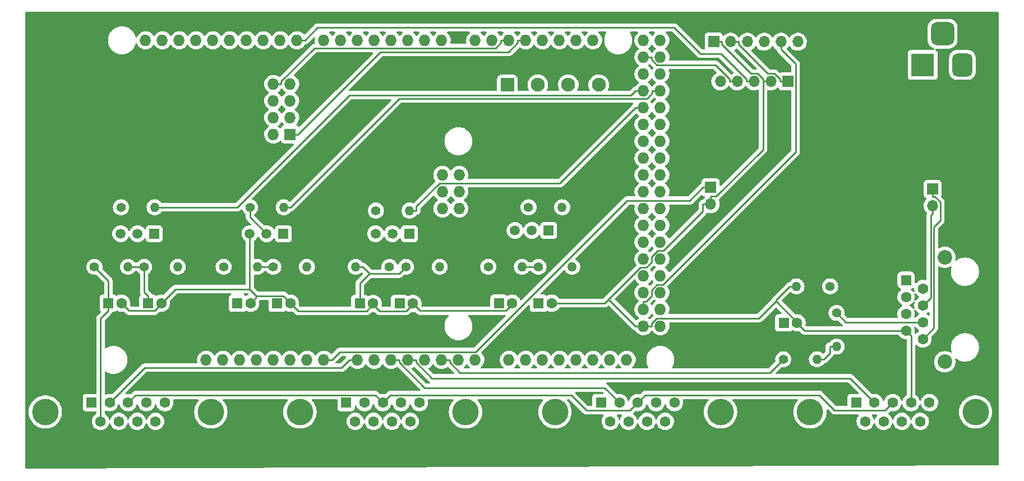
<source format=gbr>
%TF.GenerationSoftware,KiCad,Pcbnew,(6.0.4)*%
%TF.CreationDate,2022-06-07T23:10:36-03:00*%
%TF.ProjectId,TCC_Flow,5443435f-466c-46f7-972e-6b696361645f,rev?*%
%TF.SameCoordinates,Original*%
%TF.FileFunction,Copper,L1,Top*%
%TF.FilePolarity,Positive*%
%FSLAX46Y46*%
G04 Gerber Fmt 4.6, Leading zero omitted, Abs format (unit mm)*
G04 Created by KiCad (PCBNEW (6.0.4)) date 2022-06-07 23:10:36*
%MOMM*%
%LPD*%
G01*
G04 APERTURE LIST*
G04 Aperture macros list*
%AMRoundRect*
0 Rectangle with rounded corners*
0 $1 Rounding radius*
0 $2 $3 $4 $5 $6 $7 $8 $9 X,Y pos of 4 corners*
0 Add a 4 corners polygon primitive as box body*
4,1,4,$2,$3,$4,$5,$6,$7,$8,$9,$2,$3,0*
0 Add four circle primitives for the rounded corners*
1,1,$1+$1,$2,$3*
1,1,$1+$1,$4,$5*
1,1,$1+$1,$6,$7*
1,1,$1+$1,$8,$9*
0 Add four rect primitives between the rounded corners*
20,1,$1+$1,$2,$3,$4,$5,0*
20,1,$1+$1,$4,$5,$6,$7,0*
20,1,$1+$1,$6,$7,$8,$9,0*
20,1,$1+$1,$8,$9,$2,$3,0*%
G04 Aperture macros list end*
%TA.AperFunction,ComponentPad*%
%ADD10C,1.400000*%
%TD*%
%TA.AperFunction,ComponentPad*%
%ADD11O,1.400000X1.400000*%
%TD*%
%TA.AperFunction,ComponentPad*%
%ADD12R,1.700000X1.700000*%
%TD*%
%TA.AperFunction,ComponentPad*%
%ADD13O,1.700000X1.700000*%
%TD*%
%TA.AperFunction,ComponentPad*%
%ADD14R,1.500000X1.500000*%
%TD*%
%TA.AperFunction,ComponentPad*%
%ADD15C,1.500000*%
%TD*%
%TA.AperFunction,ComponentPad*%
%ADD16R,1.600000X1.600000*%
%TD*%
%TA.AperFunction,ComponentPad*%
%ADD17C,1.600000*%
%TD*%
%TA.AperFunction,ComponentPad*%
%ADD18O,1.727200X1.727200*%
%TD*%
%TA.AperFunction,ComponentPad*%
%ADD19C,4.000000*%
%TD*%
%TA.AperFunction,ComponentPad*%
%ADD20RoundRect,0.248000X0.552000X-0.552000X0.552000X0.552000X-0.552000X0.552000X-0.552000X-0.552000X0*%
%TD*%
%TA.AperFunction,ComponentPad*%
%ADD21C,2.200000*%
%TD*%
%TA.AperFunction,ComponentPad*%
%ADD22RoundRect,0.250001X-0.799999X-0.799999X0.799999X-0.799999X0.799999X0.799999X-0.799999X0.799999X0*%
%TD*%
%TA.AperFunction,ComponentPad*%
%ADD23C,2.100000*%
%TD*%
%TA.AperFunction,ComponentPad*%
%ADD24R,3.500000X3.500000*%
%TD*%
%TA.AperFunction,ComponentPad*%
%ADD25RoundRect,0.750000X0.750000X1.000000X-0.750000X1.000000X-0.750000X-1.000000X0.750000X-1.000000X0*%
%TD*%
%TA.AperFunction,ComponentPad*%
%ADD26RoundRect,0.875000X0.875000X0.875000X-0.875000X0.875000X-0.875000X-0.875000X0.875000X-0.875000X0*%
%TD*%
%TA.AperFunction,ComponentPad*%
%ADD27R,1.727200X1.727200*%
%TD*%
%TA.AperFunction,Conductor*%
%ADD28C,0.250000*%
%TD*%
G04 APERTURE END LIST*
D10*
%TO.P,R13,1*%
%TO.N,Net-(Q3-Pad2)*%
X67960000Y-56500000D03*
D11*
%TO.P,R13,2*%
%TO.N,Net-(R13-Pad2)*%
X73040000Y-56500000D03*
%TD*%
D10*
%TO.P,R8,1*%
%TO.N,Net-(C8-Pad1)*%
X103920000Y-65500000D03*
D11*
%TO.P,R8,2*%
%TO.N,Net-(C7-Pad1)*%
X109000000Y-65500000D03*
%TD*%
D10*
%TO.P,R1,1*%
%TO.N,Net-(C1-Pad1)*%
X51960000Y-65500000D03*
D11*
%TO.P,R1,2*%
%TO.N,Net-(R1-Pad2)*%
X57040000Y-65500000D03*
%TD*%
D10*
%TO.P,R4,1*%
%TO.N,Net-(C4-Pad1)*%
X63960000Y-65500000D03*
D11*
%TO.P,R4,2*%
%TO.N,Net-(C3-Pad1)*%
X69040000Y-65500000D03*
%TD*%
D12*
%TO.P,PwSpp15V2,1,Pin_1*%
%TO.N,Net-(MFC1-Pad3)*%
X171000000Y-53725000D03*
D13*
%TO.P,PwSpp15V2,2,Pin_2*%
%TO.N,Net-(C1-Pad2)*%
X171000000Y-56265000D03*
%TD*%
D14*
%TO.P,Q2,1,C*%
%TO.N,Net-(MFC3-Pad1)*%
X92000000Y-60500000D03*
D15*
%TO.P,Q2,2,B*%
%TO.N,Net-(Q2-Pad2)*%
X89460000Y-60500000D03*
%TO.P,Q2,3,E*%
%TO.N,Net-(C1-Pad2)*%
X86920000Y-60500000D03*
%TD*%
D10*
%TO.P,R10,1*%
%TO.N,Net-(Pirani1-Pad6)*%
X156500000Y-72460000D03*
D11*
%TO.P,R10,2*%
%TO.N,Net-(R10-Pad2)*%
X156500000Y-77540000D03*
%TD*%
D10*
%TO.P,R11,1*%
%TO.N,Net-(C9-Pad1)*%
X148460000Y-79460000D03*
D11*
%TO.P,R11,2*%
%TO.N,Net-(R10-Pad2)*%
X153540000Y-79460000D03*
%TD*%
D10*
%TO.P,R12,1*%
%TO.N,Net-(Q1-Pad2)*%
X48460000Y-56500000D03*
D11*
%TO.P,R12,2*%
%TO.N,Net-(R12-Pad2)*%
X53540000Y-56500000D03*
%TD*%
D10*
%TO.P,R6,1*%
%TO.N,Net-(C6-Pad1)*%
X89000000Y-65500000D03*
D11*
%TO.P,R6,2*%
%TO.N,Net-(C5-Pad1)*%
X83920000Y-65500000D03*
%TD*%
D16*
%TO.P,C9,1*%
%TO.N,Net-(C9-Pad1)*%
X148544900Y-73960000D03*
D17*
%TO.P,C9,2*%
%TO.N,Net-(C1-Pad2)*%
X150544900Y-73960000D03*
%TD*%
D12*
%TO.P,Clock1,1,Pin_1*%
%TO.N,Net-(Clock1-Pad1)*%
X149120000Y-37500000D03*
D13*
%TO.P,Clock1,2,Pin_2*%
%TO.N,Net-(C1-Pad2)*%
X146580000Y-37500000D03*
%TO.P,Clock1,3,Pin_3*%
%TO.N,Net-(Clock1-Pad3)*%
X144040000Y-37500000D03*
%TO.P,Clock1,4,Pin_4*%
%TO.N,Net-(Clock1-Pad4)*%
X141500000Y-37500000D03*
%TO.P,Clock1,5,Pin_5*%
%TO.N,Net-(Clock1-Pad5)*%
X138960000Y-37500000D03*
%TD*%
D16*
%TO.P,C2,1*%
%TO.N,Net-(C2-Pad1)*%
X46544900Y-71000000D03*
D17*
%TO.P,C2,2*%
%TO.N,Net-(C1-Pad2)*%
X48544900Y-71000000D03*
%TD*%
D18*
%TO.P,XA1,*%
%TO.N,*%
X61315000Y-79542500D03*
%TO.P,XA1,3V3,3.3V*%
%TO.N,Net-(U1-Pad7)*%
X68935000Y-79542500D03*
%TO.P,XA1,5V1,5V*%
%TO.N,unconnected-(XA1-Pad5V1)*%
X71475000Y-79542500D03*
%TO.P,XA1,5V2,SPI_5V*%
%TO.N,unconnected-(XA1-Pad5V2)*%
X99542000Y-51602500D03*
%TO.P,XA1,5V3,5V*%
%TO.N,Net-(Clock1-Pad1)*%
X127355000Y-31282500D03*
%TO.P,XA1,5V4,5V*%
%TO.N,unconnected-(XA1-Pad5V4)*%
X129895000Y-31282500D03*
%TO.P,XA1,A0,A0*%
%TO.N,Net-(MFC1-Pad2)*%
X84175000Y-79542500D03*
%TO.P,XA1,A1,A1*%
%TO.N,Net-(MFC2-Pad2)*%
X86715000Y-79542500D03*
%TO.P,XA1,A2,A2*%
%TO.N,Net-(MFC3-Pad2)*%
X89255000Y-79542500D03*
%TO.P,XA1,A3,A3*%
%TO.N,Net-(MFC4-Pad2)*%
X91795000Y-79542500D03*
%TO.P,XA1,A4,A4*%
%TO.N,unconnected-(XA1-PadA4)*%
X94335000Y-79542500D03*
%TO.P,XA1,A5,A5*%
%TO.N,Net-(C9-Pad1)*%
X96875000Y-79542500D03*
%TO.P,XA1,A6,A6*%
%TO.N,unconnected-(XA1-PadA6)*%
X99415000Y-79542500D03*
%TO.P,XA1,A7,A7*%
%TO.N,unconnected-(XA1-PadA7)*%
X101955000Y-79542500D03*
%TO.P,XA1,A8,A8*%
%TO.N,unconnected-(XA1-PadA8)*%
X107035000Y-79542500D03*
%TO.P,XA1,A9,A9*%
%TO.N,unconnected-(XA1-PadA9)*%
X109575000Y-79542500D03*
%TO.P,XA1,A10,A10*%
%TO.N,unconnected-(XA1-PadA10)*%
X112115000Y-79542500D03*
%TO.P,XA1,A11,A11*%
%TO.N,unconnected-(XA1-PadA11)*%
X114655000Y-79542500D03*
%TO.P,XA1,A12,A12*%
%TO.N,unconnected-(XA1-PadA12)*%
X117195000Y-79542500D03*
%TO.P,XA1,A13,A13*%
%TO.N,unconnected-(XA1-PadA13)*%
X119735000Y-79542500D03*
%TO.P,XA1,A14,A14*%
%TO.N,unconnected-(XA1-PadA14)*%
X122275000Y-79542500D03*
%TO.P,XA1,A15,A15*%
%TO.N,unconnected-(XA1-PadA15)*%
X124815000Y-79542500D03*
%TO.P,XA1,AREF,AREF*%
%TO.N,unconnected-(XA1-PadAREF)*%
X57251000Y-31282500D03*
%TO.P,XA1,D0,D0_RX0*%
%TO.N,unconnected-(XA1-PadD0)*%
X96875000Y-31282500D03*
%TO.P,XA1,D1,D1_TX0*%
%TO.N,unconnected-(XA1-PadD1)*%
X94335000Y-31282500D03*
%TO.P,XA1,D2,D2_INT0*%
%TO.N,Net-(R1-Pad2)*%
X91795000Y-31282500D03*
%TO.P,XA1,D3,D3_INT1*%
%TO.N,Net-(R3-Pad2)*%
X89255000Y-31282500D03*
%TO.P,XA1,D4,D4*%
%TO.N,Net-(R5-Pad2)*%
X86715000Y-31282500D03*
%TO.P,XA1,D5,D5*%
%TO.N,Net-(R7-Pad2)*%
X84175000Y-31282500D03*
%TO.P,XA1,D6,D6*%
%TO.N,unconnected-(XA1-PadD6)*%
X81635000Y-31282500D03*
%TO.P,XA1,D7,D7*%
%TO.N,unconnected-(XA1-PadD7)*%
X79095000Y-31282500D03*
%TO.P,XA1,D8,D8*%
%TO.N,Net-(Clock1-Pad3)*%
X75031000Y-31282500D03*
%TO.P,XA1,D9,D9*%
%TO.N,unconnected-(XA1-PadD9)*%
X72491000Y-31282500D03*
%TO.P,XA1,D10,D10*%
%TO.N,unconnected-(XA1-PadD10)*%
X69951000Y-31282500D03*
%TO.P,XA1,D11,D11*%
%TO.N,unconnected-(XA1-PadD11)*%
X67411000Y-31282500D03*
%TO.P,XA1,D12,D12*%
%TO.N,unconnected-(XA1-PadD12)*%
X64871000Y-31282500D03*
%TO.P,XA1,D13,D13*%
%TO.N,unconnected-(XA1-PadD13)*%
X62331000Y-31282500D03*
%TO.P,XA1,D14,D14_TX3*%
%TO.N,unconnected-(XA1-PadD14)*%
X101955000Y-31282500D03*
%TO.P,XA1,D15,D15_RX3*%
%TO.N,unconnected-(XA1-PadD15)*%
X104495000Y-31282500D03*
%TO.P,XA1,D16,D16_TX2*%
%TO.N,Net-(U1-Pad8)*%
X107035000Y-31282500D03*
%TO.P,XA1,D17,D17_RX2*%
%TO.N,Net-(U1-Pad1)*%
X109575000Y-31282500D03*
%TO.P,XA1,D18,D18_TX1*%
%TO.N,Net-(Tela1-Pad2)*%
X112115000Y-31282500D03*
%TO.P,XA1,D19,D19_RX1*%
%TO.N,Net-(Tela1-Pad3)*%
X114655000Y-31282500D03*
%TO.P,XA1,D20,D20_SDA*%
%TO.N,unconnected-(XA1-PadD20)*%
X117195000Y-31282500D03*
%TO.P,XA1,D21,D21_SCL*%
%TO.N,unconnected-(XA1-PadD21)*%
X119735000Y-31282500D03*
%TO.P,XA1,D22,D22*%
%TO.N,Net-(Clock1-Pad4)*%
X127355000Y-33822500D03*
%TO.P,XA1,D23,D23*%
%TO.N,Net-(Clock1-Pad5)*%
X129895000Y-33822500D03*
%TO.P,XA1,D24,D24*%
%TO.N,unconnected-(XA1-PadD24)*%
X127355000Y-36362500D03*
%TO.P,XA1,D25,D25*%
%TO.N,unconnected-(XA1-PadD25)*%
X129895000Y-36362500D03*
%TO.P,XA1,D26,D26*%
%TO.N,Net-(R12-Pad2)*%
X127355000Y-38902500D03*
%TO.P,XA1,D27,D27*%
%TO.N,Net-(R13-Pad2)*%
X129895000Y-38902500D03*
%TO.P,XA1,D28,D28*%
%TO.N,Net-(R14-Pad2)*%
X127355000Y-41442500D03*
%TO.P,XA1,D29,D29*%
%TO.N,Net-(R15-Pad2)*%
X129895000Y-41442500D03*
%TO.P,XA1,D30,D30*%
%TO.N,unconnected-(XA1-PadD30)*%
X127355000Y-43982500D03*
%TO.P,XA1,D31,D31*%
%TO.N,unconnected-(XA1-PadD31)*%
X129895000Y-43982500D03*
%TO.P,XA1,D32,D32*%
%TO.N,unconnected-(XA1-PadD32)*%
X127355000Y-46522500D03*
%TO.P,XA1,D33,D33*%
%TO.N,unconnected-(XA1-PadD33)*%
X129895000Y-46522500D03*
%TO.P,XA1,D34,D34*%
%TO.N,unconnected-(XA1-PadD34)*%
X127355000Y-49062500D03*
%TO.P,XA1,D35,D35*%
%TO.N,unconnected-(XA1-PadD35)*%
X129895000Y-49062500D03*
%TO.P,XA1,D36,D36*%
%TO.N,unconnected-(XA1-PadD36)*%
X127355000Y-51602500D03*
%TO.P,XA1,D37,D37*%
%TO.N,unconnected-(XA1-PadD37)*%
X129895000Y-51602500D03*
%TO.P,XA1,D38,D38*%
%TO.N,unconnected-(XA1-PadD38)*%
X127355000Y-54142500D03*
%TO.P,XA1,D39,D39*%
%TO.N,unconnected-(XA1-PadD39)*%
X129895000Y-54142500D03*
%TO.P,XA1,D40,D40*%
%TO.N,unconnected-(XA1-PadD40)*%
X127355000Y-56682500D03*
%TO.P,XA1,D41,D41*%
%TO.N,unconnected-(XA1-PadD41)*%
X129895000Y-56682500D03*
%TO.P,XA1,D42,D42*%
%TO.N,unconnected-(XA1-PadD42)*%
X127355000Y-59222500D03*
%TO.P,XA1,D43,D43*%
%TO.N,unconnected-(XA1-PadD43)*%
X129895000Y-59222500D03*
%TO.P,XA1,D44,D44*%
%TO.N,unconnected-(XA1-PadD44)*%
X127355000Y-61762500D03*
%TO.P,XA1,D45,D45*%
%TO.N,unconnected-(XA1-PadD45)*%
X129895000Y-61762500D03*
%TO.P,XA1,D46,D46*%
%TO.N,unconnected-(XA1-PadD46)*%
X127355000Y-64302500D03*
%TO.P,XA1,D47,D47*%
%TO.N,unconnected-(XA1-PadD47)*%
X129895000Y-64302500D03*
%TO.P,XA1,D48,D48*%
%TO.N,unconnected-(XA1-PadD48)*%
X127355000Y-66842500D03*
%TO.P,XA1,D49,D49*%
%TO.N,unconnected-(XA1-PadD49)*%
X129895000Y-66842500D03*
%TO.P,XA1,D50,D50*%
%TO.N,Net-(MicroSd1-Pad3)*%
X127355000Y-69382500D03*
%TO.P,XA1,D51,D51*%
%TO.N,Net-(MicroSd1-Pad4)*%
X129895000Y-69382500D03*
%TO.P,XA1,D52,D52*%
%TO.N,Net-(MicroSd1-Pad5)*%
X127355000Y-71922500D03*
%TO.P,XA1,D53,D53_SS*%
%TO.N,Net-(MicroSd1-Pad6)*%
X129895000Y-71922500D03*
%TO.P,XA1,GND1,GND*%
%TO.N,unconnected-(XA1-PadGND1)*%
X59791000Y-31282500D03*
%TO.P,XA1,GND2,GND*%
%TO.N,unconnected-(XA1-PadGND2)*%
X74015000Y-79542500D03*
%TO.P,XA1,GND3,GND*%
%TO.N,unconnected-(XA1-PadGND3)*%
X76555000Y-79542500D03*
%TO.P,XA1,GND4,SPI_GND*%
%TO.N,unconnected-(XA1-PadGND4)*%
X99542000Y-56682500D03*
%TO.P,XA1,GND5,GND*%
%TO.N,Net-(C1-Pad2)*%
X127355000Y-74462500D03*
%TO.P,XA1,GND6,GND*%
%TO.N,unconnected-(XA1-PadGND6)*%
X129895000Y-74462500D03*
%TO.P,XA1,IORF,IOREF*%
%TO.N,unconnected-(XA1-PadIORF)*%
X63855000Y-79542500D03*
%TO.P,XA1,MISO,SPI_MISO*%
%TO.N,unconnected-(XA1-PadMISO)*%
X97002000Y-51602500D03*
%TO.P,XA1,MOSI,SPI_MOSI*%
%TO.N,unconnected-(XA1-PadMOSI)*%
X99542000Y-54142500D03*
%TO.P,XA1,RST1,RESET*%
%TO.N,unconnected-(XA1-PadRST1)*%
X66395000Y-79542500D03*
%TO.P,XA1,RST2,SPI_RESET*%
%TO.N,unconnected-(XA1-PadRST2)*%
X97002000Y-56682500D03*
%TO.P,XA1,SCK,SPI_SCK*%
%TO.N,unconnected-(XA1-PadSCK)*%
X97002000Y-54142500D03*
%TO.P,XA1,SCL,SCL*%
%TO.N,unconnected-(XA1-PadSCL)*%
X52171000Y-31282500D03*
%TO.P,XA1,SDA,SDA*%
%TO.N,unconnected-(XA1-PadSDA)*%
X54711000Y-31282500D03*
%TO.P,XA1,VIN,VIN*%
%TO.N,Net-(PwSpp5V1-Pad1)*%
X79095000Y-79542500D03*
%TD*%
D19*
%TO.P,MFC2,0*%
%TO.N,N/C*%
X100490000Y-87420000D03*
X75490000Y-87420000D03*
D16*
%TO.P,MFC2,1,Pin_1*%
%TO.N,Net-(MFC2-Pad1)*%
X82450000Y-86000000D03*
D17*
%TO.P,MFC2,2,Pin_2*%
%TO.N,Net-(MFC2-Pad2)*%
X85220000Y-86000000D03*
%TO.P,MFC2,3,Pin_3*%
%TO.N,Net-(MFC1-Pad3)*%
X87990000Y-86000000D03*
%TO.P,MFC2,4,Pin_4*%
%TO.N,Net-(C1-Pad2)*%
X90760000Y-86000000D03*
%TO.P,MFC2,5,Pin_5*%
%TO.N,unconnected-(MFC2-Pad5)*%
X93530000Y-86000000D03*
%TO.P,MFC2,6,Pin_6*%
%TO.N,Net-(C4-Pad1)*%
X83835000Y-88840000D03*
%TO.P,MFC2,7,Pin_7*%
%TO.N,Net-(C1-Pad2)*%
X86605000Y-88840000D03*
%TO.P,MFC2,8,Pin_8*%
%TO.N,unconnected-(MFC2-Pad8)*%
X89375000Y-88840000D03*
%TO.P,MFC2,9,Pin_9*%
%TO.N,unconnected-(MFC2-Pad9)*%
X92145000Y-88840000D03*
%TD*%
D10*
%TO.P,R15,1*%
%TO.N,Net-(Q4-Pad2)*%
X110000000Y-56500000D03*
D11*
%TO.P,R15,2*%
%TO.N,Net-(R15-Pad2)*%
X115080000Y-56500000D03*
%TD*%
D19*
%TO.P,MFC3,0*%
%TO.N,N/C*%
X113990000Y-87420000D03*
X138990000Y-87420000D03*
D16*
%TO.P,MFC3,1,Pin_1*%
%TO.N,Net-(MFC3-Pad1)*%
X120950000Y-86000000D03*
D17*
%TO.P,MFC3,2,Pin_2*%
%TO.N,Net-(MFC3-Pad2)*%
X123720000Y-86000000D03*
%TO.P,MFC3,3,Pin_3*%
%TO.N,Net-(MFC1-Pad3)*%
X126490000Y-86000000D03*
%TO.P,MFC3,4,Pin_4*%
%TO.N,Net-(C1-Pad2)*%
X129260000Y-86000000D03*
%TO.P,MFC3,5,Pin_5*%
%TO.N,unconnected-(MFC3-Pad5)*%
X132030000Y-86000000D03*
%TO.P,MFC3,6,Pin_6*%
%TO.N,Net-(C6-Pad1)*%
X122335000Y-88840000D03*
%TO.P,MFC3,7,Pin_7*%
%TO.N,Net-(C1-Pad2)*%
X125105000Y-88840000D03*
%TO.P,MFC3,8,Pin_8*%
%TO.N,unconnected-(MFC3-Pad8)*%
X127875000Y-88840000D03*
%TO.P,MFC3,9,Pin_9*%
%TO.N,unconnected-(MFC3-Pad9)*%
X130645000Y-88840000D03*
%TD*%
D20*
%TO.P,Pirani1,1,Pin_1*%
%TO.N,unconnected-(Pirani1-Pad1)*%
X167000000Y-67500000D03*
D17*
%TO.P,Pirani1,2,Pin_2*%
%TO.N,unconnected-(Pirani1-Pad2)*%
X169540000Y-68770000D03*
%TO.P,Pirani1,3,Pin_3*%
%TO.N,unconnected-(Pirani1-Pad3)*%
X167000000Y-70040000D03*
%TO.P,Pirani1,4,Pin_4*%
%TO.N,Net-(C1-Pad2)*%
X169540000Y-71310000D03*
%TO.P,Pirani1,5,Pin_5*%
%TO.N,unconnected-(Pirani1-Pad5)*%
X167000000Y-72580000D03*
%TO.P,Pirani1,6,Pin_6*%
%TO.N,Net-(Pirani1-Pad6)*%
X169540000Y-73850000D03*
%TO.P,Pirani1,7,Pin_7*%
%TO.N,Net-(C1-Pad2)*%
X167000000Y-75120000D03*
%TO.P,Pirani1,8,Pin_8*%
%TO.N,Net-(MFC1-Pad3)*%
X169540000Y-76390000D03*
D21*
%TO.P,Pirani1,SH*%
%TO.N,N/C*%
X172840000Y-79845000D03*
X172840000Y-64045000D03*
%TD*%
D22*
%TO.P,Tela1,1,Pin_1*%
%TO.N,Net-(C1-Pad2)*%
X106800000Y-38000000D03*
D23*
%TO.P,Tela1,2,Pin_2*%
%TO.N,Net-(Tela1-Pad2)*%
X111400000Y-38000000D03*
%TO.P,Tela1,3,Pin_3*%
%TO.N,Net-(Tela1-Pad3)*%
X116000000Y-38000000D03*
%TO.P,Tela1,4,Pin_4*%
%TO.N,Net-(Clock1-Pad1)*%
X120600000Y-38000000D03*
%TD*%
D10*
%TO.P,R5,1*%
%TO.N,Net-(C5-Pad1)*%
X91500000Y-65500000D03*
D11*
%TO.P,R5,2*%
%TO.N,Net-(R5-Pad2)*%
X96580000Y-65500000D03*
%TD*%
D10*
%TO.P,R9,1*%
%TO.N,Net-(R10-Pad2)*%
X155540000Y-68460000D03*
D11*
%TO.P,R9,2*%
%TO.N,Net-(C1-Pad2)*%
X150460000Y-68460000D03*
%TD*%
D16*
%TO.P,C3,1*%
%TO.N,Net-(C3-Pad1)*%
X72044900Y-71000000D03*
D17*
%TO.P,C3,2*%
%TO.N,Net-(C1-Pad2)*%
X74044900Y-71000000D03*
%TD*%
D14*
%TO.P,Q3,1,C*%
%TO.N,Net-(MFC2-Pad1)*%
X73000000Y-60500000D03*
D15*
%TO.P,Q3,2,B*%
%TO.N,Net-(Q3-Pad2)*%
X70460000Y-60500000D03*
%TO.P,Q3,3,E*%
%TO.N,Net-(C1-Pad2)*%
X67920000Y-60500000D03*
%TD*%
D19*
%TO.P,MFC1,0*%
%TO.N,N/C*%
X62040000Y-87420000D03*
X37040000Y-87420000D03*
D16*
%TO.P,MFC1,1,Pin_1*%
%TO.N,Net-(MFC1-Pad1)*%
X44000000Y-86000000D03*
D17*
%TO.P,MFC1,2,Pin_2*%
%TO.N,Net-(MFC1-Pad2)*%
X46770000Y-86000000D03*
%TO.P,MFC1,3,Pin_3*%
%TO.N,Net-(MFC1-Pad3)*%
X49540000Y-86000000D03*
%TO.P,MFC1,4,Pin_4*%
%TO.N,Net-(C1-Pad2)*%
X52310000Y-86000000D03*
%TO.P,MFC1,5,Pin_5*%
%TO.N,unconnected-(MFC1-Pad5)*%
X55080000Y-86000000D03*
%TO.P,MFC1,6,Pin_6*%
%TO.N,Net-(C2-Pad1)*%
X45385000Y-88840000D03*
%TO.P,MFC1,7,Pin_7*%
%TO.N,Net-(C1-Pad2)*%
X48155000Y-88840000D03*
%TO.P,MFC1,8,Pin_8*%
%TO.N,unconnected-(MFC1-Pad8)*%
X50925000Y-88840000D03*
%TO.P,MFC1,9,Pin_9*%
%TO.N,unconnected-(MFC1-Pad9)*%
X53695000Y-88840000D03*
%TD*%
D14*
%TO.P,Q1,1,C*%
%TO.N,Net-(MFC1-Pad1)*%
X53500000Y-60500000D03*
D15*
%TO.P,Q1,2,B*%
%TO.N,Net-(Q1-Pad2)*%
X50960000Y-60500000D03*
%TO.P,Q1,3,E*%
%TO.N,Net-(C1-Pad2)*%
X48420000Y-60500000D03*
%TD*%
D14*
%TO.P,Q4,1,C*%
%TO.N,Net-(MFC4-Pad1)*%
X113040000Y-60000000D03*
D15*
%TO.P,Q4,2,B*%
%TO.N,Net-(Q4-Pad2)*%
X110500000Y-60000000D03*
%TO.P,Q4,3,E*%
%TO.N,Net-(C1-Pad2)*%
X107960000Y-60000000D03*
%TD*%
D10*
%TO.P,R3,1*%
%TO.N,Net-(C3-Pad1)*%
X71460000Y-65500000D03*
D11*
%TO.P,R3,2*%
%TO.N,Net-(R3-Pad2)*%
X76540000Y-65500000D03*
%TD*%
D10*
%TO.P,R14,1*%
%TO.N,Net-(Q2-Pad2)*%
X86960000Y-57000000D03*
D11*
%TO.P,R14,2*%
%TO.N,Net-(R14-Pad2)*%
X92040000Y-57000000D03*
%TD*%
D10*
%TO.P,R7,1*%
%TO.N,Net-(C7-Pad1)*%
X111500000Y-65500000D03*
D11*
%TO.P,R7,2*%
%TO.N,Net-(R7-Pad2)*%
X116580000Y-65500000D03*
%TD*%
D10*
%TO.P,R2,1*%
%TO.N,Net-(C2-Pad1)*%
X44460000Y-65500000D03*
D11*
%TO.P,R2,2*%
%TO.N,Net-(C1-Pad1)*%
X49540000Y-65500000D03*
%TD*%
D19*
%TO.P,MFC4,0*%
%TO.N,N/C*%
X152490000Y-87420000D03*
X177490000Y-87420000D03*
D16*
%TO.P,MFC4,1,Pin_1*%
%TO.N,Net-(MFC4-Pad1)*%
X159450000Y-86000000D03*
D17*
%TO.P,MFC4,2,Pin_2*%
%TO.N,Net-(MFC4-Pad2)*%
X162220000Y-86000000D03*
%TO.P,MFC4,3,Pin_3*%
%TO.N,Net-(MFC1-Pad3)*%
X164990000Y-86000000D03*
%TO.P,MFC4,4,Pin_4*%
%TO.N,Net-(C1-Pad2)*%
X167760000Y-86000000D03*
%TO.P,MFC4,5,Pin_5*%
%TO.N,unconnected-(MFC4-Pad5)*%
X170530000Y-86000000D03*
%TO.P,MFC4,6,Pin_6*%
%TO.N,Net-(C8-Pad1)*%
X160835000Y-88840000D03*
%TO.P,MFC4,7,Pin_7*%
%TO.N,Net-(C1-Pad2)*%
X163605000Y-88840000D03*
%TO.P,MFC4,8,Pin_8*%
%TO.N,unconnected-(MFC4-Pad8)*%
X166375000Y-88840000D03*
%TO.P,MFC4,9,Pin_9*%
%TO.N,unconnected-(MFC4-Pad9)*%
X169145000Y-88840000D03*
%TD*%
D16*
%TO.P,C8,1*%
%TO.N,Net-(C8-Pad1)*%
X105544900Y-71000000D03*
D17*
%TO.P,C8,2*%
%TO.N,Net-(C1-Pad2)*%
X107544900Y-71000000D03*
%TD*%
D24*
%TO.P,PwSpp15V1,1,Pin_1*%
%TO.N,Net-(MFC1-Pad3)*%
X169500000Y-35000000D03*
D25*
%TO.P,PwSpp15V1,2,Pin_2*%
%TO.N,Net-(C1-Pad2)*%
X175500000Y-35000000D03*
D26*
%TO.P,PwSpp15V1,3*%
%TO.N,N/C*%
X172500000Y-30300000D03*
%TD*%
D12*
%TO.P,MicroSd1,1,Pin_1*%
%TO.N,Net-(C1-Pad2)*%
X137960000Y-31500000D03*
D13*
%TO.P,MicroSd1,2,Pin_2*%
%TO.N,Net-(Clock1-Pad1)*%
X140500000Y-31500000D03*
%TO.P,MicroSd1,3,Pin_3*%
%TO.N,Net-(MicroSd1-Pad3)*%
X143040000Y-31500000D03*
%TO.P,MicroSd1,4,Pin_4*%
%TO.N,Net-(MicroSd1-Pad4)*%
X145580000Y-31500000D03*
%TO.P,MicroSd1,5,Pin_5*%
%TO.N,Net-(MicroSd1-Pad5)*%
X148120000Y-31500000D03*
%TO.P,MicroSd1,6,Pin_6*%
%TO.N,Net-(MicroSd1-Pad6)*%
X150660000Y-31500000D03*
%TD*%
D16*
%TO.P,C7,1*%
%TO.N,Net-(C7-Pad1)*%
X111500000Y-71000000D03*
D17*
%TO.P,C7,2*%
%TO.N,Net-(C1-Pad2)*%
X113500000Y-71000000D03*
%TD*%
D27*
%TO.P,U1,1,UTXD*%
%TO.N,Net-(U1-Pad1)*%
X74000000Y-45500000D03*
D18*
%TO.P,U1,2,GND*%
%TO.N,Net-(C1-Pad2)*%
X71460000Y-45500000D03*
%TO.P,U1,3,CH_PD*%
%TO.N,unconnected-(U1-Pad3)*%
X74000000Y-42960000D03*
%TO.P,U1,4,GPIO2*%
%TO.N,unconnected-(U1-Pad4)*%
X71460000Y-42960000D03*
%TO.P,U1,5,RST*%
%TO.N,unconnected-(U1-Pad5)*%
X74000000Y-40420000D03*
%TO.P,U1,6,GPIO0*%
%TO.N,unconnected-(U1-Pad6)*%
X71460000Y-40420000D03*
%TO.P,U1,7,VCC*%
%TO.N,Net-(U1-Pad7)*%
X74000000Y-37880000D03*
%TO.P,U1,8,URXD*%
%TO.N,Net-(U1-Pad8)*%
X71460000Y-37880000D03*
%TD*%
D16*
%TO.P,C6,1*%
%TO.N,Net-(C6-Pad1)*%
X90544900Y-71040000D03*
D17*
%TO.P,C6,2*%
%TO.N,Net-(C1-Pad2)*%
X92544900Y-71040000D03*
%TD*%
D16*
%TO.P,C1,1*%
%TO.N,Net-(C1-Pad1)*%
X52544900Y-71000000D03*
D17*
%TO.P,C1,2*%
%TO.N,Net-(C1-Pad2)*%
X54544900Y-71000000D03*
%TD*%
D16*
%TO.P,C4,1*%
%TO.N,Net-(C4-Pad1)*%
X66044900Y-71000000D03*
D17*
%TO.P,C4,2*%
%TO.N,Net-(C1-Pad2)*%
X68044900Y-71000000D03*
%TD*%
D16*
%TO.P,C5,1*%
%TO.N,Net-(C5-Pad1)*%
X84544900Y-71040000D03*
D17*
%TO.P,C5,2*%
%TO.N,Net-(C1-Pad2)*%
X86544900Y-71040000D03*
%TD*%
D12*
%TO.P,PwSpp5V1,1,Pin_1*%
%TO.N,Net-(PwSpp5V1-Pad1)*%
X137500000Y-53500000D03*
D13*
%TO.P,PwSpp5V1,2,Pin_2*%
%TO.N,Net-(C1-Pad2)*%
X137500000Y-56040000D03*
%TD*%
D28*
%TO.N,Net-(U1-Pad1)*%
X108386100Y-31654000D02*
X108386100Y-31282500D01*
X106999100Y-33041000D02*
X108386100Y-31654000D01*
X74000000Y-45500000D02*
X75188900Y-45500000D01*
X109575000Y-31282500D02*
X108386100Y-31282500D01*
X75188900Y-45500000D02*
X87647900Y-33041000D01*
X87647900Y-33041000D02*
X106999100Y-33041000D01*
%TO.N,Net-(C1-Pad2)*%
X127767200Y-65572500D02*
X128544000Y-64795700D01*
X139135300Y-31867400D02*
X143592600Y-36324700D01*
X170729500Y-70120500D02*
X170729500Y-57710800D01*
X144596800Y-36324700D02*
X145404700Y-37132600D01*
X122078200Y-70374500D02*
X126880200Y-65572500D01*
X48544900Y-71000000D02*
X49670300Y-72125400D01*
X92595300Y-71090400D02*
X91520300Y-72165400D01*
X67920000Y-68862600D02*
X56682300Y-68862600D01*
X136912400Y-56040000D02*
X136324700Y-56040000D01*
X130379400Y-63032500D02*
X136324700Y-57087200D01*
X150544900Y-73853000D02*
X150544900Y-73960000D01*
X127355000Y-74462500D02*
X126166100Y-74462500D01*
X56682300Y-68862600D02*
X54544900Y-71000000D01*
X136912400Y-56040000D02*
X137500000Y-56040000D01*
X72990700Y-69874600D02*
X74044900Y-70928800D01*
X54544900Y-71125400D02*
X54544900Y-71000000D01*
X146580000Y-37500000D02*
X145404700Y-37500000D01*
X139135300Y-31500000D02*
X139135300Y-31867400D01*
X128543900Y-74090900D02*
X128543900Y-74462500D01*
X106560300Y-72125400D02*
X93630300Y-72125400D01*
X128544000Y-63971100D02*
X129482600Y-63032500D01*
X74044900Y-70928800D02*
X74044900Y-71000000D01*
X136324700Y-57087200D02*
X136324700Y-56040000D01*
X91520300Y-72165400D02*
X87544900Y-72165400D01*
X167760000Y-75880000D02*
X167760000Y-86000000D01*
X138308000Y-54864700D02*
X137500000Y-54864700D01*
X53544900Y-72125400D02*
X54544900Y-71125400D01*
X67920000Y-68862600D02*
X68932000Y-69874600D01*
X129361200Y-73273600D02*
X128543900Y-74090900D01*
X147417500Y-70477200D02*
X147417500Y-70618500D01*
X129482600Y-63032500D02*
X130379400Y-63032500D01*
X170729500Y-57710800D02*
X171000000Y-57440300D01*
X86544900Y-71165400D02*
X86544900Y-71040000D01*
X128544000Y-64795700D02*
X128544000Y-63971100D01*
X149434700Y-68460000D02*
X147417500Y-70477200D01*
X127355000Y-74462500D02*
X128543900Y-74462500D01*
X107544900Y-71140800D02*
X106560300Y-72125400D01*
X137500000Y-56040000D02*
X137500000Y-54864700D01*
X126880200Y-65572500D02*
X127767200Y-65572500D01*
X87544900Y-72165400D02*
X86544900Y-71165400D01*
X147364000Y-70672000D02*
X144762400Y-73273600D01*
X147417500Y-70618500D02*
X147364000Y-70672000D01*
X167000000Y-75120000D02*
X167760000Y-75880000D01*
X144762400Y-73273600D02*
X129361200Y-73273600D01*
X121452700Y-71000000D02*
X122078200Y-70374500D01*
X147364000Y-70672000D02*
X150544900Y-73853000D01*
X122078200Y-70374500D02*
X126166100Y-74462500D01*
X68932000Y-69874600D02*
X72990700Y-69874600D01*
X49670300Y-72125400D02*
X53544900Y-72125400D01*
X145404700Y-37132600D02*
X145404700Y-37500000D01*
X171000000Y-56265000D02*
X171000000Y-57440300D01*
X150544900Y-73960000D02*
X151704900Y-75120000D01*
X92595300Y-71090400D02*
X92544900Y-71040000D01*
X150460000Y-68460000D02*
X149434700Y-68460000D01*
X85544900Y-72165400D02*
X86544900Y-71165400D01*
X151704900Y-75120000D02*
X167000000Y-75120000D01*
X137960000Y-31500000D02*
X139135300Y-31500000D01*
X113500000Y-71000000D02*
X121452700Y-71000000D01*
X68932000Y-69874600D02*
X68932000Y-70112900D01*
X143592600Y-36324700D02*
X144596800Y-36324700D01*
X107544900Y-71000000D02*
X107544900Y-71140800D01*
X67920000Y-60500000D02*
X67920000Y-68862600D01*
X68932000Y-70112900D02*
X68044900Y-71000000D01*
X74044900Y-71000000D02*
X75210300Y-72165400D01*
X169540000Y-71310000D02*
X170729500Y-70120500D01*
X93630300Y-72125400D02*
X92595300Y-71090400D01*
X145404700Y-47768000D02*
X138308000Y-54864700D01*
X145404700Y-37500000D02*
X145404700Y-47768000D01*
X75210300Y-72165400D02*
X85544900Y-72165400D01*
%TO.N,Net-(U1-Pad8)*%
X71460000Y-37880000D02*
X72648900Y-37880000D01*
X105846100Y-31654100D02*
X105846100Y-31282500D01*
X105028800Y-32471400D02*
X105846100Y-31654100D01*
X72648900Y-37508400D02*
X77685900Y-32471400D01*
X77685900Y-32471400D02*
X105028800Y-32471400D01*
X72648900Y-37880000D02*
X72648900Y-37508400D01*
X107035000Y-31282500D02*
X105846100Y-31282500D01*
%TO.N,Net-(C5-Pad1)*%
X90474700Y-66525300D02*
X85970600Y-66525300D01*
X83920000Y-65500000D02*
X84945300Y-65500000D01*
X85970600Y-66525300D02*
X84945300Y-65500000D01*
X85970600Y-66525300D02*
X84544900Y-67951000D01*
X84544900Y-67951000D02*
X84544900Y-71040000D01*
X91500000Y-65500000D02*
X90474700Y-66525300D01*
%TO.N,Net-(Clock1-Pad1)*%
X141675300Y-31867400D02*
X146132600Y-36324700D01*
X147944700Y-37132600D02*
X147944700Y-37500000D01*
X140500000Y-31500000D02*
X141675300Y-31500000D01*
X141675300Y-31500000D02*
X141675300Y-31867400D01*
X146132600Y-36324700D02*
X147136800Y-36324700D01*
X149120000Y-37500000D02*
X147944700Y-37500000D01*
X147136800Y-36324700D02*
X147944700Y-37132600D01*
%TO.N,Net-(MicroSd1-Pad5)*%
X128543900Y-69030300D02*
X128543900Y-69916300D01*
X128543900Y-69916300D02*
X127726600Y-70733600D01*
X127726600Y-70733600D02*
X127355000Y-70733600D01*
X148120000Y-32675300D02*
X150322200Y-34877500D01*
X148120000Y-31500000D02*
X148120000Y-32675300D01*
X150322200Y-48173500D02*
X130302200Y-68193500D01*
X150322200Y-34877500D02*
X150322200Y-48173500D01*
X127355000Y-71922500D02*
X127355000Y-70733600D01*
X130302200Y-68193500D02*
X129380700Y-68193500D01*
X129380700Y-68193500D02*
X128543900Y-69030300D01*
%TO.N,Net-(Clock1-Pad3)*%
X142864700Y-37132700D02*
X142864700Y-37500000D01*
X139044200Y-33312200D02*
X142864700Y-37132700D01*
X76219900Y-31282500D02*
X78151800Y-29350600D01*
X75031000Y-31282500D02*
X76219900Y-31282500D01*
X131978600Y-29350600D02*
X135940200Y-33312200D01*
X78151800Y-29350600D02*
X131978600Y-29350600D01*
X135940200Y-33312200D02*
X139044200Y-33312200D01*
X144040000Y-37500000D02*
X142864700Y-37500000D01*
%TO.N,Net-(Clock1-Pad4)*%
X140324700Y-37132700D02*
X140324700Y-37500000D01*
X128543900Y-34194100D02*
X129361200Y-35011400D01*
X127355000Y-33822500D02*
X128543900Y-33822500D01*
X129361200Y-35011400D02*
X138203400Y-35011400D01*
X138203400Y-35011400D02*
X140324700Y-37132700D01*
X128543900Y-33822500D02*
X128543900Y-34194100D01*
X141500000Y-37500000D02*
X140324700Y-37500000D01*
%TO.N,Net-(MFC1-Pad3)*%
X50665400Y-84874600D02*
X86864600Y-84874600D01*
X164990000Y-86000000D02*
X163824900Y-87165100D01*
X116445100Y-84874600D02*
X89115400Y-84874600D01*
X86864600Y-84874600D02*
X87990000Y-86000000D01*
X171179900Y-74750100D02*
X171179900Y-59478800D01*
X171367400Y-54900300D02*
X171000000Y-54900300D01*
X118740900Y-87170400D02*
X116445100Y-84874600D01*
X169540000Y-76390000D02*
X171179900Y-74750100D01*
X156224200Y-87165100D02*
X153912700Y-84853600D01*
X171000000Y-53725000D02*
X171000000Y-54900300D01*
X125319600Y-87170400D02*
X118740900Y-87170400D01*
X126490000Y-86000000D02*
X125319600Y-87170400D01*
X172175300Y-55708200D02*
X171367400Y-54900300D01*
X89115400Y-84874600D02*
X87990000Y-86000000D01*
X49540000Y-86000000D02*
X50665400Y-84874600D01*
X171179900Y-59478800D02*
X172175300Y-58483400D01*
X172175300Y-58483400D02*
X172175300Y-55708200D01*
X153912700Y-84853600D02*
X127636400Y-84853600D01*
X127636400Y-84853600D02*
X126490000Y-86000000D01*
X163824900Y-87165100D02*
X156224200Y-87165100D01*
%TO.N,Net-(C1-Pad1)*%
X49540000Y-65500000D02*
X50565300Y-65500000D01*
X51960000Y-65500000D02*
X51960000Y-69289800D01*
X51960000Y-69289800D02*
X52544900Y-69874700D01*
X52544900Y-71000000D02*
X52544900Y-69874700D01*
X51960000Y-65500000D02*
X50565300Y-65500000D01*
%TO.N,Net-(C2-Pad1)*%
X46544900Y-72125300D02*
X45385000Y-73285200D01*
X45385000Y-73285200D02*
X45385000Y-88840000D01*
X46544900Y-71000000D02*
X46544900Y-72125300D01*
X44460000Y-65500000D02*
X46544900Y-67584900D01*
X46544900Y-67584900D02*
X46544900Y-71000000D01*
%TO.N,Net-(C3-Pad1)*%
X71460000Y-65500000D02*
X69040000Y-65500000D01*
%TO.N,Net-(MFC1-Pad2)*%
X46770000Y-86000000D02*
X52038600Y-80731400D01*
X84175000Y-79542500D02*
X82986100Y-79542500D01*
X52038600Y-80731400D02*
X81797200Y-80731400D01*
X81797200Y-80731400D02*
X82986100Y-79542500D01*
%TO.N,Net-(C7-Pad1)*%
X111500000Y-65500000D02*
X109000000Y-65500000D01*
%TO.N,Net-(MFC3-Pad2)*%
X121484900Y-83764900D02*
X94294800Y-83764900D01*
X94294800Y-83764900D02*
X90443900Y-79914000D01*
X123720000Y-86000000D02*
X121484900Y-83764900D01*
X90443900Y-79914000D02*
X90443900Y-79542500D01*
X89255000Y-79542500D02*
X90443900Y-79542500D01*
%TO.N,Net-(MFC4-Pad2)*%
X95417800Y-82336700D02*
X92983900Y-79902800D01*
X158556700Y-82336700D02*
X95417800Y-82336700D01*
X92983900Y-79902800D02*
X92983900Y-79542500D01*
X91795000Y-79542500D02*
X92983900Y-79542500D01*
X162220000Y-86000000D02*
X158556700Y-82336700D01*
%TO.N,Net-(R10-Pad2)*%
X153540000Y-79460000D02*
X154565300Y-79460000D01*
X155474700Y-78550600D02*
X154565300Y-79460000D01*
X155474700Y-77540000D02*
X155474700Y-78550600D01*
X156500000Y-77540000D02*
X155474700Y-77540000D01*
%TO.N,Net-(Q3-Pad2)*%
X70460000Y-60500000D02*
X67960000Y-58000000D01*
X67960000Y-58000000D02*
X67960000Y-56500000D01*
%TO.N,Net-(Pirani1-Pad6)*%
X157890000Y-73850000D02*
X169540000Y-73850000D01*
X156500000Y-72460000D02*
X157890000Y-73850000D01*
%TO.N,Net-(C9-Pad1)*%
X146445100Y-81474900D02*
X148460000Y-79460000D01*
X99624800Y-81474900D02*
X146445100Y-81474900D01*
X98063900Y-79914000D02*
X99624800Y-81474900D01*
X98063900Y-79542500D02*
X98063900Y-79914000D01*
X96875000Y-79542500D02*
X98063900Y-79542500D01*
%TO.N,Net-(R12-Pad2)*%
X125487000Y-39581600D02*
X126166100Y-38902500D01*
X66014800Y-56500000D02*
X82933200Y-39581600D01*
X127355000Y-38902500D02*
X126166100Y-38902500D01*
X53540000Y-56500000D02*
X66014800Y-56500000D01*
X82933200Y-39581600D02*
X125487000Y-39581600D01*
%TO.N,Net-(R13-Pad2)*%
X74065300Y-56500000D02*
X90473900Y-40091400D01*
X127888800Y-40091400D02*
X128706100Y-39274100D01*
X90473900Y-40091400D02*
X127888800Y-40091400D01*
X129895000Y-38902500D02*
X128706100Y-38902500D01*
X73040000Y-56500000D02*
X74065300Y-56500000D01*
X128706100Y-39274100D02*
X128706100Y-38902500D01*
%TO.N,Net-(R14-Pad2)*%
X92040000Y-57000000D02*
X93065300Y-57000000D01*
X93065300Y-57000000D02*
X93065300Y-56359200D01*
X127355000Y-41442500D02*
X126166100Y-41442500D01*
X114736100Y-52872500D02*
X126166100Y-41442500D01*
X96552000Y-52872500D02*
X114736100Y-52872500D01*
X93065300Y-56359200D02*
X96552000Y-52872500D01*
%TO.N,Net-(PwSpp5V1-Pad1)*%
X134331200Y-55493500D02*
X136324700Y-53500000D01*
X124884700Y-55493500D02*
X134331200Y-55493500D01*
X81472800Y-78353600D02*
X102024600Y-78353600D01*
X79095000Y-79542500D02*
X80283900Y-79542500D01*
X102024600Y-78353600D02*
X124884700Y-55493500D01*
X80283900Y-79542500D02*
X81472800Y-78353600D01*
X137500000Y-53500000D02*
X136324700Y-53500000D01*
%TD*%
%TA.AperFunction,NonConductor*%
G36*
X85849405Y-30004102D02*
G01*
X85895898Y-30057758D01*
X85906002Y-30128032D01*
X85876508Y-30192612D01*
X85856937Y-30210860D01*
X85810472Y-30245747D01*
X85800905Y-30252930D01*
X85645024Y-30416050D01*
X85642112Y-30420319D01*
X85642106Y-30420327D01*
X85548503Y-30557543D01*
X85493592Y-30602546D01*
X85423067Y-30610717D01*
X85359320Y-30579463D01*
X85338623Y-30554979D01*
X85328729Y-30539684D01*
X85288520Y-30477530D01*
X85268634Y-30446791D01*
X85268632Y-30446788D01*
X85265826Y-30442451D01*
X85113977Y-30275571D01*
X85109926Y-30272372D01*
X85109922Y-30272368D01*
X85029661Y-30208982D01*
X84988598Y-30151065D01*
X84985366Y-30080142D01*
X85020991Y-30018730D01*
X85084163Y-29986328D01*
X85107753Y-29984100D01*
X85781284Y-29984100D01*
X85849405Y-30004102D01*
G37*
%TD.AperFunction*%
%TA.AperFunction,NonConductor*%
G36*
X88389405Y-30004102D02*
G01*
X88435898Y-30057758D01*
X88446002Y-30128032D01*
X88416508Y-30192612D01*
X88396937Y-30210860D01*
X88350472Y-30245747D01*
X88340905Y-30252930D01*
X88185024Y-30416050D01*
X88182112Y-30420319D01*
X88182106Y-30420327D01*
X88088503Y-30557543D01*
X88033592Y-30602546D01*
X87963067Y-30610717D01*
X87899320Y-30579463D01*
X87878623Y-30554979D01*
X87868729Y-30539684D01*
X87828520Y-30477530D01*
X87808634Y-30446791D01*
X87808632Y-30446788D01*
X87805826Y-30442451D01*
X87653977Y-30275571D01*
X87649926Y-30272372D01*
X87649922Y-30272368D01*
X87569661Y-30208982D01*
X87528598Y-30151065D01*
X87525366Y-30080142D01*
X87560991Y-30018730D01*
X87624163Y-29986328D01*
X87647753Y-29984100D01*
X88321284Y-29984100D01*
X88389405Y-30004102D01*
G37*
%TD.AperFunction*%
%TA.AperFunction,NonConductor*%
G36*
X93469405Y-30004102D02*
G01*
X93515898Y-30057758D01*
X93526002Y-30128032D01*
X93496508Y-30192612D01*
X93476937Y-30210860D01*
X93430472Y-30245747D01*
X93420905Y-30252930D01*
X93265024Y-30416050D01*
X93262112Y-30420319D01*
X93262106Y-30420327D01*
X93168503Y-30557543D01*
X93113592Y-30602546D01*
X93043067Y-30610717D01*
X92979320Y-30579463D01*
X92958623Y-30554979D01*
X92948729Y-30539684D01*
X92908520Y-30477530D01*
X92888634Y-30446791D01*
X92888632Y-30446788D01*
X92885826Y-30442451D01*
X92733977Y-30275571D01*
X92729926Y-30272372D01*
X92729922Y-30272368D01*
X92649661Y-30208982D01*
X92608598Y-30151065D01*
X92605366Y-30080142D01*
X92640991Y-30018730D01*
X92704163Y-29986328D01*
X92727753Y-29984100D01*
X93401284Y-29984100D01*
X93469405Y-30004102D01*
G37*
%TD.AperFunction*%
%TA.AperFunction,NonConductor*%
G36*
X118869405Y-30004102D02*
G01*
X118915898Y-30057758D01*
X118926002Y-30128032D01*
X118896508Y-30192612D01*
X118876937Y-30210860D01*
X118830472Y-30245747D01*
X118820905Y-30252930D01*
X118665024Y-30416050D01*
X118662112Y-30420319D01*
X118662106Y-30420327D01*
X118568503Y-30557543D01*
X118513592Y-30602546D01*
X118443067Y-30610717D01*
X118379320Y-30579463D01*
X118358623Y-30554979D01*
X118348729Y-30539684D01*
X118308520Y-30477530D01*
X118288634Y-30446791D01*
X118288632Y-30446788D01*
X118285826Y-30442451D01*
X118133977Y-30275571D01*
X118129926Y-30272372D01*
X118129922Y-30272368D01*
X118049661Y-30208982D01*
X118008598Y-30151065D01*
X118005366Y-30080142D01*
X118040991Y-30018730D01*
X118104163Y-29986328D01*
X118127753Y-29984100D01*
X118801284Y-29984100D01*
X118869405Y-30004102D01*
G37*
%TD.AperFunction*%
%TA.AperFunction,NonConductor*%
G36*
X83309405Y-30004102D02*
G01*
X83355898Y-30057758D01*
X83366002Y-30128032D01*
X83336508Y-30192612D01*
X83316937Y-30210860D01*
X83270472Y-30245747D01*
X83260905Y-30252930D01*
X83105024Y-30416050D01*
X83102112Y-30420319D01*
X83102106Y-30420327D01*
X83008503Y-30557543D01*
X82953592Y-30602546D01*
X82883067Y-30610717D01*
X82819320Y-30579463D01*
X82798623Y-30554979D01*
X82788729Y-30539684D01*
X82748520Y-30477530D01*
X82728634Y-30446791D01*
X82728632Y-30446788D01*
X82725826Y-30442451D01*
X82573977Y-30275571D01*
X82569926Y-30272372D01*
X82569922Y-30272368D01*
X82489661Y-30208982D01*
X82448598Y-30151065D01*
X82445366Y-30080142D01*
X82480991Y-30018730D01*
X82544163Y-29986328D01*
X82567753Y-29984100D01*
X83241284Y-29984100D01*
X83309405Y-30004102D01*
G37*
%TD.AperFunction*%
%TA.AperFunction,NonConductor*%
G36*
X90929405Y-30004102D02*
G01*
X90975898Y-30057758D01*
X90986002Y-30128032D01*
X90956508Y-30192612D01*
X90936937Y-30210860D01*
X90890472Y-30245747D01*
X90880905Y-30252930D01*
X90725024Y-30416050D01*
X90722112Y-30420319D01*
X90722106Y-30420327D01*
X90628503Y-30557543D01*
X90573592Y-30602546D01*
X90503067Y-30610717D01*
X90439320Y-30579463D01*
X90418623Y-30554979D01*
X90408729Y-30539684D01*
X90368520Y-30477530D01*
X90348634Y-30446791D01*
X90348632Y-30446788D01*
X90345826Y-30442451D01*
X90193977Y-30275571D01*
X90189926Y-30272372D01*
X90189922Y-30272368D01*
X90109661Y-30208982D01*
X90068598Y-30151065D01*
X90065366Y-30080142D01*
X90100991Y-30018730D01*
X90164163Y-29986328D01*
X90187753Y-29984100D01*
X90861284Y-29984100D01*
X90929405Y-30004102D01*
G37*
%TD.AperFunction*%
%TA.AperFunction,NonConductor*%
G36*
X80769405Y-30004102D02*
G01*
X80815898Y-30057758D01*
X80826002Y-30128032D01*
X80796508Y-30192612D01*
X80776937Y-30210860D01*
X80730472Y-30245747D01*
X80720905Y-30252930D01*
X80565024Y-30416050D01*
X80562112Y-30420319D01*
X80562106Y-30420327D01*
X80468503Y-30557543D01*
X80413592Y-30602546D01*
X80343067Y-30610717D01*
X80279320Y-30579463D01*
X80258623Y-30554979D01*
X80248729Y-30539684D01*
X80208520Y-30477530D01*
X80188634Y-30446791D01*
X80188632Y-30446788D01*
X80185826Y-30442451D01*
X80033977Y-30275571D01*
X80029926Y-30272372D01*
X80029922Y-30272368D01*
X79949661Y-30208982D01*
X79908598Y-30151065D01*
X79905366Y-30080142D01*
X79940991Y-30018730D01*
X80004163Y-29986328D01*
X80027753Y-29984100D01*
X80701284Y-29984100D01*
X80769405Y-30004102D01*
G37*
%TD.AperFunction*%
%TA.AperFunction,NonConductor*%
G36*
X116329405Y-30004102D02*
G01*
X116375898Y-30057758D01*
X116386002Y-30128032D01*
X116356508Y-30192612D01*
X116336937Y-30210860D01*
X116290472Y-30245747D01*
X116280905Y-30252930D01*
X116125024Y-30416050D01*
X116122112Y-30420319D01*
X116122106Y-30420327D01*
X116028503Y-30557543D01*
X115973592Y-30602546D01*
X115903067Y-30610717D01*
X115839320Y-30579463D01*
X115818623Y-30554979D01*
X115808729Y-30539684D01*
X115768520Y-30477530D01*
X115748634Y-30446791D01*
X115748632Y-30446788D01*
X115745826Y-30442451D01*
X115593977Y-30275571D01*
X115589926Y-30272372D01*
X115589922Y-30272368D01*
X115509661Y-30208982D01*
X115468598Y-30151065D01*
X115465366Y-30080142D01*
X115500991Y-30018730D01*
X115564163Y-29986328D01*
X115587753Y-29984100D01*
X116261284Y-29984100D01*
X116329405Y-30004102D01*
G37*
%TD.AperFunction*%
%TA.AperFunction,NonConductor*%
G36*
X108709405Y-30004102D02*
G01*
X108755898Y-30057758D01*
X108766002Y-30128032D01*
X108736508Y-30192612D01*
X108716937Y-30210860D01*
X108670472Y-30245747D01*
X108660905Y-30252930D01*
X108505024Y-30416050D01*
X108502112Y-30420319D01*
X108502106Y-30420327D01*
X108408503Y-30557543D01*
X108353592Y-30602546D01*
X108283067Y-30610717D01*
X108219320Y-30579463D01*
X108198623Y-30554979D01*
X108188729Y-30539684D01*
X108148520Y-30477530D01*
X108128634Y-30446791D01*
X108128632Y-30446788D01*
X108125826Y-30442451D01*
X107973977Y-30275571D01*
X107969926Y-30272372D01*
X107969922Y-30272368D01*
X107889661Y-30208982D01*
X107848598Y-30151065D01*
X107845366Y-30080142D01*
X107880991Y-30018730D01*
X107944163Y-29986328D01*
X107967753Y-29984100D01*
X108641284Y-29984100D01*
X108709405Y-30004102D01*
G37*
%TD.AperFunction*%
%TA.AperFunction,NonConductor*%
G36*
X103629405Y-30004102D02*
G01*
X103675898Y-30057758D01*
X103686002Y-30128032D01*
X103656508Y-30192612D01*
X103636937Y-30210860D01*
X103590472Y-30245747D01*
X103580905Y-30252930D01*
X103425024Y-30416050D01*
X103422112Y-30420319D01*
X103422106Y-30420327D01*
X103328503Y-30557543D01*
X103273592Y-30602546D01*
X103203067Y-30610717D01*
X103139320Y-30579463D01*
X103118623Y-30554979D01*
X103108729Y-30539684D01*
X103068520Y-30477530D01*
X103048634Y-30446791D01*
X103048632Y-30446788D01*
X103045826Y-30442451D01*
X102893977Y-30275571D01*
X102889926Y-30272372D01*
X102889922Y-30272368D01*
X102809661Y-30208982D01*
X102768598Y-30151065D01*
X102765366Y-30080142D01*
X102800991Y-30018730D01*
X102864163Y-29986328D01*
X102887753Y-29984100D01*
X103561284Y-29984100D01*
X103629405Y-30004102D01*
G37*
%TD.AperFunction*%
%TA.AperFunction,NonConductor*%
G36*
X106169405Y-30004102D02*
G01*
X106215898Y-30057758D01*
X106226002Y-30128032D01*
X106196508Y-30192612D01*
X106176937Y-30210860D01*
X106130472Y-30245747D01*
X106120905Y-30252930D01*
X105965024Y-30416050D01*
X105962112Y-30420319D01*
X105962106Y-30420327D01*
X105868503Y-30557543D01*
X105813592Y-30602546D01*
X105743067Y-30610717D01*
X105679320Y-30579463D01*
X105658623Y-30554979D01*
X105648729Y-30539684D01*
X105608520Y-30477530D01*
X105588634Y-30446791D01*
X105588632Y-30446788D01*
X105585826Y-30442451D01*
X105433977Y-30275571D01*
X105429926Y-30272372D01*
X105429922Y-30272368D01*
X105349661Y-30208982D01*
X105308598Y-30151065D01*
X105305366Y-30080142D01*
X105340991Y-30018730D01*
X105404163Y-29986328D01*
X105427753Y-29984100D01*
X106101284Y-29984100D01*
X106169405Y-30004102D01*
G37*
%TD.AperFunction*%
%TA.AperFunction,NonConductor*%
G36*
X113789405Y-30004102D02*
G01*
X113835898Y-30057758D01*
X113846002Y-30128032D01*
X113816508Y-30192612D01*
X113796937Y-30210860D01*
X113750472Y-30245747D01*
X113740905Y-30252930D01*
X113585024Y-30416050D01*
X113582112Y-30420319D01*
X113582106Y-30420327D01*
X113488503Y-30557543D01*
X113433592Y-30602546D01*
X113363067Y-30610717D01*
X113299320Y-30579463D01*
X113278623Y-30554979D01*
X113268729Y-30539684D01*
X113228520Y-30477530D01*
X113208634Y-30446791D01*
X113208632Y-30446788D01*
X113205826Y-30442451D01*
X113053977Y-30275571D01*
X113049926Y-30272372D01*
X113049922Y-30272368D01*
X112969661Y-30208982D01*
X112928598Y-30151065D01*
X112925366Y-30080142D01*
X112960991Y-30018730D01*
X113024163Y-29986328D01*
X113047753Y-29984100D01*
X113721284Y-29984100D01*
X113789405Y-30004102D01*
G37*
%TD.AperFunction*%
%TA.AperFunction,NonConductor*%
G36*
X111249405Y-30004102D02*
G01*
X111295898Y-30057758D01*
X111306002Y-30128032D01*
X111276508Y-30192612D01*
X111256937Y-30210860D01*
X111210472Y-30245747D01*
X111200905Y-30252930D01*
X111045024Y-30416050D01*
X111042112Y-30420319D01*
X111042106Y-30420327D01*
X110948503Y-30557543D01*
X110893592Y-30602546D01*
X110823067Y-30610717D01*
X110759320Y-30579463D01*
X110738623Y-30554979D01*
X110728729Y-30539684D01*
X110688520Y-30477530D01*
X110668634Y-30446791D01*
X110668632Y-30446788D01*
X110665826Y-30442451D01*
X110513977Y-30275571D01*
X110509926Y-30272372D01*
X110509922Y-30272368D01*
X110429661Y-30208982D01*
X110388598Y-30151065D01*
X110385366Y-30080142D01*
X110420991Y-30018730D01*
X110484163Y-29986328D01*
X110507753Y-29984100D01*
X111181284Y-29984100D01*
X111249405Y-30004102D01*
G37*
%TD.AperFunction*%
%TA.AperFunction,NonConductor*%
G36*
X96009405Y-30004102D02*
G01*
X96055898Y-30057758D01*
X96066002Y-30128032D01*
X96036508Y-30192612D01*
X96016937Y-30210860D01*
X95970472Y-30245747D01*
X95960905Y-30252930D01*
X95805024Y-30416050D01*
X95802112Y-30420319D01*
X95802106Y-30420327D01*
X95708503Y-30557543D01*
X95653592Y-30602546D01*
X95583067Y-30610717D01*
X95519320Y-30579463D01*
X95498623Y-30554979D01*
X95488729Y-30539684D01*
X95448520Y-30477530D01*
X95428634Y-30446791D01*
X95428632Y-30446788D01*
X95425826Y-30442451D01*
X95273977Y-30275571D01*
X95269926Y-30272372D01*
X95269922Y-30272368D01*
X95189661Y-30208982D01*
X95148598Y-30151065D01*
X95145366Y-30080142D01*
X95180991Y-30018730D01*
X95244163Y-29986328D01*
X95267753Y-29984100D01*
X95941284Y-29984100D01*
X96009405Y-30004102D01*
G37*
%TD.AperFunction*%
%TA.AperFunction,NonConductor*%
G36*
X129029405Y-30004102D02*
G01*
X129075898Y-30057758D01*
X129086002Y-30128032D01*
X129056508Y-30192612D01*
X129036937Y-30210860D01*
X128990472Y-30245747D01*
X128980905Y-30252930D01*
X128825024Y-30416050D01*
X128822112Y-30420319D01*
X128822106Y-30420327D01*
X128728503Y-30557543D01*
X128673592Y-30602546D01*
X128603067Y-30610717D01*
X128539320Y-30579463D01*
X128518623Y-30554979D01*
X128508729Y-30539684D01*
X128468520Y-30477530D01*
X128448634Y-30446791D01*
X128448632Y-30446788D01*
X128445826Y-30442451D01*
X128293977Y-30275571D01*
X128289926Y-30272372D01*
X128289922Y-30272368D01*
X128209661Y-30208982D01*
X128168598Y-30151065D01*
X128165366Y-30080142D01*
X128200991Y-30018730D01*
X128264163Y-29986328D01*
X128287753Y-29984100D01*
X128961284Y-29984100D01*
X129029405Y-30004102D01*
G37*
%TD.AperFunction*%
%TA.AperFunction,NonConductor*%
G36*
X101089405Y-30004102D02*
G01*
X101135898Y-30057758D01*
X101146002Y-30128032D01*
X101116508Y-30192612D01*
X101096937Y-30210860D01*
X101050472Y-30245747D01*
X101040905Y-30252930D01*
X100885024Y-30416050D01*
X100757878Y-30602440D01*
X100755704Y-30607124D01*
X100755702Y-30607127D01*
X100666351Y-30799618D01*
X100662881Y-30807093D01*
X100602585Y-31024513D01*
X100578609Y-31248862D01*
X100578906Y-31254014D01*
X100578906Y-31254018D01*
X100584618Y-31353078D01*
X100591597Y-31474114D01*
X100592734Y-31479160D01*
X100592735Y-31479166D01*
X100638942Y-31684199D01*
X100634406Y-31755051D01*
X100592284Y-31812202D01*
X100525951Y-31837508D01*
X100516025Y-31837900D01*
X98310332Y-31837900D01*
X98242211Y-31817898D01*
X98195718Y-31764242D01*
X98185614Y-31693968D01*
X98189773Y-31675272D01*
X98219206Y-31578396D01*
X98219206Y-31578395D01*
X98220708Y-31573452D01*
X98221383Y-31568326D01*
X98249721Y-31353078D01*
X98249722Y-31353072D01*
X98250158Y-31349756D01*
X98250240Y-31346403D01*
X98251720Y-31285864D01*
X98251720Y-31285860D01*
X98251802Y-31282500D01*
X98233315Y-31057632D01*
X98178349Y-30838804D01*
X98088380Y-30631891D01*
X98039149Y-30555791D01*
X97968634Y-30446791D01*
X97968632Y-30446788D01*
X97965826Y-30442451D01*
X97813977Y-30275571D01*
X97809926Y-30272372D01*
X97809922Y-30272368D01*
X97729661Y-30208982D01*
X97688598Y-30151065D01*
X97685366Y-30080142D01*
X97720991Y-30018730D01*
X97784163Y-29986328D01*
X97807753Y-29984100D01*
X101021284Y-29984100D01*
X101089405Y-30004102D01*
G37*
%TD.AperFunction*%
%TA.AperFunction,NonConductor*%
G36*
X128714032Y-31989316D02*
G01*
X128734125Y-32014299D01*
X128781275Y-32091243D01*
X128781279Y-32091248D01*
X128783975Y-32095647D01*
X128931702Y-32266187D01*
X129105299Y-32410310D01*
X129109751Y-32412912D01*
X129109756Y-32412915D01*
X129159069Y-32441731D01*
X129207792Y-32493370D01*
X129220863Y-32563153D01*
X129194131Y-32628925D01*
X129163595Y-32656283D01*
X129161335Y-32657460D01*
X129100236Y-32703334D01*
X129010565Y-32770661D01*
X128980905Y-32792930D01*
X128964533Y-32810062D01*
X128834315Y-32946328D01*
X128825024Y-32956050D01*
X128822112Y-32960319D01*
X128822106Y-32960327D01*
X128728503Y-33097543D01*
X128673592Y-33142546D01*
X128603067Y-33150717D01*
X128539320Y-33119463D01*
X128518623Y-33094979D01*
X128514107Y-33087997D01*
X128445826Y-32982451D01*
X128293977Y-32815571D01*
X128289926Y-32812372D01*
X128289922Y-32812368D01*
X128120966Y-32678934D01*
X128120962Y-32678932D01*
X128116911Y-32675732D01*
X128112276Y-32673173D01*
X128093535Y-32662828D01*
X128043564Y-32612396D01*
X128028792Y-32542953D01*
X128053908Y-32476547D01*
X128081259Y-32449941D01*
X128239455Y-32337101D01*
X128239459Y-32337097D01*
X128243667Y-32334096D01*
X128403487Y-32174833D01*
X128524370Y-32006607D01*
X128580364Y-31962959D01*
X128651068Y-31956513D01*
X128714032Y-31989316D01*
G37*
%TD.AperFunction*%
%TA.AperFunction,NonConductor*%
G36*
X128342127Y-34894340D02*
G01*
X128368309Y-34914414D01*
X128801845Y-35347950D01*
X128835871Y-35410262D01*
X128830806Y-35481077D01*
X128816838Y-35508049D01*
X128728503Y-35637543D01*
X128673592Y-35682546D01*
X128603067Y-35690717D01*
X128539320Y-35659463D01*
X128518623Y-35634979D01*
X128501968Y-35609233D01*
X128445826Y-35522451D01*
X128293977Y-35355571D01*
X128289926Y-35352372D01*
X128289922Y-35352368D01*
X128120966Y-35218934D01*
X128120962Y-35218932D01*
X128116911Y-35215732D01*
X128093535Y-35202828D01*
X128043564Y-35152396D01*
X128028792Y-35082953D01*
X128053908Y-35016547D01*
X128081259Y-34989941D01*
X128133167Y-34952915D01*
X128206047Y-34900930D01*
X128273118Y-34877657D01*
X128342127Y-34894340D01*
G37*
%TD.AperFunction*%
%TA.AperFunction,NonConductor*%
G36*
X141471892Y-32566003D02*
G01*
X141498073Y-32586077D01*
X144388100Y-35476105D01*
X144422126Y-35538417D01*
X144417061Y-35609233D01*
X144374514Y-35666068D01*
X144307994Y-35690879D01*
X144299005Y-35691200D01*
X143907194Y-35691200D01*
X143839073Y-35671198D01*
X143818099Y-35654295D01*
X141078832Y-32915027D01*
X141044806Y-32852715D01*
X141049871Y-32781899D01*
X141092418Y-32725064D01*
X141112482Y-32712788D01*
X141197994Y-32670896D01*
X141202199Y-32667896D01*
X141202205Y-32667893D01*
X141293477Y-32602789D01*
X141335811Y-32572593D01*
X141402883Y-32549320D01*
X141471892Y-32566003D01*
G37*
%TD.AperFunction*%
%TA.AperFunction,NonConductor*%
G36*
X146932026Y-32175144D02*
G01*
X146959875Y-32206994D01*
X147019987Y-32305088D01*
X147166250Y-32473938D01*
X147338126Y-32616632D01*
X147342589Y-32619240D01*
X147342592Y-32619242D01*
X147355954Y-32627050D01*
X147426902Y-32668508D01*
X147475625Y-32720145D01*
X147485783Y-32759760D01*
X147487837Y-32759435D01*
X147489078Y-32767269D01*
X147489327Y-32775189D01*
X147494978Y-32794639D01*
X147498987Y-32814000D01*
X147501526Y-32834097D01*
X147504445Y-32841468D01*
X147504445Y-32841470D01*
X147517804Y-32875212D01*
X147521649Y-32886442D01*
X147529954Y-32915027D01*
X147533982Y-32928893D01*
X147538015Y-32935712D01*
X147538017Y-32935717D01*
X147544293Y-32946328D01*
X147552988Y-32964076D01*
X147560448Y-32982917D01*
X147565110Y-32989333D01*
X147565110Y-32989334D01*
X147586436Y-33018687D01*
X147592952Y-33028607D01*
X147594143Y-33030620D01*
X147615458Y-33066662D01*
X147629779Y-33080983D01*
X147642619Y-33096016D01*
X147654528Y-33112407D01*
X147669632Y-33124902D01*
X147688605Y-33140598D01*
X147697384Y-33148588D01*
X149651795Y-35103000D01*
X149685821Y-35165312D01*
X149688700Y-35192095D01*
X149688700Y-36015500D01*
X149668698Y-36083621D01*
X149615042Y-36130114D01*
X149562700Y-36141500D01*
X148221866Y-36141500D01*
X148159684Y-36148255D01*
X148023295Y-36199385D01*
X148022787Y-36198031D01*
X147962808Y-36211149D01*
X147896260Y-36186413D01*
X147882560Y-36174555D01*
X147640452Y-35932447D01*
X147632912Y-35924161D01*
X147628800Y-35917682D01*
X147579148Y-35871056D01*
X147576307Y-35868302D01*
X147556570Y-35848565D01*
X147553373Y-35846085D01*
X147544351Y-35838380D01*
X147512121Y-35808114D01*
X147505175Y-35804295D01*
X147505172Y-35804293D01*
X147494366Y-35798352D01*
X147477847Y-35787501D01*
X147477383Y-35787141D01*
X147461841Y-35775086D01*
X147454572Y-35771941D01*
X147454568Y-35771938D01*
X147421263Y-35757526D01*
X147410613Y-35752309D01*
X147371860Y-35731005D01*
X147352237Y-35725967D01*
X147333534Y-35719563D01*
X147322220Y-35714667D01*
X147322219Y-35714667D01*
X147314945Y-35711519D01*
X147307122Y-35710280D01*
X147307112Y-35710277D01*
X147271276Y-35704601D01*
X147259656Y-35702195D01*
X147224511Y-35693172D01*
X147224510Y-35693172D01*
X147216830Y-35691200D01*
X147196576Y-35691200D01*
X147176865Y-35689649D01*
X147164686Y-35687720D01*
X147156857Y-35686480D01*
X147148965Y-35687226D01*
X147112839Y-35690641D01*
X147100981Y-35691200D01*
X146447194Y-35691200D01*
X146379073Y-35671198D01*
X146358099Y-35654295D01*
X143618832Y-32915027D01*
X143584806Y-32852715D01*
X143589871Y-32781899D01*
X143632418Y-32725064D01*
X143652482Y-32712788D01*
X143737994Y-32670896D01*
X143919860Y-32541173D01*
X143952657Y-32508491D01*
X144054001Y-32407500D01*
X144078096Y-32383489D01*
X144165652Y-32261642D01*
X144208453Y-32202077D01*
X144209776Y-32203028D01*
X144256645Y-32159857D01*
X144326580Y-32147625D01*
X144392026Y-32175144D01*
X144419875Y-32206994D01*
X144479987Y-32305088D01*
X144626250Y-32473938D01*
X144798126Y-32616632D01*
X144991000Y-32729338D01*
X144995825Y-32731180D01*
X144995826Y-32731181D01*
X145047803Y-32751029D01*
X145199692Y-32809030D01*
X145204760Y-32810061D01*
X145204763Y-32810062D01*
X145284232Y-32826230D01*
X145418597Y-32853567D01*
X145423772Y-32853757D01*
X145423774Y-32853757D01*
X145636673Y-32861564D01*
X145636677Y-32861564D01*
X145641837Y-32861753D01*
X145646957Y-32861097D01*
X145646959Y-32861097D01*
X145858288Y-32834025D01*
X145858289Y-32834025D01*
X145863416Y-32833368D01*
X145910007Y-32819390D01*
X146072429Y-32770661D01*
X146072434Y-32770659D01*
X146077384Y-32769174D01*
X146277994Y-32670896D01*
X146459860Y-32541173D01*
X146492657Y-32508491D01*
X146594001Y-32407500D01*
X146618096Y-32383489D01*
X146705652Y-32261642D01*
X146748453Y-32202077D01*
X146749776Y-32203028D01*
X146796645Y-32159857D01*
X146866580Y-32147625D01*
X146932026Y-32175144D01*
G37*
%TD.AperFunction*%
%TA.AperFunction,NonConductor*%
G36*
X131732127Y-30004102D02*
G01*
X131753101Y-30021005D01*
X135436543Y-33704447D01*
X135444087Y-33712737D01*
X135448200Y-33719218D01*
X135453977Y-33724643D01*
X135497867Y-33765858D01*
X135500709Y-33768613D01*
X135520430Y-33788334D01*
X135523625Y-33790812D01*
X135532647Y-33798518D01*
X135564879Y-33828786D01*
X135571828Y-33832606D01*
X135582632Y-33838546D01*
X135599156Y-33849399D01*
X135615159Y-33861813D01*
X135655743Y-33879376D01*
X135666373Y-33884583D01*
X135705140Y-33905895D01*
X135712817Y-33907866D01*
X135712822Y-33907868D01*
X135724758Y-33910932D01*
X135743466Y-33917337D01*
X135762055Y-33925381D01*
X135769880Y-33926620D01*
X135769882Y-33926621D01*
X135805719Y-33932297D01*
X135817340Y-33934704D01*
X135852489Y-33943728D01*
X135860170Y-33945700D01*
X135880431Y-33945700D01*
X135900140Y-33947251D01*
X135920143Y-33950419D01*
X135928035Y-33949673D01*
X135933262Y-33949179D01*
X135964154Y-33946259D01*
X135976011Y-33945700D01*
X138729606Y-33945700D01*
X138797727Y-33965702D01*
X138818701Y-33982605D01*
X140921073Y-36084977D01*
X140955099Y-36147289D01*
X140950034Y-36218104D01*
X140907487Y-36274940D01*
X140890174Y-36285826D01*
X140773607Y-36346507D01*
X140769474Y-36349610D01*
X140769471Y-36349612D01*
X140667307Y-36426319D01*
X140600822Y-36451225D01*
X140531426Y-36436233D01*
X140502559Y-36414654D01*
X138707052Y-34619147D01*
X138699512Y-34610861D01*
X138695400Y-34604382D01*
X138645748Y-34557756D01*
X138642907Y-34555002D01*
X138623170Y-34535265D01*
X138619973Y-34532785D01*
X138610951Y-34525080D01*
X138578721Y-34494814D01*
X138571775Y-34490995D01*
X138571772Y-34490993D01*
X138560966Y-34485052D01*
X138544447Y-34474201D01*
X138541373Y-34471817D01*
X138528441Y-34461786D01*
X138521172Y-34458641D01*
X138521168Y-34458638D01*
X138487863Y-34444226D01*
X138477213Y-34439009D01*
X138438460Y-34417705D01*
X138418837Y-34412667D01*
X138400134Y-34406263D01*
X138388820Y-34401367D01*
X138388819Y-34401367D01*
X138381545Y-34398219D01*
X138373722Y-34396980D01*
X138373712Y-34396977D01*
X138337876Y-34391301D01*
X138326256Y-34388895D01*
X138291111Y-34379872D01*
X138291110Y-34379872D01*
X138283430Y-34377900D01*
X138263176Y-34377900D01*
X138243465Y-34376349D01*
X138231286Y-34374420D01*
X138223457Y-34373180D01*
X138215565Y-34373926D01*
X138179439Y-34377341D01*
X138167581Y-34377900D01*
X131330332Y-34377900D01*
X131262211Y-34357898D01*
X131215718Y-34304242D01*
X131205614Y-34233968D01*
X131209773Y-34215272D01*
X131239206Y-34118396D01*
X131239206Y-34118395D01*
X131240708Y-34113452D01*
X131254467Y-34008945D01*
X131269721Y-33893078D01*
X131269722Y-33893072D01*
X131270158Y-33889756D01*
X131270960Y-33856953D01*
X131271720Y-33825864D01*
X131271720Y-33825860D01*
X131271802Y-33822500D01*
X131253315Y-33597632D01*
X131198349Y-33378804D01*
X131108380Y-33171891D01*
X131059295Y-33096017D01*
X130988634Y-32986791D01*
X130988632Y-32986788D01*
X130985826Y-32982451D01*
X130833977Y-32815571D01*
X130829926Y-32812372D01*
X130829922Y-32812368D01*
X130660966Y-32678934D01*
X130660962Y-32678932D01*
X130656911Y-32675732D01*
X130652276Y-32673173D01*
X130633535Y-32662828D01*
X130583564Y-32612396D01*
X130568792Y-32542953D01*
X130593908Y-32476547D01*
X130621259Y-32449941D01*
X130779455Y-32337101D01*
X130779459Y-32337097D01*
X130783667Y-32334096D01*
X130943487Y-32174833D01*
X131075150Y-31991605D01*
X131149842Y-31840477D01*
X131172824Y-31793977D01*
X131172825Y-31793975D01*
X131175118Y-31789335D01*
X131240708Y-31573452D01*
X131241383Y-31568326D01*
X131269721Y-31353078D01*
X131269722Y-31353072D01*
X131270158Y-31349756D01*
X131270240Y-31346403D01*
X131271720Y-31285864D01*
X131271720Y-31285860D01*
X131271802Y-31282500D01*
X131253315Y-31057632D01*
X131198349Y-30838804D01*
X131108380Y-30631891D01*
X131059149Y-30555791D01*
X130988634Y-30446791D01*
X130988632Y-30446788D01*
X130985826Y-30442451D01*
X130833977Y-30275571D01*
X130829926Y-30272372D01*
X130829922Y-30272368D01*
X130749661Y-30208982D01*
X130708598Y-30151065D01*
X130705366Y-30080142D01*
X130740991Y-30018730D01*
X130804163Y-29986328D01*
X130827753Y-29984100D01*
X131664006Y-29984100D01*
X131732127Y-30004102D01*
G37*
%TD.AperFunction*%
%TA.AperFunction,NonConductor*%
G36*
X128714032Y-37069316D02*
G01*
X128734125Y-37094299D01*
X128781275Y-37171243D01*
X128781279Y-37171248D01*
X128783975Y-37175647D01*
X128931702Y-37346187D01*
X129105299Y-37490310D01*
X129109751Y-37492912D01*
X129109756Y-37492915D01*
X129159069Y-37521731D01*
X129207792Y-37573370D01*
X129220863Y-37643153D01*
X129194131Y-37708925D01*
X129163595Y-37736283D01*
X129161335Y-37737460D01*
X128980905Y-37872930D01*
X128825024Y-38036050D01*
X128822112Y-38040319D01*
X128822106Y-38040327D01*
X128728503Y-38177543D01*
X128673592Y-38222546D01*
X128603067Y-38230717D01*
X128539320Y-38199463D01*
X128518623Y-38174979D01*
X128508841Y-38159857D01*
X128445826Y-38062451D01*
X128293977Y-37895571D01*
X128289926Y-37892372D01*
X128289922Y-37892368D01*
X128120966Y-37758934D01*
X128120962Y-37758932D01*
X128116911Y-37755732D01*
X128093535Y-37742828D01*
X128043564Y-37692396D01*
X128028792Y-37622953D01*
X128053908Y-37556547D01*
X128081259Y-37529941D01*
X128092785Y-37521720D01*
X128117354Y-37504195D01*
X128239455Y-37417101D01*
X128239459Y-37417097D01*
X128243667Y-37414096D01*
X128403487Y-37254833D01*
X128524370Y-37086607D01*
X128580364Y-37042959D01*
X128651068Y-37036513D01*
X128714032Y-37069316D01*
G37*
%TD.AperFunction*%
%TA.AperFunction,NonConductor*%
G36*
X121710846Y-30004102D02*
G01*
X121757339Y-30057758D01*
X121767443Y-30128032D01*
X121750158Y-30175935D01*
X121708842Y-30243357D01*
X121672073Y-30303358D01*
X121670347Y-30307291D01*
X121670346Y-30307292D01*
X121575989Y-30522243D01*
X121556517Y-30566602D01*
X121477756Y-30843094D01*
X121437249Y-31127716D01*
X121437227Y-31132005D01*
X121437226Y-31132012D01*
X121436068Y-31353078D01*
X121435743Y-31415203D01*
X121473268Y-31700234D01*
X121474401Y-31704374D01*
X121474401Y-31704376D01*
X121477005Y-31713895D01*
X121549129Y-31977536D01*
X121550813Y-31981484D01*
X121644905Y-32202077D01*
X121661923Y-32241976D01*
X121714871Y-32330445D01*
X121802726Y-32477240D01*
X121809561Y-32488661D01*
X121989313Y-32713028D01*
X122085347Y-32804161D01*
X122186420Y-32900075D01*
X122197851Y-32910923D01*
X122431317Y-33078686D01*
X122435112Y-33080695D01*
X122435113Y-33080696D01*
X122466932Y-33097543D01*
X122685392Y-33213212D01*
X122955373Y-33312011D01*
X123236264Y-33373255D01*
X123246442Y-33374056D01*
X123459282Y-33390807D01*
X123459291Y-33390807D01*
X123461739Y-33391000D01*
X123617271Y-33391000D01*
X123619407Y-33390854D01*
X123619418Y-33390854D01*
X123827548Y-33376665D01*
X123827554Y-33376664D01*
X123831825Y-33376373D01*
X123836020Y-33375504D01*
X123836022Y-33375504D01*
X123995866Y-33342402D01*
X124113342Y-33318074D01*
X124384343Y-33222107D01*
X124546959Y-33138175D01*
X124636005Y-33092215D01*
X124636006Y-33092215D01*
X124639812Y-33090250D01*
X124643313Y-33087789D01*
X124643317Y-33087787D01*
X124792531Y-32982917D01*
X124875023Y-32924941D01*
X125004341Y-32804771D01*
X125082479Y-32732161D01*
X125082481Y-32732158D01*
X125085622Y-32729240D01*
X125267713Y-32506768D01*
X125417927Y-32261642D01*
X125456034Y-32174833D01*
X125531757Y-32002330D01*
X125533483Y-31998398D01*
X125542468Y-31966858D01*
X125576787Y-31846377D01*
X125612244Y-31721906D01*
X125652751Y-31437284D01*
X125652845Y-31419451D01*
X125654235Y-31154083D01*
X125654235Y-31154076D01*
X125654257Y-31149797D01*
X125642528Y-31060702D01*
X125637107Y-31019530D01*
X125616732Y-30864766D01*
X125540871Y-30587464D01*
X125489951Y-30468085D01*
X125429763Y-30326976D01*
X125429761Y-30326972D01*
X125428077Y-30323024D01*
X125339370Y-30174805D01*
X125321550Y-30106083D01*
X125343714Y-30038634D01*
X125398825Y-29993876D01*
X125447486Y-29984100D01*
X126421284Y-29984100D01*
X126489405Y-30004102D01*
X126535898Y-30057758D01*
X126546002Y-30128032D01*
X126516508Y-30192612D01*
X126496937Y-30210860D01*
X126450472Y-30245747D01*
X126440905Y-30252930D01*
X126285024Y-30416050D01*
X126157878Y-30602440D01*
X126155704Y-30607124D01*
X126155702Y-30607127D01*
X126066351Y-30799618D01*
X126062881Y-30807093D01*
X126002585Y-31024513D01*
X125978609Y-31248862D01*
X125978906Y-31254014D01*
X125978906Y-31254018D01*
X125984618Y-31353078D01*
X125991597Y-31474114D01*
X125992734Y-31479160D01*
X125992735Y-31479166D01*
X126013185Y-31569908D01*
X126041200Y-31694220D01*
X126043142Y-31699002D01*
X126043143Y-31699006D01*
X126118544Y-31884696D01*
X126126086Y-31903269D01*
X126243975Y-32095647D01*
X126391702Y-32266187D01*
X126565299Y-32410310D01*
X126569751Y-32412912D01*
X126569756Y-32412915D01*
X126619069Y-32441731D01*
X126667792Y-32493370D01*
X126680863Y-32563153D01*
X126654131Y-32628925D01*
X126623595Y-32656283D01*
X126621335Y-32657460D01*
X126560236Y-32703334D01*
X126470565Y-32770661D01*
X126440905Y-32792930D01*
X126424533Y-32810062D01*
X126294315Y-32946328D01*
X126285024Y-32956050D01*
X126157878Y-33142440D01*
X126155704Y-33147124D01*
X126155702Y-33147127D01*
X126075460Y-33319995D01*
X126062881Y-33347093D01*
X126002585Y-33564513D01*
X125978609Y-33788862D01*
X125978906Y-33794014D01*
X125978906Y-33794018D01*
X125987652Y-33945700D01*
X125991597Y-34014114D01*
X125992734Y-34019160D01*
X125992735Y-34019166D01*
X126013984Y-34113452D01*
X126041200Y-34234220D01*
X126043142Y-34239002D01*
X126043143Y-34239006D01*
X126117255Y-34421521D01*
X126126086Y-34443269D01*
X126135504Y-34458638D01*
X126236781Y-34623907D01*
X126243975Y-34635647D01*
X126391702Y-34806187D01*
X126565299Y-34950310D01*
X126569751Y-34952912D01*
X126569756Y-34952915D01*
X126619069Y-34981731D01*
X126667792Y-35033370D01*
X126680863Y-35103153D01*
X126654131Y-35168925D01*
X126623595Y-35196283D01*
X126621335Y-35197460D01*
X126440905Y-35332930D01*
X126437333Y-35336668D01*
X126299333Y-35481077D01*
X126285024Y-35496050D01*
X126157878Y-35682440D01*
X126155704Y-35687124D01*
X126155702Y-35687127D01*
X126070325Y-35871057D01*
X126062881Y-35887093D01*
X126002585Y-36104513D01*
X125978609Y-36328862D01*
X125978906Y-36334014D01*
X125978906Y-36334018D01*
X125985123Y-36441837D01*
X125991597Y-36554114D01*
X125992734Y-36559160D01*
X125992735Y-36559166D01*
X126013984Y-36653452D01*
X126041200Y-36774220D01*
X126043142Y-36779002D01*
X126043143Y-36779006D01*
X126080511Y-36871032D01*
X126126086Y-36983269D01*
X126128785Y-36987673D01*
X126226054Y-37146402D01*
X126243975Y-37175647D01*
X126391702Y-37346187D01*
X126565299Y-37490310D01*
X126569751Y-37492912D01*
X126569756Y-37492915D01*
X126619069Y-37521731D01*
X126667792Y-37573370D01*
X126680863Y-37643153D01*
X126654131Y-37708925D01*
X126623595Y-37736283D01*
X126621335Y-37737460D01*
X126440905Y-37872930D01*
X126285024Y-38036050D01*
X126269620Y-38058631D01*
X126161095Y-38217724D01*
X126106183Y-38262727D01*
X126076719Y-38271168D01*
X126074130Y-38271578D01*
X126066210Y-38271827D01*
X126048554Y-38276956D01*
X126046758Y-38277478D01*
X126027406Y-38281486D01*
X126015168Y-38283032D01*
X126015166Y-38283033D01*
X126007303Y-38284026D01*
X125966186Y-38300306D01*
X125954985Y-38304141D01*
X125912506Y-38316482D01*
X125905687Y-38320515D01*
X125905682Y-38320517D01*
X125895071Y-38326793D01*
X125877321Y-38335490D01*
X125858483Y-38342948D01*
X125852067Y-38347609D01*
X125852066Y-38347610D01*
X125822725Y-38368928D01*
X125812801Y-38375447D01*
X125781560Y-38393922D01*
X125781555Y-38393926D01*
X125774737Y-38397958D01*
X125760413Y-38412282D01*
X125745381Y-38425121D01*
X125728993Y-38437028D01*
X125706827Y-38463822D01*
X125700812Y-38471093D01*
X125692822Y-38479873D01*
X125261500Y-38911195D01*
X125199188Y-38945221D01*
X125172405Y-38948100D01*
X122071844Y-38948100D01*
X122003723Y-38928098D01*
X121957230Y-38874442D01*
X121947126Y-38804168D01*
X121964410Y-38756268D01*
X121992927Y-38709732D01*
X122086805Y-38483092D01*
X122109914Y-38386835D01*
X122142917Y-38249370D01*
X122142918Y-38249364D01*
X122144072Y-38244557D01*
X122163319Y-38000000D01*
X122144072Y-37755443D01*
X122141044Y-37742828D01*
X122096321Y-37556547D01*
X122086805Y-37516908D01*
X121992927Y-37290268D01*
X121880058Y-37106081D01*
X121867342Y-37085330D01*
X121867340Y-37085327D01*
X121864752Y-37081104D01*
X121852680Y-37066969D01*
X121708641Y-36898323D01*
X121705433Y-36894567D01*
X121695783Y-36886325D01*
X121522663Y-36738465D01*
X121522660Y-36738463D01*
X121518896Y-36735248D01*
X121514673Y-36732660D01*
X121514670Y-36732658D01*
X121393484Y-36658396D01*
X121309732Y-36607073D01*
X121140859Y-36537123D01*
X121087665Y-36515089D01*
X121087663Y-36515088D01*
X121083092Y-36513195D01*
X121000437Y-36493351D01*
X120849370Y-36457083D01*
X120849364Y-36457082D01*
X120844557Y-36455928D01*
X120600000Y-36436681D01*
X120355443Y-36455928D01*
X120350636Y-36457082D01*
X120350630Y-36457083D01*
X120199563Y-36493351D01*
X120116908Y-36513195D01*
X120112337Y-36515088D01*
X120112335Y-36515089D01*
X120059141Y-36537123D01*
X119890268Y-36607073D01*
X119806516Y-36658396D01*
X119685330Y-36732658D01*
X119685327Y-36732660D01*
X119681104Y-36735248D01*
X119677340Y-36738463D01*
X119677337Y-36738465D01*
X119504217Y-36886325D01*
X119494567Y-36894567D01*
X119491359Y-36898323D01*
X119347321Y-37066969D01*
X119335248Y-37081104D01*
X119332660Y-37085327D01*
X119332658Y-37085330D01*
X119319942Y-37106081D01*
X119207073Y-37290268D01*
X119113195Y-37516908D01*
X119103679Y-37556547D01*
X119058957Y-37742828D01*
X119055928Y-37755443D01*
X119036681Y-38000000D01*
X119055928Y-38244557D01*
X119057082Y-38249364D01*
X119057083Y-38249370D01*
X119090086Y-38386835D01*
X119113195Y-38483092D01*
X119207073Y-38709732D01*
X119235590Y-38756267D01*
X119254127Y-38824799D01*
X119232671Y-38892476D01*
X119178031Y-38937808D01*
X119128156Y-38948100D01*
X117471844Y-38948100D01*
X117403723Y-38928098D01*
X117357230Y-38874442D01*
X117347126Y-38804168D01*
X117364410Y-38756268D01*
X117392927Y-38709732D01*
X117486805Y-38483092D01*
X117509914Y-38386835D01*
X117542917Y-38249370D01*
X117542918Y-38249364D01*
X117544072Y-38244557D01*
X117563319Y-38000000D01*
X117544072Y-37755443D01*
X117541044Y-37742828D01*
X117496321Y-37556547D01*
X117486805Y-37516908D01*
X117392927Y-37290268D01*
X117280058Y-37106081D01*
X117267342Y-37085330D01*
X117267340Y-37085327D01*
X117264752Y-37081104D01*
X117252680Y-37066969D01*
X117108641Y-36898323D01*
X117105433Y-36894567D01*
X117095783Y-36886325D01*
X116922663Y-36738465D01*
X116922660Y-36738463D01*
X116918896Y-36735248D01*
X116914673Y-36732660D01*
X116914670Y-36732658D01*
X116793484Y-36658396D01*
X116709732Y-36607073D01*
X116540859Y-36537123D01*
X116487665Y-36515089D01*
X116487663Y-36515088D01*
X116483092Y-36513195D01*
X116400437Y-36493351D01*
X116249370Y-36457083D01*
X116249364Y-36457082D01*
X116244557Y-36455928D01*
X116000000Y-36436681D01*
X115755443Y-36455928D01*
X115750636Y-36457082D01*
X115750630Y-36457083D01*
X115599563Y-36493351D01*
X115516908Y-36513195D01*
X115512337Y-36515088D01*
X115512335Y-36515089D01*
X115459141Y-36537123D01*
X115290268Y-36607073D01*
X115206516Y-36658396D01*
X115085330Y-36732658D01*
X115085327Y-36732660D01*
X115081104Y-36735248D01*
X115077340Y-36738463D01*
X115077337Y-36738465D01*
X114904217Y-36886325D01*
X114894567Y-36894567D01*
X114891359Y-36898323D01*
X114747321Y-37066969D01*
X114735248Y-37081104D01*
X114732660Y-37085327D01*
X114732658Y-37085330D01*
X114719942Y-37106081D01*
X114607073Y-37290268D01*
X114513195Y-37516908D01*
X114503679Y-37556547D01*
X114458957Y-37742828D01*
X114455928Y-37755443D01*
X114436681Y-38000000D01*
X114455928Y-38244557D01*
X114457082Y-38249364D01*
X114457083Y-38249370D01*
X114490086Y-38386835D01*
X114513195Y-38483092D01*
X114607073Y-38709732D01*
X114635590Y-38756267D01*
X114654127Y-38824799D01*
X114632671Y-38892476D01*
X114578031Y-38937808D01*
X114528156Y-38948100D01*
X112871844Y-38948100D01*
X112803723Y-38928098D01*
X112757230Y-38874442D01*
X112747126Y-38804168D01*
X112764410Y-38756268D01*
X112792927Y-38709732D01*
X112886805Y-38483092D01*
X112909914Y-38386835D01*
X112942917Y-38249370D01*
X112942918Y-38249364D01*
X112944072Y-38244557D01*
X112963319Y-38000000D01*
X112944072Y-37755443D01*
X112941044Y-37742828D01*
X112896321Y-37556547D01*
X112886805Y-37516908D01*
X112792927Y-37290268D01*
X112680058Y-37106081D01*
X112667342Y-37085330D01*
X112667340Y-37085327D01*
X112664752Y-37081104D01*
X112652680Y-37066969D01*
X112508641Y-36898323D01*
X112505433Y-36894567D01*
X112495783Y-36886325D01*
X112322663Y-36738465D01*
X112322660Y-36738463D01*
X112318896Y-36735248D01*
X112314673Y-36732660D01*
X112314670Y-36732658D01*
X112193484Y-36658396D01*
X112109732Y-36607073D01*
X111940859Y-36537123D01*
X111887665Y-36515089D01*
X111887663Y-36515088D01*
X111883092Y-36513195D01*
X111800437Y-36493351D01*
X111649370Y-36457083D01*
X111649364Y-36457082D01*
X111644557Y-36455928D01*
X111400000Y-36436681D01*
X111155443Y-36455928D01*
X111150636Y-36457082D01*
X111150630Y-36457083D01*
X110999563Y-36493351D01*
X110916908Y-36513195D01*
X110912337Y-36515088D01*
X110912335Y-36515089D01*
X110859141Y-36537123D01*
X110690268Y-36607073D01*
X110606516Y-36658396D01*
X110485330Y-36732658D01*
X110485327Y-36732660D01*
X110481104Y-36735248D01*
X110477340Y-36738463D01*
X110477337Y-36738465D01*
X110304217Y-36886325D01*
X110294567Y-36894567D01*
X110291359Y-36898323D01*
X110147321Y-37066969D01*
X110135248Y-37081104D01*
X110132660Y-37085327D01*
X110132658Y-37085330D01*
X110119942Y-37106081D01*
X110007073Y-37290268D01*
X109913195Y-37516908D01*
X109903679Y-37556547D01*
X109858957Y-37742828D01*
X109855928Y-37755443D01*
X109836681Y-38000000D01*
X109855928Y-38244557D01*
X109857082Y-38249364D01*
X109857083Y-38249370D01*
X109890086Y-38386835D01*
X109913195Y-38483092D01*
X110007073Y-38709732D01*
X110035590Y-38756267D01*
X110054127Y-38824799D01*
X110032671Y-38892476D01*
X109978031Y-38937808D01*
X109928156Y-38948100D01*
X108484500Y-38948100D01*
X108416379Y-38928098D01*
X108369886Y-38874442D01*
X108358500Y-38822100D01*
X108358500Y-37149600D01*
X108351964Y-37086607D01*
X108348238Y-37050693D01*
X108348237Y-37050689D01*
X108347526Y-37043835D01*
X108342679Y-37029305D01*
X108293868Y-36883003D01*
X108291550Y-36876055D01*
X108198478Y-36725652D01*
X108073303Y-36600695D01*
X107997735Y-36554114D01*
X107928968Y-36511725D01*
X107928966Y-36511724D01*
X107922738Y-36507885D01*
X107831220Y-36477530D01*
X107761389Y-36454368D01*
X107761387Y-36454368D01*
X107754861Y-36452203D01*
X107748025Y-36451503D01*
X107748022Y-36451502D01*
X107704969Y-36447091D01*
X107650400Y-36441500D01*
X105949600Y-36441500D01*
X105946354Y-36441837D01*
X105946350Y-36441837D01*
X105850693Y-36451762D01*
X105850689Y-36451763D01*
X105843835Y-36452474D01*
X105837299Y-36454655D01*
X105837297Y-36454655D01*
X105789154Y-36470717D01*
X105676055Y-36508450D01*
X105525652Y-36601522D01*
X105400695Y-36726697D01*
X105396855Y-36732927D01*
X105396854Y-36732928D01*
X105318331Y-36860316D01*
X105307885Y-36877262D01*
X105281436Y-36957005D01*
X105261265Y-37017819D01*
X105252203Y-37045139D01*
X105241500Y-37149600D01*
X105241500Y-38822100D01*
X105221498Y-38890221D01*
X105167842Y-38936714D01*
X105115500Y-38948100D01*
X83011968Y-38948100D01*
X83000785Y-38947573D01*
X82993292Y-38945898D01*
X82985366Y-38946147D01*
X82985365Y-38946147D01*
X82945489Y-38947400D01*
X82876774Y-38929547D01*
X82828619Y-38877378D01*
X82816313Y-38807456D01*
X82843763Y-38741981D01*
X82852432Y-38732373D01*
X87873400Y-33711405D01*
X87935712Y-33677379D01*
X87962495Y-33674500D01*
X106920333Y-33674500D01*
X106931516Y-33675027D01*
X106939009Y-33676702D01*
X106946935Y-33676453D01*
X106946936Y-33676453D01*
X107007086Y-33674562D01*
X107011045Y-33674500D01*
X107038956Y-33674500D01*
X107042891Y-33674003D01*
X107042956Y-33673995D01*
X107054793Y-33673062D01*
X107087051Y-33672048D01*
X107091070Y-33671922D01*
X107098989Y-33671673D01*
X107118443Y-33666021D01*
X107137800Y-33662013D01*
X107150030Y-33660468D01*
X107150031Y-33660468D01*
X107157897Y-33659474D01*
X107165268Y-33656555D01*
X107165270Y-33656555D01*
X107199012Y-33643196D01*
X107210242Y-33639351D01*
X107245083Y-33629229D01*
X107245084Y-33629229D01*
X107252693Y-33627018D01*
X107259512Y-33622985D01*
X107259517Y-33622983D01*
X107270128Y-33616707D01*
X107287876Y-33608012D01*
X107306717Y-33600552D01*
X107342487Y-33574564D01*
X107352407Y-33568048D01*
X107383635Y-33549580D01*
X107383638Y-33549578D01*
X107390462Y-33545542D01*
X107404783Y-33531221D01*
X107419817Y-33518380D01*
X107429794Y-33511131D01*
X107436207Y-33506472D01*
X107464398Y-33472395D01*
X107472388Y-33463616D01*
X108562242Y-32373762D01*
X108624554Y-32339736D01*
X108695369Y-32344801D01*
X108731821Y-32365912D01*
X108785299Y-32410310D01*
X108789751Y-32412912D01*
X108789756Y-32412915D01*
X108958296Y-32511402D01*
X108980103Y-32524145D01*
X109190884Y-32604634D01*
X109195952Y-32605665D01*
X109195955Y-32605666D01*
X109262684Y-32619242D01*
X109411981Y-32649617D01*
X109417156Y-32649807D01*
X109417158Y-32649807D01*
X109632292Y-32657696D01*
X109632296Y-32657696D01*
X109637456Y-32657885D01*
X109642576Y-32657229D01*
X109642578Y-32657229D01*
X109763058Y-32641795D01*
X109861253Y-32629216D01*
X109866202Y-32627731D01*
X109866208Y-32627730D01*
X110069660Y-32566691D01*
X110077363Y-32564380D01*
X110191447Y-32508491D01*
X110275331Y-32467397D01*
X110275336Y-32467394D01*
X110279982Y-32465118D01*
X110284192Y-32462115D01*
X110284197Y-32462112D01*
X110459455Y-32337101D01*
X110459459Y-32337097D01*
X110463667Y-32334096D01*
X110623487Y-32174833D01*
X110744370Y-32006607D01*
X110800364Y-31962959D01*
X110871068Y-31956513D01*
X110934032Y-31989316D01*
X110954125Y-32014299D01*
X111001275Y-32091243D01*
X111001279Y-32091248D01*
X111003975Y-32095647D01*
X111151702Y-32266187D01*
X111325299Y-32410310D01*
X111329751Y-32412912D01*
X111329756Y-32412915D01*
X111498296Y-32511402D01*
X111520103Y-32524145D01*
X111730884Y-32604634D01*
X111735952Y-32605665D01*
X111735955Y-32605666D01*
X111802684Y-32619242D01*
X111951981Y-32649617D01*
X111957156Y-32649807D01*
X111957158Y-32649807D01*
X112172292Y-32657696D01*
X112172296Y-32657696D01*
X112177456Y-32657885D01*
X112182576Y-32657229D01*
X112182578Y-32657229D01*
X112303058Y-32641795D01*
X112401253Y-32629216D01*
X112406202Y-32627731D01*
X112406208Y-32627730D01*
X112609660Y-32566691D01*
X112617363Y-32564380D01*
X112731447Y-32508491D01*
X112815331Y-32467397D01*
X112815336Y-32467394D01*
X112819982Y-32465118D01*
X112824192Y-32462115D01*
X112824197Y-32462112D01*
X112999455Y-32337101D01*
X112999459Y-32337097D01*
X113003667Y-32334096D01*
X113163487Y-32174833D01*
X113284370Y-32006607D01*
X113340364Y-31962959D01*
X113411068Y-31956513D01*
X113474032Y-31989316D01*
X113494125Y-32014299D01*
X113541275Y-32091243D01*
X113541279Y-32091248D01*
X113543975Y-32095647D01*
X113691702Y-32266187D01*
X113865299Y-32410310D01*
X113869751Y-32412912D01*
X113869756Y-32412915D01*
X114038296Y-32511402D01*
X114060103Y-32524145D01*
X114270884Y-32604634D01*
X114275952Y-32605665D01*
X114275955Y-32605666D01*
X114342684Y-32619242D01*
X114491981Y-32649617D01*
X114497156Y-32649807D01*
X114497158Y-32649807D01*
X114712292Y-32657696D01*
X114712296Y-32657696D01*
X114717456Y-32657885D01*
X114722576Y-32657229D01*
X114722578Y-32657229D01*
X114843058Y-32641795D01*
X114941253Y-32629216D01*
X114946202Y-32627731D01*
X114946208Y-32627730D01*
X115149660Y-32566691D01*
X115157363Y-32564380D01*
X115271447Y-32508491D01*
X115355331Y-32467397D01*
X115355336Y-32467394D01*
X115359982Y-32465118D01*
X115364192Y-32462115D01*
X115364197Y-32462112D01*
X115539455Y-32337101D01*
X115539459Y-32337097D01*
X115543667Y-32334096D01*
X115703487Y-32174833D01*
X115824370Y-32006607D01*
X115880364Y-31962959D01*
X115951068Y-31956513D01*
X116014032Y-31989316D01*
X116034125Y-32014299D01*
X116081275Y-32091243D01*
X116081279Y-32091248D01*
X116083975Y-32095647D01*
X116231702Y-32266187D01*
X116405299Y-32410310D01*
X116409751Y-32412912D01*
X116409756Y-32412915D01*
X116578296Y-32511402D01*
X116600103Y-32524145D01*
X116810884Y-32604634D01*
X116815952Y-32605665D01*
X116815955Y-32605666D01*
X116882684Y-32619242D01*
X117031981Y-32649617D01*
X117037156Y-32649807D01*
X117037158Y-32649807D01*
X117252292Y-32657696D01*
X117252296Y-32657696D01*
X117257456Y-32657885D01*
X117262576Y-32657229D01*
X117262578Y-32657229D01*
X117383058Y-32641795D01*
X117481253Y-32629216D01*
X117486202Y-32627731D01*
X117486208Y-32627730D01*
X117689660Y-32566691D01*
X117697363Y-32564380D01*
X117811447Y-32508491D01*
X117895331Y-32467397D01*
X117895336Y-32467394D01*
X117899982Y-32465118D01*
X117904192Y-32462115D01*
X117904197Y-32462112D01*
X118079455Y-32337101D01*
X118079459Y-32337097D01*
X118083667Y-32334096D01*
X118243487Y-32174833D01*
X118364370Y-32006607D01*
X118420364Y-31962959D01*
X118491068Y-31956513D01*
X118554032Y-31989316D01*
X118574125Y-32014299D01*
X118621275Y-32091243D01*
X118621279Y-32091248D01*
X118623975Y-32095647D01*
X118771702Y-32266187D01*
X118945299Y-32410310D01*
X118949751Y-32412912D01*
X118949756Y-32412915D01*
X119118296Y-32511402D01*
X119140103Y-32524145D01*
X119350884Y-32604634D01*
X119355952Y-32605665D01*
X119355955Y-32605666D01*
X119422684Y-32619242D01*
X119571981Y-32649617D01*
X119577156Y-32649807D01*
X119577158Y-32649807D01*
X119792292Y-32657696D01*
X119792296Y-32657696D01*
X119797456Y-32657885D01*
X119802576Y-32657229D01*
X119802578Y-32657229D01*
X119923058Y-32641795D01*
X120021253Y-32629216D01*
X120026202Y-32627731D01*
X120026208Y-32627730D01*
X120229660Y-32566691D01*
X120237363Y-32564380D01*
X120351447Y-32508491D01*
X120435331Y-32467397D01*
X120435336Y-32467394D01*
X120439982Y-32465118D01*
X120444192Y-32462115D01*
X120444197Y-32462112D01*
X120619455Y-32337101D01*
X120619459Y-32337097D01*
X120623667Y-32334096D01*
X120783487Y-32174833D01*
X120915150Y-31991605D01*
X120989842Y-31840477D01*
X121012824Y-31793977D01*
X121012825Y-31793975D01*
X121015118Y-31789335D01*
X121080708Y-31573452D01*
X121081383Y-31568326D01*
X121109721Y-31353078D01*
X121109722Y-31353072D01*
X121110158Y-31349756D01*
X121110240Y-31346403D01*
X121111720Y-31285864D01*
X121111720Y-31285860D01*
X121111802Y-31282500D01*
X121093315Y-31057632D01*
X121038349Y-30838804D01*
X120948380Y-30631891D01*
X120899149Y-30555791D01*
X120828634Y-30446791D01*
X120828632Y-30446788D01*
X120825826Y-30442451D01*
X120673977Y-30275571D01*
X120669926Y-30272372D01*
X120669922Y-30272368D01*
X120589661Y-30208982D01*
X120548598Y-30151065D01*
X120545366Y-30080142D01*
X120580991Y-30018730D01*
X120644163Y-29986328D01*
X120667753Y-29984100D01*
X121642725Y-29984100D01*
X121710846Y-30004102D01*
G37*
%TD.AperFunction*%
%TA.AperFunction,NonConductor*%
G36*
X72819032Y-38586816D02*
G01*
X72839125Y-38611799D01*
X72886275Y-38688743D01*
X72886279Y-38688748D01*
X72888975Y-38693147D01*
X73036702Y-38863687D01*
X73210299Y-39007810D01*
X73214751Y-39010412D01*
X73214756Y-39010415D01*
X73264069Y-39039231D01*
X73312792Y-39090870D01*
X73325863Y-39160653D01*
X73299131Y-39226425D01*
X73268595Y-39253783D01*
X73266335Y-39254960D01*
X73085905Y-39390430D01*
X72930024Y-39553550D01*
X72927112Y-39557819D01*
X72927106Y-39557827D01*
X72833503Y-39695043D01*
X72778592Y-39740046D01*
X72708067Y-39748217D01*
X72644320Y-39716963D01*
X72623623Y-39692479D01*
X72553634Y-39584291D01*
X72553632Y-39584288D01*
X72550826Y-39579951D01*
X72398977Y-39413071D01*
X72394926Y-39409872D01*
X72394922Y-39409868D01*
X72225966Y-39276434D01*
X72225962Y-39276432D01*
X72221911Y-39273232D01*
X72198535Y-39260328D01*
X72148564Y-39209896D01*
X72133792Y-39140453D01*
X72158908Y-39074047D01*
X72186259Y-39047441D01*
X72344455Y-38934601D01*
X72344459Y-38934597D01*
X72348667Y-38931596D01*
X72508487Y-38772333D01*
X72550935Y-38713261D01*
X72629370Y-38604107D01*
X72685364Y-38560459D01*
X72756068Y-38554013D01*
X72819032Y-38586816D01*
G37*
%TD.AperFunction*%
%TA.AperFunction,NonConductor*%
G36*
X129015424Y-39964848D02*
G01*
X129051876Y-39985959D01*
X129101322Y-40027009D01*
X129101328Y-40027013D01*
X129105299Y-40030310D01*
X129147489Y-40054964D01*
X129159069Y-40061731D01*
X129207792Y-40113370D01*
X129220863Y-40183153D01*
X129194131Y-40248925D01*
X129163595Y-40276283D01*
X129161335Y-40277460D01*
X128980905Y-40412930D01*
X128825024Y-40576050D01*
X128822109Y-40580324D01*
X128822106Y-40580327D01*
X128728503Y-40717543D01*
X128673592Y-40762546D01*
X128603067Y-40770717D01*
X128539320Y-40739463D01*
X128518623Y-40714979D01*
X128512702Y-40705826D01*
X128445826Y-40602451D01*
X128442343Y-40598624D01*
X128439191Y-40594530D01*
X128440832Y-40593266D01*
X128413642Y-40537359D01*
X128422039Y-40466861D01*
X128448793Y-40427313D01*
X128882297Y-39993809D01*
X128944609Y-39959783D01*
X129015424Y-39964848D01*
G37*
%TD.AperFunction*%
%TA.AperFunction,NonConductor*%
G36*
X72819032Y-41126816D02*
G01*
X72839125Y-41151799D01*
X72886275Y-41228743D01*
X72886279Y-41228748D01*
X72888975Y-41233147D01*
X73036702Y-41403687D01*
X73210299Y-41547810D01*
X73214751Y-41550412D01*
X73214756Y-41550415D01*
X73264069Y-41579231D01*
X73312792Y-41630870D01*
X73325863Y-41700653D01*
X73299131Y-41766425D01*
X73268595Y-41793783D01*
X73266335Y-41794960D01*
X73085905Y-41930430D01*
X72930024Y-42093550D01*
X72927112Y-42097819D01*
X72927106Y-42097827D01*
X72833503Y-42235043D01*
X72778592Y-42280046D01*
X72708067Y-42288217D01*
X72644320Y-42256963D01*
X72623623Y-42232479D01*
X72553634Y-42124291D01*
X72553632Y-42124288D01*
X72550826Y-42119951D01*
X72398977Y-41953071D01*
X72394926Y-41949872D01*
X72394922Y-41949868D01*
X72225966Y-41816434D01*
X72225962Y-41816432D01*
X72221911Y-41813232D01*
X72198535Y-41800328D01*
X72148564Y-41749896D01*
X72133792Y-41680453D01*
X72158908Y-41614047D01*
X72186259Y-41587441D01*
X72344455Y-41474601D01*
X72344459Y-41474597D01*
X72348667Y-41471596D01*
X72508487Y-41312333D01*
X72629370Y-41144107D01*
X72685364Y-41100459D01*
X72756068Y-41094013D01*
X72819032Y-41126816D01*
G37*
%TD.AperFunction*%
%TA.AperFunction,NonConductor*%
G36*
X128714032Y-42149316D02*
G01*
X128734125Y-42174299D01*
X128781275Y-42251243D01*
X128781283Y-42251253D01*
X128783975Y-42255647D01*
X128931702Y-42426187D01*
X129105299Y-42570310D01*
X129109751Y-42572912D01*
X129109756Y-42572915D01*
X129159069Y-42601731D01*
X129207792Y-42653370D01*
X129220863Y-42723153D01*
X129194131Y-42788925D01*
X129163595Y-42816283D01*
X129161335Y-42817460D01*
X128980905Y-42952930D01*
X128825024Y-43116050D01*
X128822112Y-43120319D01*
X128822106Y-43120327D01*
X128728503Y-43257543D01*
X128673592Y-43302546D01*
X128603067Y-43310717D01*
X128539320Y-43279463D01*
X128518623Y-43254979D01*
X128448634Y-43146791D01*
X128448632Y-43146788D01*
X128445826Y-43142451D01*
X128293977Y-42975571D01*
X128289926Y-42972372D01*
X128289922Y-42972368D01*
X128120966Y-42838934D01*
X128120962Y-42838932D01*
X128116911Y-42835732D01*
X128093535Y-42822828D01*
X128043564Y-42772396D01*
X128028792Y-42702953D01*
X128053908Y-42636547D01*
X128081259Y-42609941D01*
X128239455Y-42497101D01*
X128239459Y-42497097D01*
X128243667Y-42494096D01*
X128403487Y-42334833D01*
X128524370Y-42166607D01*
X128580364Y-42122959D01*
X128651068Y-42116513D01*
X128714032Y-42149316D01*
G37*
%TD.AperFunction*%
%TA.AperFunction,NonConductor*%
G36*
X86452027Y-33124902D02*
G01*
X86498520Y-33178558D01*
X86508624Y-33248832D01*
X86479130Y-33313412D01*
X86473001Y-33319995D01*
X80961112Y-38831883D01*
X75455142Y-44337853D01*
X75392830Y-44371879D01*
X75322015Y-44366814D01*
X75265221Y-44324323D01*
X75251808Y-44306425D01*
X75226861Y-44273139D01*
X75110305Y-44185785D01*
X75101896Y-44182633D01*
X75101895Y-44182632D01*
X75005838Y-44146622D01*
X74949073Y-44103981D01*
X74924373Y-44037419D01*
X74939580Y-43968070D01*
X74961127Y-43939389D01*
X75044827Y-43855980D01*
X75048487Y-43852333D01*
X75180150Y-43669105D01*
X75280118Y-43466835D01*
X75345708Y-43250952D01*
X75359467Y-43146445D01*
X75374721Y-43030578D01*
X75374722Y-43030572D01*
X75375158Y-43027256D01*
X75376328Y-42979390D01*
X75376720Y-42963364D01*
X75376720Y-42963360D01*
X75376802Y-42960000D01*
X75358315Y-42735132D01*
X75303349Y-42516304D01*
X75213380Y-42309391D01*
X75165282Y-42235043D01*
X75093634Y-42124291D01*
X75093632Y-42124288D01*
X75090826Y-42119951D01*
X74938977Y-41953071D01*
X74934926Y-41949872D01*
X74934922Y-41949868D01*
X74765966Y-41816434D01*
X74765962Y-41816432D01*
X74761911Y-41813232D01*
X74738535Y-41800328D01*
X74688564Y-41749896D01*
X74673792Y-41680453D01*
X74698908Y-41614047D01*
X74726259Y-41587441D01*
X74884455Y-41474601D01*
X74884459Y-41474597D01*
X74888667Y-41471596D01*
X75048487Y-41312333D01*
X75180150Y-41129105D01*
X75257614Y-40972369D01*
X75277824Y-40931477D01*
X75277825Y-40931475D01*
X75280118Y-40926835D01*
X75345708Y-40710952D01*
X75359467Y-40606445D01*
X75374721Y-40490578D01*
X75374722Y-40490572D01*
X75375158Y-40487256D01*
X75376328Y-40439390D01*
X75376720Y-40423364D01*
X75376720Y-40423360D01*
X75376802Y-40420000D01*
X75358315Y-40195132D01*
X75303349Y-39976304D01*
X75213380Y-39769391D01*
X75165282Y-39695043D01*
X75093634Y-39584291D01*
X75093632Y-39584288D01*
X75090826Y-39579951D01*
X74938977Y-39413071D01*
X74934926Y-39409872D01*
X74934922Y-39409868D01*
X74765966Y-39276434D01*
X74765962Y-39276432D01*
X74761911Y-39273232D01*
X74738535Y-39260328D01*
X74688564Y-39209896D01*
X74673792Y-39140453D01*
X74698908Y-39074047D01*
X74726259Y-39047441D01*
X74884455Y-38934601D01*
X74884459Y-38934597D01*
X74888667Y-38931596D01*
X75048487Y-38772333D01*
X75180150Y-38589105D01*
X75257613Y-38432370D01*
X75277824Y-38391477D01*
X75277825Y-38391475D01*
X75280118Y-38386835D01*
X75345708Y-38170952D01*
X75352607Y-38118548D01*
X75374721Y-37950578D01*
X75374722Y-37950572D01*
X75375158Y-37947256D01*
X75375240Y-37943903D01*
X75376720Y-37883364D01*
X75376720Y-37883360D01*
X75376802Y-37880000D01*
X75358315Y-37655132D01*
X75303349Y-37436304D01*
X75213380Y-37229391D01*
X75159692Y-37146402D01*
X75093634Y-37044291D01*
X75093632Y-37044288D01*
X75090826Y-37039951D01*
X74938977Y-36873071D01*
X74934926Y-36869872D01*
X74934922Y-36869868D01*
X74765966Y-36736434D01*
X74765962Y-36736432D01*
X74761911Y-36733232D01*
X74623811Y-36656997D01*
X74573841Y-36606565D01*
X74559069Y-36537123D01*
X74584185Y-36470717D01*
X74595610Y-36457594D01*
X77911399Y-33141805D01*
X77973711Y-33107779D01*
X78000494Y-33104900D01*
X86383906Y-33104900D01*
X86452027Y-33124902D01*
G37*
%TD.AperFunction*%
%TA.AperFunction,NonConductor*%
G36*
X72819032Y-43666816D02*
G01*
X72839125Y-43691799D01*
X72886275Y-43768743D01*
X72886279Y-43768748D01*
X72888975Y-43773147D01*
X73033909Y-43940462D01*
X73033909Y-43940463D01*
X73036702Y-43943687D01*
X73036036Y-43944264D01*
X73068456Y-44002187D01*
X73064131Y-44073052D01*
X73022181Y-44130330D01*
X72989851Y-44148238D01*
X72898105Y-44182632D01*
X72898104Y-44182633D01*
X72889695Y-44185785D01*
X72773139Y-44273139D01*
X72685785Y-44389695D01*
X72682633Y-44398104D01*
X72682632Y-44398105D01*
X72647042Y-44493041D01*
X72604401Y-44549806D01*
X72537839Y-44574506D01*
X72468490Y-44559299D01*
X72435866Y-44533611D01*
X72402458Y-44496895D01*
X72402449Y-44496886D01*
X72398977Y-44493071D01*
X72394926Y-44489872D01*
X72394922Y-44489868D01*
X72225966Y-44356434D01*
X72225962Y-44356432D01*
X72221911Y-44353232D01*
X72198535Y-44340328D01*
X72148564Y-44289896D01*
X72133792Y-44220453D01*
X72158908Y-44154047D01*
X72186259Y-44127441D01*
X72344455Y-44014601D01*
X72344459Y-44014597D01*
X72348667Y-44011596D01*
X72508487Y-43852333D01*
X72629370Y-43684107D01*
X72685364Y-43640459D01*
X72756068Y-43634013D01*
X72819032Y-43666816D01*
G37*
%TD.AperFunction*%
%TA.AperFunction,NonConductor*%
G36*
X128714032Y-44689316D02*
G01*
X128734125Y-44714299D01*
X128781275Y-44791243D01*
X128781279Y-44791248D01*
X128783975Y-44795647D01*
X128931702Y-44966187D01*
X129105299Y-45110310D01*
X129109751Y-45112912D01*
X129109756Y-45112915D01*
X129159069Y-45141731D01*
X129207792Y-45193370D01*
X129220863Y-45263153D01*
X129194131Y-45328925D01*
X129163595Y-45356283D01*
X129161335Y-45357460D01*
X128980905Y-45492930D01*
X128825024Y-45656050D01*
X128822112Y-45660319D01*
X128822106Y-45660327D01*
X128728503Y-45797543D01*
X128673592Y-45842546D01*
X128603067Y-45850717D01*
X128539320Y-45819463D01*
X128518623Y-45794979D01*
X128448634Y-45686791D01*
X128448632Y-45686788D01*
X128445826Y-45682451D01*
X128293977Y-45515571D01*
X128289926Y-45512372D01*
X128289922Y-45512368D01*
X128120966Y-45378934D01*
X128120962Y-45378932D01*
X128116911Y-45375732D01*
X128093535Y-45362828D01*
X128043564Y-45312396D01*
X128028792Y-45242953D01*
X128053908Y-45176547D01*
X128081259Y-45149941D01*
X128239455Y-45037101D01*
X128239459Y-45037097D01*
X128243667Y-45034096D01*
X128403487Y-44874833D01*
X128524370Y-44706607D01*
X128580364Y-44662959D01*
X128651068Y-44656513D01*
X128714032Y-44689316D01*
G37*
%TD.AperFunction*%
%TA.AperFunction,NonConductor*%
G36*
X128714032Y-47229316D02*
G01*
X128734125Y-47254299D01*
X128781275Y-47331243D01*
X128781279Y-47331248D01*
X128783975Y-47335647D01*
X128931702Y-47506187D01*
X129105299Y-47650310D01*
X129109751Y-47652912D01*
X129109756Y-47652915D01*
X129159069Y-47681731D01*
X129207792Y-47733370D01*
X129220863Y-47803153D01*
X129194131Y-47868925D01*
X129163595Y-47896283D01*
X129161335Y-47897460D01*
X128980905Y-48032930D01*
X128977333Y-48036668D01*
X128832937Y-48187770D01*
X128825024Y-48196050D01*
X128822112Y-48200319D01*
X128822106Y-48200327D01*
X128728503Y-48337543D01*
X128673592Y-48382546D01*
X128603067Y-48390717D01*
X128539320Y-48359463D01*
X128518623Y-48334979D01*
X128513971Y-48327787D01*
X128470901Y-48261211D01*
X128448634Y-48226791D01*
X128448632Y-48226788D01*
X128445826Y-48222451D01*
X128293977Y-48055571D01*
X128289926Y-48052372D01*
X128289922Y-48052368D01*
X128120966Y-47918934D01*
X128120962Y-47918932D01*
X128116911Y-47915732D01*
X128093535Y-47902828D01*
X128043564Y-47852396D01*
X128028792Y-47782953D01*
X128053908Y-47716547D01*
X128081259Y-47689941D01*
X128239455Y-47577101D01*
X128239459Y-47577097D01*
X128243667Y-47574096D01*
X128403487Y-47414833D01*
X128524370Y-47246607D01*
X128580364Y-47202959D01*
X128651068Y-47196513D01*
X128714032Y-47229316D01*
G37*
%TD.AperFunction*%
%TA.AperFunction,NonConductor*%
G36*
X128714032Y-49769316D02*
G01*
X128734125Y-49794299D01*
X128781275Y-49871243D01*
X128781279Y-49871248D01*
X128783975Y-49875647D01*
X128931702Y-50046187D01*
X129105299Y-50190310D01*
X129109751Y-50192912D01*
X129109756Y-50192915D01*
X129159069Y-50221731D01*
X129207792Y-50273370D01*
X129220863Y-50343153D01*
X129194131Y-50408925D01*
X129163595Y-50436283D01*
X129161335Y-50437460D01*
X128980905Y-50572930D01*
X128825024Y-50736050D01*
X128822112Y-50740319D01*
X128822106Y-50740327D01*
X128728503Y-50877543D01*
X128673592Y-50922546D01*
X128603067Y-50930717D01*
X128539320Y-50899463D01*
X128518623Y-50874979D01*
X128448634Y-50766791D01*
X128448632Y-50766788D01*
X128445826Y-50762451D01*
X128293977Y-50595571D01*
X128289926Y-50592372D01*
X128289922Y-50592368D01*
X128120966Y-50458934D01*
X128120962Y-50458932D01*
X128116911Y-50455732D01*
X128093535Y-50442828D01*
X128043564Y-50392396D01*
X128028792Y-50322953D01*
X128053908Y-50256547D01*
X128081259Y-50229941D01*
X128082506Y-50229052D01*
X128117354Y-50204195D01*
X128239455Y-50117101D01*
X128239459Y-50117097D01*
X128243667Y-50114096D01*
X128403487Y-49954833D01*
X128524370Y-49786607D01*
X128580364Y-49742959D01*
X128651068Y-49736513D01*
X128714032Y-49769316D01*
G37*
%TD.AperFunction*%
%TA.AperFunction,NonConductor*%
G36*
X128714032Y-52309316D02*
G01*
X128734125Y-52334299D01*
X128781275Y-52411243D01*
X128781279Y-52411248D01*
X128783975Y-52415647D01*
X128931702Y-52586187D01*
X129105299Y-52730310D01*
X129109751Y-52732912D01*
X129109756Y-52732915D01*
X129159069Y-52761731D01*
X129207792Y-52813370D01*
X129220863Y-52883153D01*
X129194131Y-52948925D01*
X129163595Y-52976283D01*
X129161335Y-52977460D01*
X129085327Y-53034528D01*
X129033857Y-53073173D01*
X128980905Y-53112930D01*
X128825024Y-53276050D01*
X128822112Y-53280319D01*
X128822106Y-53280327D01*
X128728503Y-53417543D01*
X128673592Y-53462546D01*
X128603067Y-53470717D01*
X128539320Y-53439463D01*
X128518623Y-53414979D01*
X128510598Y-53402573D01*
X128468806Y-53337972D01*
X128448634Y-53306791D01*
X128448632Y-53306788D01*
X128445826Y-53302451D01*
X128293977Y-53135571D01*
X128289926Y-53132372D01*
X128289922Y-53132368D01*
X128120966Y-52998934D01*
X128120962Y-52998932D01*
X128116911Y-52995732D01*
X128093535Y-52982828D01*
X128043564Y-52932396D01*
X128028792Y-52862953D01*
X128053908Y-52796547D01*
X128081259Y-52769941D01*
X128239455Y-52657101D01*
X128239459Y-52657097D01*
X128243667Y-52654096D01*
X128403487Y-52494833D01*
X128524370Y-52326607D01*
X128580364Y-52282959D01*
X128651068Y-52276513D01*
X128714032Y-52309316D01*
G37*
%TD.AperFunction*%
%TA.AperFunction,NonConductor*%
G36*
X137956927Y-35664902D02*
G01*
X137977901Y-35681805D01*
X138381073Y-36084977D01*
X138415099Y-36147289D01*
X138410034Y-36218104D01*
X138367487Y-36274940D01*
X138350174Y-36285826D01*
X138233607Y-36346507D01*
X138229474Y-36349610D01*
X138229471Y-36349612D01*
X138059100Y-36477530D01*
X138054965Y-36480635D01*
X138023850Y-36513195D01*
X137915391Y-36626691D01*
X137900629Y-36642138D01*
X137897715Y-36646410D01*
X137897714Y-36646411D01*
X137852583Y-36712571D01*
X137774743Y-36826680D01*
X137751264Y-36877262D01*
X137686020Y-37017819D01*
X137680688Y-37029305D01*
X137620989Y-37244570D01*
X137597251Y-37466695D01*
X137597548Y-37471848D01*
X137597548Y-37471851D01*
X137601773Y-37545118D01*
X137610110Y-37689715D01*
X137611247Y-37694761D01*
X137611248Y-37694767D01*
X137635304Y-37801508D01*
X137659222Y-37907639D01*
X137743266Y-38114616D01*
X137780685Y-38175678D01*
X137857291Y-38300688D01*
X137859987Y-38305088D01*
X138006250Y-38473938D01*
X138053903Y-38513500D01*
X138163040Y-38604107D01*
X138178126Y-38616632D01*
X138371000Y-38729338D01*
X138375825Y-38731180D01*
X138375826Y-38731181D01*
X138408115Y-38743511D01*
X138579692Y-38809030D01*
X138584760Y-38810061D01*
X138584763Y-38810062D01*
X138692017Y-38831883D01*
X138798597Y-38853567D01*
X138803772Y-38853757D01*
X138803774Y-38853757D01*
X139016673Y-38861564D01*
X139016677Y-38861564D01*
X139021837Y-38861753D01*
X139026957Y-38861097D01*
X139026959Y-38861097D01*
X139238288Y-38834025D01*
X139238289Y-38834025D01*
X139243416Y-38833368D01*
X139280974Y-38822100D01*
X139452429Y-38770661D01*
X139452434Y-38770659D01*
X139457384Y-38769174D01*
X139657994Y-38670896D01*
X139839860Y-38541173D01*
X139880406Y-38500769D01*
X139944370Y-38437028D01*
X139998096Y-38383489D01*
X140027228Y-38342948D01*
X140128453Y-38202077D01*
X140129776Y-38203028D01*
X140176645Y-38159857D01*
X140246580Y-38147625D01*
X140312026Y-38175144D01*
X140339875Y-38206994D01*
X140354413Y-38230717D01*
X140399987Y-38305088D01*
X140546250Y-38473938D01*
X140593903Y-38513500D01*
X140703040Y-38604107D01*
X140718126Y-38616632D01*
X140911000Y-38729338D01*
X140915825Y-38731180D01*
X140915826Y-38731181D01*
X140948115Y-38743511D01*
X141119692Y-38809030D01*
X141124760Y-38810061D01*
X141124763Y-38810062D01*
X141232017Y-38831883D01*
X141338597Y-38853567D01*
X141343772Y-38853757D01*
X141343774Y-38853757D01*
X141556673Y-38861564D01*
X141556677Y-38861564D01*
X141561837Y-38861753D01*
X141566957Y-38861097D01*
X141566959Y-38861097D01*
X141778288Y-38834025D01*
X141778289Y-38834025D01*
X141783416Y-38833368D01*
X141820974Y-38822100D01*
X141992429Y-38770661D01*
X141992434Y-38770659D01*
X141997384Y-38769174D01*
X142197994Y-38670896D01*
X142379860Y-38541173D01*
X142420406Y-38500769D01*
X142484370Y-38437028D01*
X142538096Y-38383489D01*
X142567228Y-38342948D01*
X142668453Y-38202077D01*
X142669776Y-38203028D01*
X142716645Y-38159857D01*
X142786580Y-38147625D01*
X142852026Y-38175144D01*
X142879875Y-38206994D01*
X142894413Y-38230717D01*
X142939987Y-38305088D01*
X143086250Y-38473938D01*
X143133903Y-38513500D01*
X143243040Y-38604107D01*
X143258126Y-38616632D01*
X143451000Y-38729338D01*
X143455825Y-38731180D01*
X143455826Y-38731181D01*
X143488115Y-38743511D01*
X143659692Y-38809030D01*
X143664760Y-38810061D01*
X143664763Y-38810062D01*
X143772017Y-38831883D01*
X143878597Y-38853567D01*
X143883772Y-38853757D01*
X143883774Y-38853757D01*
X144096673Y-38861564D01*
X144096677Y-38861564D01*
X144101837Y-38861753D01*
X144106957Y-38861097D01*
X144106959Y-38861097D01*
X144318288Y-38834025D01*
X144318289Y-38834025D01*
X144323416Y-38833368D01*
X144360974Y-38822100D01*
X144532429Y-38770661D01*
X144532434Y-38770659D01*
X144537384Y-38769174D01*
X144589769Y-38743511D01*
X144659741Y-38731504D01*
X144725098Y-38759234D01*
X144765088Y-38817896D01*
X144771200Y-38856662D01*
X144771200Y-47453405D01*
X144751198Y-47521526D01*
X144734295Y-47542500D01*
X139073595Y-53203200D01*
X139011283Y-53237226D01*
X138940468Y-53232161D01*
X138883632Y-53189614D01*
X138858821Y-53123094D01*
X138858500Y-53114105D01*
X138858500Y-52601866D01*
X138851745Y-52539684D01*
X138800615Y-52403295D01*
X138713261Y-52286739D01*
X138596705Y-52199385D01*
X138460316Y-52148255D01*
X138398134Y-52141500D01*
X136601866Y-52141500D01*
X136539684Y-52148255D01*
X136403295Y-52199385D01*
X136286739Y-52286739D01*
X136199385Y-52403295D01*
X136148255Y-52539684D01*
X136141500Y-52601866D01*
X136141500Y-52801836D01*
X136121498Y-52869957D01*
X136070622Y-52913160D01*
X136071108Y-52913981D01*
X136066324Y-52916810D01*
X136066321Y-52916812D01*
X136064284Y-52918017D01*
X136064282Y-52918018D01*
X136053672Y-52924293D01*
X136035924Y-52932988D01*
X136017083Y-52940448D01*
X136010667Y-52945110D01*
X136010666Y-52945110D01*
X135981313Y-52966436D01*
X135971393Y-52972952D01*
X135940165Y-52991420D01*
X135940162Y-52991422D01*
X135933338Y-52995458D01*
X135919017Y-53009779D01*
X135903984Y-53022619D01*
X135887593Y-53034528D01*
X135882542Y-53040634D01*
X135859402Y-53068605D01*
X135851412Y-53077384D01*
X134105700Y-54823095D01*
X134043388Y-54857121D01*
X134016605Y-54860000D01*
X131273822Y-54860000D01*
X131205701Y-54839998D01*
X131159208Y-54786342D01*
X131149104Y-54716068D01*
X131160864Y-54678177D01*
X131175118Y-54649335D01*
X131240708Y-54433452D01*
X131270158Y-54209756D01*
X131271802Y-54142500D01*
X131253315Y-53917632D01*
X131198349Y-53698804D01*
X131108380Y-53491891D01*
X131060282Y-53417543D01*
X130988634Y-53306791D01*
X130988632Y-53306788D01*
X130985826Y-53302451D01*
X130833977Y-53135571D01*
X130829926Y-53132372D01*
X130829922Y-53132368D01*
X130660966Y-52998934D01*
X130660962Y-52998932D01*
X130656911Y-52995732D01*
X130633535Y-52982828D01*
X130583564Y-52932396D01*
X130568792Y-52862953D01*
X130593908Y-52796547D01*
X130621259Y-52769941D01*
X130779455Y-52657101D01*
X130779459Y-52657097D01*
X130783667Y-52654096D01*
X130943487Y-52494833D01*
X131075150Y-52311605D01*
X131175118Y-52109335D01*
X131240708Y-51893452D01*
X131270158Y-51669756D01*
X131271802Y-51602500D01*
X131253315Y-51377632D01*
X131198349Y-51158804D01*
X131108380Y-50951891D01*
X131060282Y-50877543D01*
X130988634Y-50766791D01*
X130988632Y-50766788D01*
X130985826Y-50762451D01*
X130833977Y-50595571D01*
X130829926Y-50592372D01*
X130829922Y-50592368D01*
X130660966Y-50458934D01*
X130660962Y-50458932D01*
X130656911Y-50455732D01*
X130633535Y-50442828D01*
X130583564Y-50392396D01*
X130568792Y-50322953D01*
X130593908Y-50256547D01*
X130621259Y-50229941D01*
X130622506Y-50229052D01*
X130657354Y-50204195D01*
X130779455Y-50117101D01*
X130779459Y-50117097D01*
X130783667Y-50114096D01*
X130943487Y-49954833D01*
X131075150Y-49771605D01*
X131175118Y-49569335D01*
X131240708Y-49353452D01*
X131270158Y-49129756D01*
X131271802Y-49062500D01*
X131253315Y-48837632D01*
X131198349Y-48618804D01*
X131108380Y-48411891D01*
X131060282Y-48337543D01*
X130988634Y-48226791D01*
X130988632Y-48226788D01*
X130985826Y-48222451D01*
X130833977Y-48055571D01*
X130829926Y-48052372D01*
X130829922Y-48052368D01*
X130660966Y-47918934D01*
X130660962Y-47918932D01*
X130656911Y-47915732D01*
X130633535Y-47902828D01*
X130583564Y-47852396D01*
X130568792Y-47782953D01*
X130593908Y-47716547D01*
X130621259Y-47689941D01*
X130779455Y-47577101D01*
X130779459Y-47577097D01*
X130783667Y-47574096D01*
X130943487Y-47414833D01*
X131075150Y-47231605D01*
X131175118Y-47029335D01*
X131240708Y-46813452D01*
X131250162Y-46741645D01*
X131269721Y-46593078D01*
X131269722Y-46593072D01*
X131270158Y-46589756D01*
X131271802Y-46522500D01*
X131253315Y-46297632D01*
X131198349Y-46078804D01*
X131108380Y-45871891D01*
X131060282Y-45797543D01*
X130988634Y-45686791D01*
X130988632Y-45686788D01*
X130985826Y-45682451D01*
X130833977Y-45515571D01*
X130829926Y-45512372D01*
X130829922Y-45512368D01*
X130660966Y-45378934D01*
X130660962Y-45378932D01*
X130656911Y-45375732D01*
X130633535Y-45362828D01*
X130583564Y-45312396D01*
X130568792Y-45242953D01*
X130593908Y-45176547D01*
X130621259Y-45149941D01*
X130779455Y-45037101D01*
X130779459Y-45037097D01*
X130783667Y-45034096D01*
X130943487Y-44874833D01*
X131075150Y-44691605D01*
X131145231Y-44549806D01*
X131172824Y-44493977D01*
X131172825Y-44493975D01*
X131175118Y-44489335D01*
X131240708Y-44273452D01*
X131246672Y-44228149D01*
X131269721Y-44053078D01*
X131269722Y-44053072D01*
X131270158Y-44049756D01*
X131271802Y-43982500D01*
X131253315Y-43757632D01*
X131198349Y-43538804D01*
X131108380Y-43331891D01*
X131059217Y-43255896D01*
X130988634Y-43146791D01*
X130988632Y-43146788D01*
X130985826Y-43142451D01*
X130833977Y-42975571D01*
X130829926Y-42972372D01*
X130829922Y-42972368D01*
X130660966Y-42838934D01*
X130660962Y-42838932D01*
X130656911Y-42835732D01*
X130633535Y-42822828D01*
X130583564Y-42772396D01*
X130568792Y-42702953D01*
X130593908Y-42636547D01*
X130621259Y-42609941D01*
X130779455Y-42497101D01*
X130779459Y-42497097D01*
X130783667Y-42494096D01*
X130943487Y-42334833D01*
X131075150Y-42151605D01*
X131175118Y-41949335D01*
X131240708Y-41733452D01*
X131246672Y-41688149D01*
X131269721Y-41513078D01*
X131269722Y-41513072D01*
X131270158Y-41509756D01*
X131271802Y-41442500D01*
X131253315Y-41217632D01*
X131198349Y-40998804D01*
X131108380Y-40791891D01*
X131059217Y-40715896D01*
X130988634Y-40606791D01*
X130988632Y-40606788D01*
X130985826Y-40602451D01*
X130833977Y-40435571D01*
X130829926Y-40432372D01*
X130829922Y-40432368D01*
X130660966Y-40298934D01*
X130660962Y-40298932D01*
X130656911Y-40295732D01*
X130633535Y-40282828D01*
X130583564Y-40232396D01*
X130568792Y-40162953D01*
X130593908Y-40096547D01*
X130621259Y-40069941D01*
X130779455Y-39957101D01*
X130779459Y-39957097D01*
X130783667Y-39954096D01*
X130943487Y-39794833D01*
X131075150Y-39611605D01*
X131175118Y-39409335D01*
X131240708Y-39193452D01*
X131246672Y-39148149D01*
X131269721Y-38973078D01*
X131269722Y-38973072D01*
X131270158Y-38969756D01*
X131270320Y-38963126D01*
X131271720Y-38905864D01*
X131271720Y-38905860D01*
X131271802Y-38902500D01*
X131253315Y-38677632D01*
X131198349Y-38458804D01*
X131108380Y-38251891D01*
X131058730Y-38175144D01*
X130988634Y-38066791D01*
X130988632Y-38066788D01*
X130985826Y-38062451D01*
X130833977Y-37895571D01*
X130829926Y-37892372D01*
X130829922Y-37892368D01*
X130660966Y-37758934D01*
X130660962Y-37758932D01*
X130656911Y-37755732D01*
X130633535Y-37742828D01*
X130583564Y-37692396D01*
X130568792Y-37622953D01*
X130593908Y-37556547D01*
X130621259Y-37529941D01*
X130632785Y-37521720D01*
X130657354Y-37504195D01*
X130779455Y-37417101D01*
X130779459Y-37417097D01*
X130783667Y-37414096D01*
X130943487Y-37254833D01*
X131075150Y-37071605D01*
X131175118Y-36869335D01*
X131240708Y-36653452D01*
X131242198Y-36642138D01*
X131269721Y-36433078D01*
X131269722Y-36433072D01*
X131270158Y-36429756D01*
X131271802Y-36362500D01*
X131253315Y-36137632D01*
X131198349Y-35918804D01*
X131196287Y-35914061D01*
X131196285Y-35914056D01*
X131166754Y-35846141D01*
X131155884Y-35821141D01*
X131147063Y-35750697D01*
X131177729Y-35686664D01*
X131238146Y-35649377D01*
X131271433Y-35644900D01*
X137888806Y-35644900D01*
X137956927Y-35664902D01*
G37*
%TD.AperFunction*%
%TA.AperFunction,NonConductor*%
G36*
X98361032Y-54849316D02*
G01*
X98381125Y-54874299D01*
X98428275Y-54951243D01*
X98428279Y-54951248D01*
X98430975Y-54955647D01*
X98578702Y-55126187D01*
X98752299Y-55270310D01*
X98756751Y-55272912D01*
X98756756Y-55272915D01*
X98806069Y-55301731D01*
X98854792Y-55353370D01*
X98867863Y-55423153D01*
X98841131Y-55488925D01*
X98810595Y-55516283D01*
X98808335Y-55517460D01*
X98737427Y-55570699D01*
X98670347Y-55621064D01*
X98627905Y-55652930D01*
X98613175Y-55668344D01*
X98482284Y-55805314D01*
X98472024Y-55816050D01*
X98469112Y-55820319D01*
X98469106Y-55820327D01*
X98375503Y-55957543D01*
X98320592Y-56002546D01*
X98250067Y-56010717D01*
X98186320Y-55979463D01*
X98165623Y-55954979D01*
X98164257Y-55952866D01*
X98108384Y-55866500D01*
X98095634Y-55846791D01*
X98095632Y-55846788D01*
X98092826Y-55842451D01*
X97940977Y-55675571D01*
X97936926Y-55672372D01*
X97936922Y-55672368D01*
X97767966Y-55538934D01*
X97767962Y-55538932D01*
X97763911Y-55535732D01*
X97740535Y-55522828D01*
X97690564Y-55472396D01*
X97675792Y-55402953D01*
X97700908Y-55336547D01*
X97728259Y-55309941D01*
X97732750Y-55306738D01*
X97777850Y-55274568D01*
X97886455Y-55197101D01*
X97886459Y-55197097D01*
X97890667Y-55194096D01*
X98050487Y-55034833D01*
X98125041Y-54931081D01*
X98171370Y-54866607D01*
X98227364Y-54822959D01*
X98298068Y-54816513D01*
X98361032Y-54849316D01*
G37*
%TD.AperFunction*%
%TA.AperFunction,NonConductor*%
G36*
X128714032Y-57389316D02*
G01*
X128734125Y-57414299D01*
X128781275Y-57491243D01*
X128781279Y-57491248D01*
X128783975Y-57495647D01*
X128931702Y-57666187D01*
X129105299Y-57810310D01*
X129109751Y-57812912D01*
X129109756Y-57812915D01*
X129159069Y-57841731D01*
X129207792Y-57893370D01*
X129220863Y-57963153D01*
X129194131Y-58028925D01*
X129163595Y-58056283D01*
X129161335Y-58057460D01*
X128980905Y-58192930D01*
X128930206Y-58245983D01*
X128878352Y-58300246D01*
X128825024Y-58356050D01*
X128822112Y-58360319D01*
X128822106Y-58360327D01*
X128728503Y-58497543D01*
X128673592Y-58542546D01*
X128603067Y-58550717D01*
X128539320Y-58519463D01*
X128518623Y-58494979D01*
X128501867Y-58469077D01*
X128465393Y-58412697D01*
X128448634Y-58386791D01*
X128448632Y-58386788D01*
X128445826Y-58382451D01*
X128293977Y-58215571D01*
X128289926Y-58212372D01*
X128289922Y-58212368D01*
X128120966Y-58078934D01*
X128120962Y-58078932D01*
X128116911Y-58075732D01*
X128093535Y-58062828D01*
X128043564Y-58012396D01*
X128028792Y-57942953D01*
X128053908Y-57876547D01*
X128081259Y-57849941D01*
X128239455Y-57737101D01*
X128239459Y-57737097D01*
X128243667Y-57734096D01*
X128403487Y-57574833D01*
X128489185Y-57455572D01*
X128524370Y-57406607D01*
X128580364Y-57362959D01*
X128651068Y-57356513D01*
X128714032Y-57389316D01*
G37*
%TD.AperFunction*%
%TA.AperFunction,NonConductor*%
G36*
X128714032Y-59929316D02*
G01*
X128734125Y-59954299D01*
X128781275Y-60031243D01*
X128781279Y-60031248D01*
X128783975Y-60035647D01*
X128931702Y-60206187D01*
X129105299Y-60350310D01*
X129109751Y-60352912D01*
X129109756Y-60352915D01*
X129159069Y-60381731D01*
X129207792Y-60433370D01*
X129220863Y-60503153D01*
X129194131Y-60568925D01*
X129163595Y-60596283D01*
X129161335Y-60597460D01*
X129122436Y-60626666D01*
X128991892Y-60724681D01*
X128980905Y-60732930D01*
X128977333Y-60736668D01*
X128852102Y-60867715D01*
X128825024Y-60896050D01*
X128822112Y-60900319D01*
X128822106Y-60900327D01*
X128728503Y-61037543D01*
X128673592Y-61082546D01*
X128603067Y-61090717D01*
X128539320Y-61059463D01*
X128518623Y-61034979D01*
X128488424Y-60988297D01*
X128475131Y-60967749D01*
X128448634Y-60926791D01*
X128448632Y-60926788D01*
X128445826Y-60922451D01*
X128293977Y-60755571D01*
X128289926Y-60752372D01*
X128289922Y-60752368D01*
X128120966Y-60618934D01*
X128120962Y-60618932D01*
X128116911Y-60615732D01*
X128093535Y-60602828D01*
X128043564Y-60552396D01*
X128028792Y-60482953D01*
X128053908Y-60416547D01*
X128081259Y-60389941D01*
X128239455Y-60277101D01*
X128239459Y-60277097D01*
X128243667Y-60274096D01*
X128403487Y-60114833D01*
X128524370Y-59946607D01*
X128580364Y-59902959D01*
X128651068Y-59896513D01*
X128714032Y-59929316D01*
G37*
%TD.AperFunction*%
%TA.AperFunction,NonConductor*%
G36*
X136197412Y-54627360D02*
G01*
X136254205Y-54669851D01*
X136286739Y-54713261D01*
X136403295Y-54800615D01*
X136411704Y-54803767D01*
X136411705Y-54803768D01*
X136520451Y-54844535D01*
X136577216Y-54887176D01*
X136601916Y-54953738D01*
X136586709Y-55023087D01*
X136567316Y-55049568D01*
X136445827Y-55176699D01*
X136440629Y-55182138D01*
X136321513Y-55356755D01*
X136266605Y-55401755D01*
X136225344Y-55411498D01*
X136205050Y-55412775D01*
X136197509Y-55415225D01*
X136197213Y-55415321D01*
X136174069Y-55420494D01*
X136173765Y-55420532D01*
X136173760Y-55420533D01*
X136165903Y-55421526D01*
X136158538Y-55424442D01*
X136158534Y-55424443D01*
X136113689Y-55442199D01*
X136106270Y-55444871D01*
X136052825Y-55462236D01*
X136046129Y-55466486D01*
X136046128Y-55466486D01*
X136045869Y-55466650D01*
X136024742Y-55477415D01*
X136024454Y-55477529D01*
X136024449Y-55477532D01*
X136017083Y-55480448D01*
X136010675Y-55485104D01*
X136010669Y-55485107D01*
X135971648Y-55513458D01*
X135965111Y-55517901D01*
X135917682Y-55548000D01*
X135912256Y-55553778D01*
X135912255Y-55553779D01*
X135912041Y-55554007D01*
X135894254Y-55569688D01*
X135894009Y-55569866D01*
X135894007Y-55569868D01*
X135887593Y-55574528D01*
X135882539Y-55580637D01*
X135882538Y-55580638D01*
X135851797Y-55617796D01*
X135846566Y-55623730D01*
X135813542Y-55658898D01*
X135813540Y-55658901D01*
X135808114Y-55664679D01*
X135804145Y-55671899D01*
X135790819Y-55691506D01*
X135790620Y-55691746D01*
X135790616Y-55691753D01*
X135785567Y-55697856D01*
X135775042Y-55720224D01*
X135761653Y-55748676D01*
X135758071Y-55755708D01*
X135731005Y-55804940D01*
X135729035Y-55812615D01*
X135729032Y-55812621D01*
X135728956Y-55812919D01*
X135720924Y-55835228D01*
X135720794Y-55835503D01*
X135720791Y-55835511D01*
X135717417Y-55842682D01*
X135706895Y-55897843D01*
X135705171Y-55905558D01*
X135691200Y-55959970D01*
X135691200Y-55968207D01*
X135688968Y-55991816D01*
X135687425Y-55999906D01*
X135690159Y-56043365D01*
X135690951Y-56055951D01*
X135691200Y-56063862D01*
X135691200Y-56772606D01*
X135671198Y-56840727D01*
X135654295Y-56861701D01*
X131328851Y-61187144D01*
X131266539Y-61221170D01*
X131195723Y-61216105D01*
X131138888Y-61173558D01*
X131124209Y-61148296D01*
X131108380Y-61111891D01*
X131060282Y-61037543D01*
X130988634Y-60926791D01*
X130988632Y-60926788D01*
X130985826Y-60922451D01*
X130833977Y-60755571D01*
X130829926Y-60752372D01*
X130829922Y-60752368D01*
X130660966Y-60618934D01*
X130660962Y-60618932D01*
X130656911Y-60615732D01*
X130633535Y-60602828D01*
X130583564Y-60552396D01*
X130568792Y-60482953D01*
X130593908Y-60416547D01*
X130621259Y-60389941D01*
X130779455Y-60277101D01*
X130779459Y-60277097D01*
X130783667Y-60274096D01*
X130943487Y-60114833D01*
X131075150Y-59931605D01*
X131169252Y-59741204D01*
X131172824Y-59733977D01*
X131172825Y-59733975D01*
X131175118Y-59729335D01*
X131228701Y-59552973D01*
X131239206Y-59518396D01*
X131239206Y-59518395D01*
X131240708Y-59513452D01*
X131257390Y-59386739D01*
X131269721Y-59293078D01*
X131269722Y-59293072D01*
X131270158Y-59289756D01*
X131271105Y-59251029D01*
X131271720Y-59225864D01*
X131271720Y-59225860D01*
X131271802Y-59222500D01*
X131253315Y-58997632D01*
X131198349Y-58778804D01*
X131108380Y-58571891D01*
X131059003Y-58495565D01*
X130988634Y-58386791D01*
X130988632Y-58386788D01*
X130985826Y-58382451D01*
X130833977Y-58215571D01*
X130829926Y-58212372D01*
X130829922Y-58212368D01*
X130660966Y-58078934D01*
X130660962Y-58078932D01*
X130656911Y-58075732D01*
X130633535Y-58062828D01*
X130583564Y-58012396D01*
X130568792Y-57942953D01*
X130593908Y-57876547D01*
X130621259Y-57849941D01*
X130779455Y-57737101D01*
X130779459Y-57737097D01*
X130783667Y-57734096D01*
X130943487Y-57574833D01*
X131075150Y-57391605D01*
X131152534Y-57235031D01*
X131172824Y-57193977D01*
X131172825Y-57193975D01*
X131175118Y-57189335D01*
X131240708Y-56973452D01*
X131241759Y-56965472D01*
X131269721Y-56753078D01*
X131269722Y-56753072D01*
X131270158Y-56749756D01*
X131271802Y-56682500D01*
X131253315Y-56457632D01*
X131209625Y-56283696D01*
X131212429Y-56212754D01*
X131253142Y-56154591D01*
X131318837Y-56127672D01*
X131331829Y-56127000D01*
X134252433Y-56127000D01*
X134263616Y-56127527D01*
X134271109Y-56129202D01*
X134279035Y-56128953D01*
X134279036Y-56128953D01*
X134339186Y-56127062D01*
X134343145Y-56127000D01*
X134371056Y-56127000D01*
X134374991Y-56126503D01*
X134375056Y-56126495D01*
X134386893Y-56125562D01*
X134419151Y-56124548D01*
X134423170Y-56124422D01*
X134431089Y-56124173D01*
X134450543Y-56118521D01*
X134469900Y-56114513D01*
X134482130Y-56112968D01*
X134482131Y-56112968D01*
X134489997Y-56111974D01*
X134497368Y-56109055D01*
X134497370Y-56109055D01*
X134531112Y-56095696D01*
X134542342Y-56091851D01*
X134577183Y-56081729D01*
X134577184Y-56081729D01*
X134584793Y-56079518D01*
X134591612Y-56075485D01*
X134591617Y-56075483D01*
X134602228Y-56069207D01*
X134619976Y-56060512D01*
X134638817Y-56053052D01*
X134674587Y-56027064D01*
X134684507Y-56020548D01*
X134715735Y-56002080D01*
X134715738Y-56002078D01*
X134722562Y-55998042D01*
X134736883Y-55983721D01*
X134751917Y-55970880D01*
X134755596Y-55968207D01*
X134768307Y-55958972D01*
X134796498Y-55924895D01*
X134804488Y-55916116D01*
X136064284Y-54656321D01*
X136126596Y-54622295D01*
X136197412Y-54627360D01*
G37*
%TD.AperFunction*%
%TA.AperFunction,NonConductor*%
G36*
X128714032Y-62469316D02*
G01*
X128734125Y-62494299D01*
X128781275Y-62571243D01*
X128781279Y-62571248D01*
X128783975Y-62575647D01*
X128787353Y-62579547D01*
X128787354Y-62579548D01*
X128827664Y-62626083D01*
X128857146Y-62690668D01*
X128847031Y-62760941D01*
X128821521Y-62797675D01*
X128389784Y-63229412D01*
X128327472Y-63263438D01*
X128256657Y-63258373D01*
X128222599Y-63239199D01*
X128116911Y-63155732D01*
X128093535Y-63142828D01*
X128043564Y-63092396D01*
X128028792Y-63022953D01*
X128053908Y-62956547D01*
X128081259Y-62929941D01*
X128239455Y-62817101D01*
X128239459Y-62817097D01*
X128243667Y-62814096D01*
X128403487Y-62654833D01*
X128524370Y-62486607D01*
X128580364Y-62442959D01*
X128651068Y-62436513D01*
X128714032Y-62469316D01*
G37*
%TD.AperFunction*%
%TA.AperFunction,NonConductor*%
G36*
X128993296Y-65346475D02*
G01*
X129029749Y-65367587D01*
X129105299Y-65430310D01*
X129109751Y-65432912D01*
X129109756Y-65432915D01*
X129159069Y-65461731D01*
X129207792Y-65513370D01*
X129220863Y-65583153D01*
X129194131Y-65648925D01*
X129163595Y-65676283D01*
X129161335Y-65677460D01*
X129124422Y-65705175D01*
X128992579Y-65804165D01*
X128980905Y-65812930D01*
X128977333Y-65816668D01*
X128847064Y-65952987D01*
X128825024Y-65976050D01*
X128822109Y-65980324D01*
X128822106Y-65980327D01*
X128728503Y-66117543D01*
X128673592Y-66162546D01*
X128603067Y-66170717D01*
X128539320Y-66139463D01*
X128518623Y-66114979D01*
X128516090Y-66111063D01*
X128445826Y-66002451D01*
X128425398Y-65980001D01*
X128394347Y-65916159D01*
X128402741Y-65845661D01*
X128429497Y-65806108D01*
X128860169Y-65375436D01*
X128922481Y-65341410D01*
X128993296Y-65346475D01*
G37*
%TD.AperFunction*%
%TA.AperFunction,NonConductor*%
G36*
X147701268Y-38404592D02*
G01*
X147758030Y-38447238D01*
X147775012Y-38478341D01*
X147788193Y-38513500D01*
X147819385Y-38596705D01*
X147906739Y-38713261D01*
X148023295Y-38800615D01*
X148159684Y-38851745D01*
X148221866Y-38858500D01*
X149562700Y-38858500D01*
X149630821Y-38878502D01*
X149677314Y-38932158D01*
X149688700Y-38984500D01*
X149688700Y-47858906D01*
X149668698Y-47927027D01*
X149651795Y-47948001D01*
X131330003Y-66269792D01*
X131267691Y-66303818D01*
X131196876Y-66298753D01*
X131140040Y-66256206D01*
X131125361Y-66230944D01*
X131108380Y-66191891D01*
X131060282Y-66117543D01*
X130988634Y-66006791D01*
X130988632Y-66006788D01*
X130985826Y-66002451D01*
X130833977Y-65835571D01*
X130829926Y-65832372D01*
X130829922Y-65832368D01*
X130660966Y-65698934D01*
X130660962Y-65698932D01*
X130656911Y-65695732D01*
X130633535Y-65682828D01*
X130583564Y-65632396D01*
X130568792Y-65562953D01*
X130593908Y-65496547D01*
X130621259Y-65469941D01*
X130779455Y-65357101D01*
X130779459Y-65357097D01*
X130783667Y-65354096D01*
X130943487Y-65194833D01*
X131075150Y-65011605D01*
X131175118Y-64809335D01*
X131240708Y-64593452D01*
X131242180Y-64582269D01*
X131269721Y-64373078D01*
X131269722Y-64373072D01*
X131270158Y-64369756D01*
X131271007Y-64335037D01*
X131271720Y-64305864D01*
X131271720Y-64305860D01*
X131271802Y-64302500D01*
X131253315Y-64077632D01*
X131198349Y-63858804D01*
X131108380Y-63651891D01*
X130985968Y-63462671D01*
X130965762Y-63394613D01*
X130985558Y-63326432D01*
X131002666Y-63305138D01*
X133824852Y-60482953D01*
X136716953Y-57590852D01*
X136725239Y-57583312D01*
X136731718Y-57579200D01*
X136737212Y-57573350D01*
X136778343Y-57529549D01*
X136781098Y-57526707D01*
X136800835Y-57506970D01*
X136803315Y-57503773D01*
X136811020Y-57494751D01*
X136841286Y-57462521D01*
X136845105Y-57455575D01*
X136845107Y-57455572D01*
X136851048Y-57444766D01*
X136861899Y-57428247D01*
X136862388Y-57427616D01*
X136874314Y-57412241D01*
X136884683Y-57388280D01*
X136930094Y-57333706D01*
X136997802Y-57312346D01*
X137045268Y-57320611D01*
X137114856Y-57347184D01*
X137114864Y-57347186D01*
X137119692Y-57349030D01*
X137124760Y-57350061D01*
X137124763Y-57350062D01*
X137213428Y-57368101D01*
X137338597Y-57393567D01*
X137343772Y-57393757D01*
X137343774Y-57393757D01*
X137556673Y-57401564D01*
X137556677Y-57401564D01*
X137561837Y-57401753D01*
X137566957Y-57401097D01*
X137566959Y-57401097D01*
X137778288Y-57374025D01*
X137778289Y-57374025D01*
X137783416Y-57373368D01*
X137788366Y-57371883D01*
X137992429Y-57310661D01*
X137992434Y-57310659D01*
X137997384Y-57309174D01*
X138197994Y-57210896D01*
X138379860Y-57081173D01*
X138398630Y-57062469D01*
X138534435Y-56927137D01*
X138538096Y-56923489D01*
X138668453Y-56742077D01*
X138702201Y-56673794D01*
X138765136Y-56546453D01*
X138765137Y-56546451D01*
X138767430Y-56541811D01*
X138832370Y-56328069D01*
X138861529Y-56106590D01*
X138862054Y-56085090D01*
X138863074Y-56043365D01*
X138863074Y-56043361D01*
X138863156Y-56040000D01*
X138844852Y-55817361D01*
X138790431Y-55600702D01*
X138786509Y-55591680D01*
X138738143Y-55480448D01*
X138728561Y-55458411D01*
X138719740Y-55387965D01*
X138747026Y-55327853D01*
X138773299Y-55296095D01*
X138781288Y-55287316D01*
X145796947Y-48271657D01*
X145805237Y-48264113D01*
X145811718Y-48260000D01*
X145825240Y-48245601D01*
X145858358Y-48210333D01*
X145861113Y-48207491D01*
X145880834Y-48187770D01*
X145883312Y-48184575D01*
X145891018Y-48175553D01*
X145900983Y-48164941D01*
X145921286Y-48143321D01*
X145931046Y-48125568D01*
X145941899Y-48109045D01*
X145949453Y-48099306D01*
X145954313Y-48093041D01*
X145971876Y-48052457D01*
X145977083Y-48041827D01*
X145998395Y-48003060D01*
X146000366Y-47995383D01*
X146000368Y-47995378D01*
X146003432Y-47983442D01*
X146009838Y-47964730D01*
X146014734Y-47953417D01*
X146017881Y-47946145D01*
X146023094Y-47913235D01*
X146024797Y-47902481D01*
X146027204Y-47890860D01*
X146036228Y-47855711D01*
X146036228Y-47855710D01*
X146038200Y-47848030D01*
X146038200Y-47827769D01*
X146039751Y-47808058D01*
X146041679Y-47795885D01*
X146042919Y-47788057D01*
X146038759Y-47744046D01*
X146038200Y-47732189D01*
X146038200Y-38929487D01*
X146058202Y-38861366D01*
X146111858Y-38814873D01*
X146182132Y-38804769D01*
X146196878Y-38807955D01*
X146199692Y-38809030D01*
X146418597Y-38853567D01*
X146423772Y-38853757D01*
X146423774Y-38853757D01*
X146636673Y-38861564D01*
X146636677Y-38861564D01*
X146641837Y-38861753D01*
X146646957Y-38861097D01*
X146646959Y-38861097D01*
X146858288Y-38834025D01*
X146858289Y-38834025D01*
X146863416Y-38833368D01*
X146900974Y-38822100D01*
X147072429Y-38770661D01*
X147072434Y-38770659D01*
X147077384Y-38769174D01*
X147277994Y-38670896D01*
X147459860Y-38541173D01*
X147568091Y-38433319D01*
X147630462Y-38399404D01*
X147701268Y-38404592D01*
G37*
%TD.AperFunction*%
%TA.AperFunction,NonConductor*%
G36*
X128714032Y-67549316D02*
G01*
X128734125Y-67574299D01*
X128781273Y-67651239D01*
X128781278Y-67651246D01*
X128783975Y-67655647D01*
X128817964Y-67694884D01*
X128847445Y-67759469D01*
X128837330Y-67829741D01*
X128811820Y-67866476D01*
X128378106Y-68300189D01*
X128315794Y-68334214D01*
X128244978Y-68329149D01*
X128210919Y-68309975D01*
X128120966Y-68238934D01*
X128120962Y-68238932D01*
X128116911Y-68235732D01*
X128105798Y-68229597D01*
X128093535Y-68222828D01*
X128043564Y-68172396D01*
X128028792Y-68102953D01*
X128053908Y-68036547D01*
X128081259Y-68009941D01*
X128239455Y-67897101D01*
X128239459Y-67897097D01*
X128243667Y-67894096D01*
X128403487Y-67734833D01*
X128444902Y-67677198D01*
X128524370Y-67566607D01*
X128580364Y-67522959D01*
X128651068Y-67516513D01*
X128714032Y-67549316D01*
G37*
%TD.AperFunction*%
%TA.AperFunction,NonConductor*%
G36*
X168159283Y-68635451D02*
G01*
X168210852Y-68684248D01*
X168227495Y-68758642D01*
X168226981Y-68764519D01*
X168226981Y-68764525D01*
X168226502Y-68770000D01*
X168246457Y-68998087D01*
X168247881Y-69003400D01*
X168247881Y-69003402D01*
X168296215Y-69183786D01*
X168294525Y-69254762D01*
X168254731Y-69313558D01*
X168189467Y-69341506D01*
X168119453Y-69329733D01*
X168071295Y-69288668D01*
X168009357Y-69200211D01*
X168009355Y-69200208D01*
X168006198Y-69195700D01*
X167844300Y-69033802D01*
X167839792Y-69030645D01*
X167839789Y-69030643D01*
X167776713Y-68986477D01*
X167732385Y-68931020D01*
X167725076Y-68860401D01*
X167757107Y-68797040D01*
X167809107Y-68763741D01*
X167868146Y-68744044D01*
X167868153Y-68744041D01*
X167875091Y-68741726D01*
X167967975Y-68684248D01*
X168018876Y-68652750D01*
X168018878Y-68652748D01*
X168025097Y-68648900D01*
X168026006Y-68647989D01*
X168089518Y-68622281D01*
X168159283Y-68635451D01*
G37*
%TD.AperFunction*%
%TA.AperFunction,NonConductor*%
G36*
X67673526Y-69516102D02*
G01*
X67694506Y-69533010D01*
X67702833Y-69541338D01*
X67736854Y-69603652D01*
X67731785Y-69674468D01*
X67689235Y-69731301D01*
X67646345Y-69752134D01*
X67615764Y-69760328D01*
X67600967Y-69764293D01*
X67600965Y-69764294D01*
X67595657Y-69765716D01*
X67590676Y-69768039D01*
X67590675Y-69768039D01*
X67393138Y-69860151D01*
X67393133Y-69860154D01*
X67388151Y-69862477D01*
X67382698Y-69866295D01*
X67382214Y-69866459D01*
X67378881Y-69868383D01*
X67378494Y-69867713D01*
X67315426Y-69888988D01*
X67246565Y-69871707D01*
X67221163Y-69848998D01*
X67219892Y-69850269D01*
X67213542Y-69843919D01*
X67208161Y-69836739D01*
X67091605Y-69749385D01*
X67083196Y-69746233D01*
X67083195Y-69746232D01*
X67066790Y-69740082D01*
X67010025Y-69697441D01*
X66985325Y-69630879D01*
X67000532Y-69561531D01*
X67050818Y-69511412D01*
X67111019Y-69496100D01*
X67605405Y-69496100D01*
X67673526Y-69516102D01*
G37*
%TD.AperFunction*%
%TA.AperFunction,NonConductor*%
G36*
X125987516Y-56147002D02*
G01*
X126034009Y-56200658D01*
X126044113Y-56270932D01*
X126040813Y-56286668D01*
X126002585Y-56424513D01*
X125978609Y-56648862D01*
X125978906Y-56654014D01*
X125978906Y-56654018D01*
X125984618Y-56753078D01*
X125991597Y-56874114D01*
X125992734Y-56879160D01*
X125992735Y-56879166D01*
X126013235Y-56970131D01*
X126041200Y-57094220D01*
X126043142Y-57099002D01*
X126043143Y-57099006D01*
X126124142Y-57298482D01*
X126126086Y-57303269D01*
X126136713Y-57320611D01*
X126238199Y-57486221D01*
X126243975Y-57495647D01*
X126391702Y-57666187D01*
X126565299Y-57810310D01*
X126569751Y-57812912D01*
X126569756Y-57812915D01*
X126619069Y-57841731D01*
X126667792Y-57893370D01*
X126680863Y-57963153D01*
X126654131Y-58028925D01*
X126623595Y-58056283D01*
X126621335Y-58057460D01*
X126440905Y-58192930D01*
X126390206Y-58245983D01*
X126338352Y-58300246D01*
X126285024Y-58356050D01*
X126157878Y-58542440D01*
X126155704Y-58547124D01*
X126155702Y-58547127D01*
X126065306Y-58741869D01*
X126062881Y-58747093D01*
X126002585Y-58964513D01*
X125978609Y-59188862D01*
X125978906Y-59194014D01*
X125978906Y-59194018D01*
X125985678Y-59311457D01*
X125991597Y-59414114D01*
X125992734Y-59419160D01*
X125992735Y-59419166D01*
X126022890Y-59552973D01*
X126041200Y-59634220D01*
X126043142Y-59639002D01*
X126043143Y-59639006D01*
X126105834Y-59793394D01*
X126126086Y-59843269D01*
X126128785Y-59847673D01*
X126225486Y-60005475D01*
X126243975Y-60035647D01*
X126391702Y-60206187D01*
X126565299Y-60350310D01*
X126569751Y-60352912D01*
X126569756Y-60352915D01*
X126619069Y-60381731D01*
X126667792Y-60433370D01*
X126680863Y-60503153D01*
X126654131Y-60568925D01*
X126623595Y-60596283D01*
X126621335Y-60597460D01*
X126582436Y-60626666D01*
X126451892Y-60724681D01*
X126440905Y-60732930D01*
X126437333Y-60736668D01*
X126312102Y-60867715D01*
X126285024Y-60896050D01*
X126157878Y-61082440D01*
X126155704Y-61087124D01*
X126155702Y-61087127D01*
X126076325Y-61258131D01*
X126062881Y-61287093D01*
X126002585Y-61504513D01*
X125978609Y-61728862D01*
X125978906Y-61734014D01*
X125978906Y-61734018D01*
X125980318Y-61758500D01*
X125991597Y-61954114D01*
X125992734Y-61959160D01*
X125992735Y-61959166D01*
X126024095Y-62098321D01*
X126041200Y-62174220D01*
X126126086Y-62383269D01*
X126128785Y-62387673D01*
X126205211Y-62512389D01*
X126243975Y-62575647D01*
X126391702Y-62746187D01*
X126565299Y-62890310D01*
X126569751Y-62892912D01*
X126569756Y-62892915D01*
X126619069Y-62921731D01*
X126667792Y-62973370D01*
X126680863Y-63043153D01*
X126654131Y-63108925D01*
X126623595Y-63136283D01*
X126621335Y-63137460D01*
X126440905Y-63272930D01*
X126285024Y-63436050D01*
X126157878Y-63622440D01*
X126155704Y-63627124D01*
X126155702Y-63627127D01*
X126078894Y-63792597D01*
X126062881Y-63827093D01*
X126002585Y-64044513D01*
X125978609Y-64268862D01*
X125978906Y-64274014D01*
X125978906Y-64274018D01*
X125986892Y-64412517D01*
X125991597Y-64494114D01*
X125992734Y-64499160D01*
X125992735Y-64499166D01*
X126013984Y-64593452D01*
X126041200Y-64714220D01*
X126043142Y-64719002D01*
X126043143Y-64719006D01*
X126120747Y-64910121D01*
X126126086Y-64923269D01*
X126243975Y-65115647D01*
X126247355Y-65119549D01*
X126258702Y-65132649D01*
X126288183Y-65197236D01*
X126278066Y-65267508D01*
X126252557Y-65304239D01*
X123963361Y-67593434D01*
X121681016Y-69875779D01*
X121662743Y-69890896D01*
X121662494Y-69891065D01*
X121662491Y-69891068D01*
X121655935Y-69895523D01*
X121650696Y-69901466D01*
X121650693Y-69901468D01*
X121618786Y-69937659D01*
X121613368Y-69943427D01*
X121227199Y-70329596D01*
X121164887Y-70363621D01*
X121138104Y-70366500D01*
X114719394Y-70366500D01*
X114651273Y-70346498D01*
X114616181Y-70312771D01*
X114509357Y-70160211D01*
X114509355Y-70160208D01*
X114506198Y-70155700D01*
X114344300Y-69993802D01*
X114339792Y-69990645D01*
X114339789Y-69990643D01*
X114247190Y-69925805D01*
X114156749Y-69862477D01*
X114151767Y-69860154D01*
X114151762Y-69860151D01*
X113954225Y-69768039D01*
X113954224Y-69768039D01*
X113949243Y-69765716D01*
X113943935Y-69764294D01*
X113943933Y-69764293D01*
X113733402Y-69707881D01*
X113733400Y-69707881D01*
X113728087Y-69706457D01*
X113500000Y-69686502D01*
X113271913Y-69706457D01*
X113266600Y-69707881D01*
X113266598Y-69707881D01*
X113056067Y-69764293D01*
X113056065Y-69764294D01*
X113050757Y-69765716D01*
X113045776Y-69768039D01*
X113045775Y-69768039D01*
X112848238Y-69860151D01*
X112848233Y-69860154D01*
X112843251Y-69862477D01*
X112837798Y-69866295D01*
X112837314Y-69866459D01*
X112833981Y-69868383D01*
X112833594Y-69867713D01*
X112770526Y-69888988D01*
X112701665Y-69871707D01*
X112676263Y-69848998D01*
X112674992Y-69850269D01*
X112668642Y-69843919D01*
X112663261Y-69836739D01*
X112546705Y-69749385D01*
X112410316Y-69698255D01*
X112348134Y-69691500D01*
X111886794Y-69691500D01*
X111818673Y-69671498D01*
X111772180Y-69617842D01*
X111762076Y-69547568D01*
X111791570Y-69482988D01*
X111797699Y-69476405D01*
X115287091Y-65987013D01*
X115349403Y-65952987D01*
X115420218Y-65958052D01*
X115477054Y-66000599D01*
X115490381Y-66022858D01*
X115524359Y-66095723D01*
X115529411Y-66106558D01*
X115650699Y-66279776D01*
X115800224Y-66429301D01*
X115973442Y-66550589D01*
X115978420Y-66552910D01*
X115978423Y-66552912D01*
X116160108Y-66637633D01*
X116165090Y-66639956D01*
X116170398Y-66641378D01*
X116170400Y-66641379D01*
X116364030Y-66693262D01*
X116364032Y-66693262D01*
X116369345Y-66694686D01*
X116580000Y-66713116D01*
X116790655Y-66694686D01*
X116795968Y-66693262D01*
X116795970Y-66693262D01*
X116989600Y-66641379D01*
X116989602Y-66641378D01*
X116994910Y-66639956D01*
X116999892Y-66637633D01*
X117181577Y-66552912D01*
X117181580Y-66552910D01*
X117186558Y-66550589D01*
X117359776Y-66429301D01*
X117509301Y-66279776D01*
X117630589Y-66106558D01*
X117635642Y-66095723D01*
X117717633Y-65919892D01*
X117717634Y-65919891D01*
X117719956Y-65914910D01*
X117742296Y-65831538D01*
X117773262Y-65715970D01*
X117773262Y-65715968D01*
X117774686Y-65710655D01*
X117793116Y-65500000D01*
X117774686Y-65289345D01*
X117750339Y-65198480D01*
X117721379Y-65090400D01*
X117721378Y-65090398D01*
X117719956Y-65085090D01*
X117715805Y-65076188D01*
X117632912Y-64898423D01*
X117632910Y-64898420D01*
X117630589Y-64893442D01*
X117509301Y-64720224D01*
X117359776Y-64570699D01*
X117186558Y-64449411D01*
X117181580Y-64447090D01*
X117181577Y-64447088D01*
X117102858Y-64410381D01*
X117049573Y-64363464D01*
X117030112Y-64295186D01*
X117050654Y-64227226D01*
X117067013Y-64207091D01*
X125110199Y-56163905D01*
X125172511Y-56129879D01*
X125199294Y-56127000D01*
X125919395Y-56127000D01*
X125987516Y-56147002D01*
G37*
%TD.AperFunction*%
%TA.AperFunction,NonConductor*%
G36*
X168420547Y-69480267D02*
G01*
X168468705Y-69521332D01*
X168526474Y-69603834D01*
X168533802Y-69614300D01*
X168695700Y-69776198D01*
X168700208Y-69779355D01*
X168700211Y-69779357D01*
X168746706Y-69811913D01*
X168883251Y-69907523D01*
X168888233Y-69909846D01*
X168888238Y-69909849D01*
X168922457Y-69925805D01*
X168975742Y-69972722D01*
X168995203Y-70040999D01*
X168974661Y-70108959D01*
X168922457Y-70154195D01*
X168888238Y-70170151D01*
X168888233Y-70170154D01*
X168883251Y-70172477D01*
X168793675Y-70235199D01*
X168700211Y-70300643D01*
X168700208Y-70300645D01*
X168695700Y-70303802D01*
X168533802Y-70465700D01*
X168530645Y-70470208D01*
X168530643Y-70470211D01*
X168468705Y-70558668D01*
X168413248Y-70602996D01*
X168342629Y-70610305D01*
X168279268Y-70578274D01*
X168243283Y-70517073D01*
X168243785Y-70453786D01*
X168292119Y-70273402D01*
X168292119Y-70273400D01*
X168293543Y-70268087D01*
X168313498Y-70040000D01*
X168293543Y-69811913D01*
X168281787Y-69768039D01*
X168243785Y-69626214D01*
X168245475Y-69555238D01*
X168285269Y-69496442D01*
X168350533Y-69468494D01*
X168420547Y-69480267D01*
G37*
%TD.AperFunction*%
%TA.AperFunction,NonConductor*%
G36*
X129015425Y-70444847D02*
G01*
X129051878Y-70465959D01*
X129101324Y-70507010D01*
X129105299Y-70510310D01*
X129109751Y-70512912D01*
X129109756Y-70512915D01*
X129159069Y-70541731D01*
X129207792Y-70593370D01*
X129220863Y-70663153D01*
X129194131Y-70728925D01*
X129163595Y-70756283D01*
X129161335Y-70757460D01*
X129116222Y-70791332D01*
X128987209Y-70888197D01*
X128980905Y-70892930D01*
X128977333Y-70896668D01*
X128873355Y-71005475D01*
X128825024Y-71056050D01*
X128822112Y-71060319D01*
X128822106Y-71060327D01*
X128728503Y-71197543D01*
X128673592Y-71242546D01*
X128603067Y-71250717D01*
X128539320Y-71219463D01*
X128518623Y-71194979D01*
X128508835Y-71179849D01*
X128445826Y-71082451D01*
X128442343Y-71078624D01*
X128439191Y-71074530D01*
X128440832Y-71073266D01*
X128413642Y-71017359D01*
X128422039Y-70946861D01*
X128448793Y-70907313D01*
X128882298Y-70473808D01*
X128944610Y-70439782D01*
X129015425Y-70444847D01*
G37*
%TD.AperFunction*%
%TA.AperFunction,NonConductor*%
G36*
X89218227Y-40235102D02*
G01*
X89264720Y-40288758D01*
X89274824Y-40359032D01*
X89245330Y-40423612D01*
X89239201Y-40430195D01*
X81639570Y-48029825D01*
X74048331Y-55621064D01*
X73986019Y-55655090D01*
X73915204Y-55650025D01*
X73870141Y-55621064D01*
X73819776Y-55570699D01*
X73646558Y-55449411D01*
X73641580Y-55447090D01*
X73641577Y-55447088D01*
X73459892Y-55362367D01*
X73459891Y-55362366D01*
X73454910Y-55360044D01*
X73449602Y-55358622D01*
X73449600Y-55358621D01*
X73255970Y-55306738D01*
X73255968Y-55306738D01*
X73250655Y-55305314D01*
X73040000Y-55286884D01*
X72829345Y-55305314D01*
X72824032Y-55306738D01*
X72824030Y-55306738D01*
X72630400Y-55358621D01*
X72630398Y-55358622D01*
X72625090Y-55360044D01*
X72620109Y-55362366D01*
X72620108Y-55362367D01*
X72438423Y-55447088D01*
X72438420Y-55447090D01*
X72433442Y-55449411D01*
X72260224Y-55570699D01*
X72110699Y-55720224D01*
X71989411Y-55893442D01*
X71987090Y-55898420D01*
X71987088Y-55898423D01*
X71904938Y-56074594D01*
X71900044Y-56085090D01*
X71898622Y-56090398D01*
X71898621Y-56090400D01*
X71846738Y-56284030D01*
X71845314Y-56289345D01*
X71826884Y-56500000D01*
X71845314Y-56710655D01*
X71846738Y-56715968D01*
X71846738Y-56715970D01*
X71876512Y-56827086D01*
X71900044Y-56914910D01*
X71902366Y-56919891D01*
X71902367Y-56919892D01*
X71986358Y-57100010D01*
X71989411Y-57106558D01*
X72110699Y-57279776D01*
X72260224Y-57429301D01*
X72433442Y-57550589D01*
X72438420Y-57552910D01*
X72438423Y-57552912D01*
X72611245Y-57633500D01*
X72625090Y-57639956D01*
X72630398Y-57641378D01*
X72630400Y-57641379D01*
X72824030Y-57693262D01*
X72824032Y-57693262D01*
X72829345Y-57694686D01*
X73040000Y-57713116D01*
X73250655Y-57694686D01*
X73255968Y-57693262D01*
X73255970Y-57693262D01*
X73449600Y-57641379D01*
X73449602Y-57641378D01*
X73454910Y-57639956D01*
X73468755Y-57633500D01*
X73641577Y-57552912D01*
X73641580Y-57552910D01*
X73646558Y-57550589D01*
X73819776Y-57429301D01*
X73969301Y-57279776D01*
X73972459Y-57275266D01*
X73972464Y-57275260D01*
X74035455Y-57185299D01*
X74090912Y-57140970D01*
X74134709Y-57131631D01*
X74154210Y-57131018D01*
X74157270Y-57130922D01*
X74165189Y-57130673D01*
X74184643Y-57125021D01*
X74204000Y-57121013D01*
X74216230Y-57119468D01*
X74216231Y-57119468D01*
X74224097Y-57118474D01*
X74231468Y-57115555D01*
X74231470Y-57115555D01*
X74265212Y-57102196D01*
X74276442Y-57098351D01*
X74311283Y-57088229D01*
X74311284Y-57088229D01*
X74318893Y-57086018D01*
X74325712Y-57081985D01*
X74325717Y-57081983D01*
X74336328Y-57075707D01*
X74354076Y-57067012D01*
X74372917Y-57059552D01*
X74408687Y-57033564D01*
X74418607Y-57027048D01*
X74449835Y-57008580D01*
X74449838Y-57008578D01*
X74456662Y-57004542D01*
X74461204Y-57000000D01*
X85746884Y-57000000D01*
X85765314Y-57210655D01*
X85766738Y-57215968D01*
X85766738Y-57215970D01*
X85817381Y-57404970D01*
X85820044Y-57414910D01*
X85822366Y-57419891D01*
X85822367Y-57419892D01*
X85905328Y-57597801D01*
X85909411Y-57606558D01*
X86030699Y-57779776D01*
X86180224Y-57929301D01*
X86353442Y-58050589D01*
X86358420Y-58052910D01*
X86358423Y-58052912D01*
X86540108Y-58137633D01*
X86545090Y-58139956D01*
X86550398Y-58141378D01*
X86550400Y-58141379D01*
X86744030Y-58193262D01*
X86744032Y-58193262D01*
X86749345Y-58194686D01*
X86960000Y-58213116D01*
X87170655Y-58194686D01*
X87175968Y-58193262D01*
X87175970Y-58193262D01*
X87369600Y-58141379D01*
X87369602Y-58141378D01*
X87374910Y-58139956D01*
X87379892Y-58137633D01*
X87561577Y-58052912D01*
X87561580Y-58052910D01*
X87566558Y-58050589D01*
X87739776Y-57929301D01*
X87889301Y-57779776D01*
X88010589Y-57606558D01*
X88014673Y-57597801D01*
X88097633Y-57419892D01*
X88097634Y-57419891D01*
X88099956Y-57414910D01*
X88102620Y-57404970D01*
X88153262Y-57215970D01*
X88153262Y-57215968D01*
X88154686Y-57210655D01*
X88173116Y-57000000D01*
X88154686Y-56789345D01*
X88132133Y-56705175D01*
X88101379Y-56590400D01*
X88101378Y-56590398D01*
X88099956Y-56585090D01*
X88041517Y-56459767D01*
X88012912Y-56398423D01*
X88012910Y-56398420D01*
X88010589Y-56393442D01*
X87889301Y-56220224D01*
X87739776Y-56070699D01*
X87566558Y-55949411D01*
X87561580Y-55947090D01*
X87561577Y-55947088D01*
X87379892Y-55862367D01*
X87379891Y-55862366D01*
X87374910Y-55860044D01*
X87369602Y-55858622D01*
X87369600Y-55858621D01*
X87175970Y-55806738D01*
X87175968Y-55806738D01*
X87170655Y-55805314D01*
X86960000Y-55786884D01*
X86749345Y-55805314D01*
X86744032Y-55806738D01*
X86744030Y-55806738D01*
X86550400Y-55858621D01*
X86550398Y-55858622D01*
X86545090Y-55860044D01*
X86540109Y-55862366D01*
X86540108Y-55862367D01*
X86358423Y-55947088D01*
X86358420Y-55947090D01*
X86353442Y-55949411D01*
X86180224Y-56070699D01*
X86030699Y-56220224D01*
X85909411Y-56393442D01*
X85907090Y-56398420D01*
X85907088Y-56398423D01*
X85878483Y-56459767D01*
X85820044Y-56585090D01*
X85818622Y-56590398D01*
X85818621Y-56590400D01*
X85787867Y-56705175D01*
X85765314Y-56789345D01*
X85746884Y-57000000D01*
X74461204Y-57000000D01*
X74470983Y-56990221D01*
X74486017Y-56977380D01*
X74502407Y-56965472D01*
X74530598Y-56931395D01*
X74538588Y-56922616D01*
X84806001Y-46655203D01*
X97305743Y-46655203D01*
X97306302Y-46659447D01*
X97306302Y-46659451D01*
X97309210Y-46681536D01*
X97343268Y-46940234D01*
X97419129Y-47217536D01*
X97420813Y-47221484D01*
X97467632Y-47331248D01*
X97531923Y-47481976D01*
X97543693Y-47501642D01*
X97665471Y-47705118D01*
X97679561Y-47728661D01*
X97859313Y-47953028D01*
X97940240Y-48029825D01*
X98060161Y-48143625D01*
X98067851Y-48150923D01*
X98257936Y-48287513D01*
X98286413Y-48307976D01*
X98301317Y-48318686D01*
X98305112Y-48320695D01*
X98305113Y-48320696D01*
X98326869Y-48332215D01*
X98555392Y-48453212D01*
X98579699Y-48462107D01*
X98768144Y-48531068D01*
X98825373Y-48552011D01*
X99106264Y-48613255D01*
X99134841Y-48615504D01*
X99329282Y-48630807D01*
X99329291Y-48630807D01*
X99331739Y-48631000D01*
X99487271Y-48631000D01*
X99489407Y-48630854D01*
X99489418Y-48630854D01*
X99697548Y-48616665D01*
X99697554Y-48616664D01*
X99701825Y-48616373D01*
X99706020Y-48615504D01*
X99706022Y-48615504D01*
X99872370Y-48581055D01*
X99983342Y-48558074D01*
X100254343Y-48462107D01*
X100509812Y-48330250D01*
X100513313Y-48327789D01*
X100513317Y-48327787D01*
X100661904Y-48223358D01*
X100745023Y-48164941D01*
X100911754Y-48010005D01*
X100952479Y-47972161D01*
X100952481Y-47972158D01*
X100955622Y-47969240D01*
X101137713Y-47746768D01*
X101287927Y-47501642D01*
X101326034Y-47414833D01*
X101401757Y-47242330D01*
X101403483Y-47238398D01*
X101482244Y-46961906D01*
X101522751Y-46677284D01*
X101522845Y-46659451D01*
X101524235Y-46394083D01*
X101524235Y-46394076D01*
X101524257Y-46389797D01*
X101511463Y-46292613D01*
X101502713Y-46226153D01*
X101486732Y-46104766D01*
X101410871Y-45827464D01*
X101352926Y-45691614D01*
X101299763Y-45566976D01*
X101299761Y-45566972D01*
X101298077Y-45563024D01*
X101223527Y-45438460D01*
X101152643Y-45320021D01*
X101152640Y-45320017D01*
X101150439Y-45316339D01*
X100970687Y-45091972D01*
X100762149Y-44894077D01*
X100528683Y-44726314D01*
X100506843Y-44714750D01*
X100483654Y-44702472D01*
X100274608Y-44591788D01*
X100095063Y-44526084D01*
X100008658Y-44494464D01*
X100008656Y-44494463D01*
X100004627Y-44492989D01*
X99723736Y-44431745D01*
X99692685Y-44429301D01*
X99500718Y-44414193D01*
X99500709Y-44414193D01*
X99498261Y-44414000D01*
X99342729Y-44414000D01*
X99340593Y-44414146D01*
X99340582Y-44414146D01*
X99132452Y-44428335D01*
X99132446Y-44428336D01*
X99128175Y-44428627D01*
X99123980Y-44429496D01*
X99123978Y-44429496D01*
X98987417Y-44457776D01*
X98846658Y-44486926D01*
X98575657Y-44582893D01*
X98487638Y-44628323D01*
X98420532Y-44662959D01*
X98320188Y-44714750D01*
X98316687Y-44717211D01*
X98316683Y-44717213D01*
X98306594Y-44724304D01*
X98084977Y-44880059D01*
X98069892Y-44894077D01*
X97919214Y-45034096D01*
X97874378Y-45075760D01*
X97692287Y-45298232D01*
X97542073Y-45543358D01*
X97540347Y-45547291D01*
X97540346Y-45547292D01*
X97431619Y-45794979D01*
X97426517Y-45806602D01*
X97347756Y-46083094D01*
X97307249Y-46367716D01*
X97307227Y-46372005D01*
X97307226Y-46372012D01*
X97305765Y-46650917D01*
X97305743Y-46655203D01*
X84806001Y-46655203D01*
X90699399Y-40761805D01*
X90761711Y-40727779D01*
X90788494Y-40724900D01*
X125683606Y-40724900D01*
X125751727Y-40744902D01*
X125798220Y-40798558D01*
X125808324Y-40868832D01*
X125778830Y-40933412D01*
X125772701Y-40939995D01*
X125760417Y-40952279D01*
X125745384Y-40965119D01*
X125728993Y-40977028D01*
X125723942Y-40983134D01*
X125700802Y-41011105D01*
X125692812Y-41019884D01*
X114510600Y-52202095D01*
X114448288Y-52236121D01*
X114421505Y-52239000D01*
X100952692Y-52239000D01*
X100884571Y-52218998D01*
X100838078Y-52165342D01*
X100827974Y-52095068D01*
X100832133Y-52076372D01*
X100886206Y-51898396D01*
X100886206Y-51898395D01*
X100887708Y-51893452D01*
X100917158Y-51669756D01*
X100918802Y-51602500D01*
X100900315Y-51377632D01*
X100845349Y-51158804D01*
X100755380Y-50951891D01*
X100707282Y-50877543D01*
X100635634Y-50766791D01*
X100635632Y-50766788D01*
X100632826Y-50762451D01*
X100480977Y-50595571D01*
X100476926Y-50592372D01*
X100476922Y-50592368D01*
X100307966Y-50458934D01*
X100307962Y-50458932D01*
X100303911Y-50455732D01*
X100280536Y-50442828D01*
X100219120Y-50408925D01*
X100106383Y-50346691D01*
X99893698Y-50271376D01*
X99843297Y-50262398D01*
X99676657Y-50232714D01*
X99676653Y-50232714D01*
X99671569Y-50231808D01*
X99599574Y-50230929D01*
X99451129Y-50229115D01*
X99451127Y-50229115D01*
X99445959Y-50229052D01*
X99222929Y-50263180D01*
X99008468Y-50333277D01*
X98808335Y-50437460D01*
X98804202Y-50440563D01*
X98804199Y-50440565D01*
X98779734Y-50458934D01*
X98627905Y-50572930D01*
X98472024Y-50736050D01*
X98469112Y-50740319D01*
X98469106Y-50740327D01*
X98375503Y-50877543D01*
X98320592Y-50922546D01*
X98250067Y-50930717D01*
X98186320Y-50899463D01*
X98165623Y-50874979D01*
X98095634Y-50766791D01*
X98095632Y-50766788D01*
X98092826Y-50762451D01*
X97940977Y-50595571D01*
X97936926Y-50592372D01*
X97936922Y-50592368D01*
X97767966Y-50458934D01*
X97767962Y-50458932D01*
X97763911Y-50455732D01*
X97740536Y-50442828D01*
X97679120Y-50408925D01*
X97566383Y-50346691D01*
X97353698Y-50271376D01*
X97303297Y-50262398D01*
X97136657Y-50232714D01*
X97136653Y-50232714D01*
X97131569Y-50231808D01*
X97059574Y-50230929D01*
X96911129Y-50229115D01*
X96911127Y-50229115D01*
X96905959Y-50229052D01*
X96682929Y-50263180D01*
X96468468Y-50333277D01*
X96268335Y-50437460D01*
X96264202Y-50440563D01*
X96264199Y-50440565D01*
X96239734Y-50458934D01*
X96087905Y-50572930D01*
X95932024Y-50736050D01*
X95804878Y-50922440D01*
X95802704Y-50927124D01*
X95802702Y-50927127D01*
X95731402Y-51080731D01*
X95709881Y-51127093D01*
X95649585Y-51344513D01*
X95625609Y-51568862D01*
X95625906Y-51574014D01*
X95625906Y-51574018D01*
X95631618Y-51673078D01*
X95638597Y-51794114D01*
X95639734Y-51799160D01*
X95639735Y-51799166D01*
X95660984Y-51893452D01*
X95688200Y-52014220D01*
X95690142Y-52019002D01*
X95690143Y-52019006D01*
X95764488Y-52202095D01*
X95773086Y-52223269D01*
X95890975Y-52415647D01*
X95917213Y-52445936D01*
X95946694Y-52510518D01*
X95936580Y-52580790D01*
X95911069Y-52617526D01*
X92673047Y-55855548D01*
X92664764Y-55863087D01*
X92658282Y-55867200D01*
X92652869Y-55872964D01*
X92587643Y-55900973D01*
X92519310Y-55890074D01*
X92462581Y-55863621D01*
X92459892Y-55862367D01*
X92459891Y-55862366D01*
X92454910Y-55860044D01*
X92449602Y-55858622D01*
X92449600Y-55858621D01*
X92255970Y-55806738D01*
X92255968Y-55806738D01*
X92250655Y-55805314D01*
X92040000Y-55786884D01*
X91829345Y-55805314D01*
X91824032Y-55806738D01*
X91824030Y-55806738D01*
X91630400Y-55858621D01*
X91630398Y-55858622D01*
X91625090Y-55860044D01*
X91620109Y-55862366D01*
X91620108Y-55862367D01*
X91438423Y-55947088D01*
X91438420Y-55947090D01*
X91433442Y-55949411D01*
X91260224Y-56070699D01*
X91110699Y-56220224D01*
X90989411Y-56393442D01*
X90987090Y-56398420D01*
X90987088Y-56398423D01*
X90958483Y-56459767D01*
X90900044Y-56585090D01*
X90898622Y-56590398D01*
X90898621Y-56590400D01*
X90867867Y-56705175D01*
X90845314Y-56789345D01*
X90826884Y-57000000D01*
X90845314Y-57210655D01*
X90846738Y-57215968D01*
X90846738Y-57215970D01*
X90897381Y-57404970D01*
X90900044Y-57414910D01*
X90902366Y-57419891D01*
X90902367Y-57419892D01*
X90985328Y-57597801D01*
X90989411Y-57606558D01*
X91110699Y-57779776D01*
X91260224Y-57929301D01*
X91433442Y-58050589D01*
X91438420Y-58052910D01*
X91438423Y-58052912D01*
X91620108Y-58137633D01*
X91625090Y-58139956D01*
X91630398Y-58141378D01*
X91630400Y-58141379D01*
X91824030Y-58193262D01*
X91824032Y-58193262D01*
X91829345Y-58194686D01*
X92040000Y-58213116D01*
X92250655Y-58194686D01*
X92255968Y-58193262D01*
X92255970Y-58193262D01*
X92449600Y-58141379D01*
X92449602Y-58141378D01*
X92454910Y-58139956D01*
X92459892Y-58137633D01*
X92641577Y-58052912D01*
X92641580Y-58052910D01*
X92646558Y-58050589D01*
X92819776Y-57929301D01*
X92969301Y-57779776D01*
X93036321Y-57684061D01*
X93091778Y-57639732D01*
X93131623Y-57630580D01*
X93177036Y-57627723D01*
X93177037Y-57627723D01*
X93184950Y-57627225D01*
X93192491Y-57624775D01*
X93192787Y-57624679D01*
X93215931Y-57619506D01*
X93216235Y-57619468D01*
X93216240Y-57619467D01*
X93224097Y-57618474D01*
X93231462Y-57615558D01*
X93231466Y-57615557D01*
X93276311Y-57597801D01*
X93283730Y-57595129D01*
X93337175Y-57577764D01*
X93343872Y-57573514D01*
X93344131Y-57573350D01*
X93365258Y-57562585D01*
X93365546Y-57562471D01*
X93365551Y-57562468D01*
X93372917Y-57559552D01*
X93379325Y-57554896D01*
X93379331Y-57554893D01*
X93418352Y-57526542D01*
X93424889Y-57522099D01*
X93472318Y-57492000D01*
X93477959Y-57485993D01*
X93495746Y-57470312D01*
X93495991Y-57470134D01*
X93495993Y-57470132D01*
X93502407Y-57465472D01*
X93519537Y-57444766D01*
X93538203Y-57422204D01*
X93543434Y-57416270D01*
X93576458Y-57381102D01*
X93576460Y-57381099D01*
X93581886Y-57375321D01*
X93585858Y-57368097D01*
X93599181Y-57348494D01*
X93599380Y-57348254D01*
X93599384Y-57348247D01*
X93604433Y-57342144D01*
X93628347Y-57291324D01*
X93631929Y-57284292D01*
X93658995Y-57235060D01*
X93660965Y-57227385D01*
X93660968Y-57227379D01*
X93661044Y-57227081D01*
X93669076Y-57204772D01*
X93669206Y-57204497D01*
X93669209Y-57204489D01*
X93672583Y-57197318D01*
X93683106Y-57142151D01*
X93684832Y-57134429D01*
X93685042Y-57133614D01*
X93698800Y-57080030D01*
X93698800Y-57071793D01*
X93701032Y-57048184D01*
X93701090Y-57047881D01*
X93701090Y-57047877D01*
X93702575Y-57040094D01*
X93699049Y-56984049D01*
X93698800Y-56976138D01*
X93698800Y-56673794D01*
X93718802Y-56605673D01*
X93735705Y-56584699D01*
X95578016Y-54742388D01*
X95640328Y-54708362D01*
X95711143Y-54713427D01*
X95767979Y-54755974D01*
X95774544Y-54765648D01*
X95880535Y-54938610D01*
X95890975Y-54955647D01*
X96038702Y-55126187D01*
X96212299Y-55270310D01*
X96216751Y-55272912D01*
X96216756Y-55272915D01*
X96266069Y-55301731D01*
X96314792Y-55353370D01*
X96327863Y-55423153D01*
X96301131Y-55488925D01*
X96270595Y-55516283D01*
X96268335Y-55517460D01*
X96197427Y-55570699D01*
X96130347Y-55621064D01*
X96087905Y-55652930D01*
X96073175Y-55668344D01*
X95942284Y-55805314D01*
X95932024Y-55816050D01*
X95804878Y-56002440D01*
X95802704Y-56007124D01*
X95802702Y-56007127D01*
X95731402Y-56160731D01*
X95709881Y-56207093D01*
X95649585Y-56424513D01*
X95625609Y-56648862D01*
X95625906Y-56654014D01*
X95625906Y-56654018D01*
X95631618Y-56753078D01*
X95638597Y-56874114D01*
X95639734Y-56879160D01*
X95639735Y-56879166D01*
X95660235Y-56970131D01*
X95688200Y-57094220D01*
X95690142Y-57099002D01*
X95690143Y-57099006D01*
X95771142Y-57298482D01*
X95773086Y-57303269D01*
X95783713Y-57320611D01*
X95885199Y-57486221D01*
X95890975Y-57495647D01*
X96038702Y-57666187D01*
X96212299Y-57810310D01*
X96216751Y-57812912D01*
X96216756Y-57812915D01*
X96306091Y-57865118D01*
X96407103Y-57924145D01*
X96617884Y-58004634D01*
X96622952Y-58005665D01*
X96622955Y-58005666D01*
X96731404Y-58027730D01*
X96838981Y-58049617D01*
X96844156Y-58049807D01*
X96844158Y-58049807D01*
X97059292Y-58057696D01*
X97059296Y-58057696D01*
X97064456Y-58057885D01*
X97069576Y-58057229D01*
X97069578Y-58057229D01*
X97146039Y-58047434D01*
X97288253Y-58029216D01*
X97293202Y-58027731D01*
X97293208Y-58027730D01*
X97499413Y-57965865D01*
X97499412Y-57965865D01*
X97504363Y-57964380D01*
X97599419Y-57917812D01*
X97702331Y-57867397D01*
X97702336Y-57867394D01*
X97706982Y-57865118D01*
X97711192Y-57862115D01*
X97711197Y-57862112D01*
X97886455Y-57737101D01*
X97886459Y-57737097D01*
X97890667Y-57734096D01*
X98050487Y-57574833D01*
X98136185Y-57455572D01*
X98171370Y-57406607D01*
X98227364Y-57362959D01*
X98298068Y-57356513D01*
X98361032Y-57389316D01*
X98381125Y-57414299D01*
X98428275Y-57491243D01*
X98428279Y-57491248D01*
X98430975Y-57495647D01*
X98578702Y-57666187D01*
X98752299Y-57810310D01*
X98756751Y-57812912D01*
X98756756Y-57812915D01*
X98846091Y-57865118D01*
X98947103Y-57924145D01*
X99157884Y-58004634D01*
X99162952Y-58005665D01*
X99162955Y-58005666D01*
X99271404Y-58027730D01*
X99378981Y-58049617D01*
X99384156Y-58049807D01*
X99384158Y-58049807D01*
X99599292Y-58057696D01*
X99599296Y-58057696D01*
X99604456Y-58057885D01*
X99609576Y-58057229D01*
X99609578Y-58057229D01*
X99686039Y-58047434D01*
X99828253Y-58029216D01*
X99833202Y-58027731D01*
X99833208Y-58027730D01*
X100039413Y-57965865D01*
X100039412Y-57965865D01*
X100044363Y-57964380D01*
X100139419Y-57917812D01*
X100242331Y-57867397D01*
X100242336Y-57867394D01*
X100246982Y-57865118D01*
X100251192Y-57862115D01*
X100251197Y-57862112D01*
X100426455Y-57737101D01*
X100426459Y-57737097D01*
X100430667Y-57734096D01*
X100590487Y-57574833D01*
X100722150Y-57391605D01*
X100799534Y-57235031D01*
X100819824Y-57193977D01*
X100819825Y-57193975D01*
X100822118Y-57189335D01*
X100887708Y-56973452D01*
X100888759Y-56965472D01*
X100916721Y-56753078D01*
X100916722Y-56753072D01*
X100917158Y-56749756D01*
X100918802Y-56682500D01*
X100903798Y-56500000D01*
X108786884Y-56500000D01*
X108805314Y-56710655D01*
X108806738Y-56715968D01*
X108806738Y-56715970D01*
X108836512Y-56827086D01*
X108860044Y-56914910D01*
X108862366Y-56919891D01*
X108862367Y-56919892D01*
X108946358Y-57100010D01*
X108949411Y-57106558D01*
X109070699Y-57279776D01*
X109220224Y-57429301D01*
X109393442Y-57550589D01*
X109398420Y-57552910D01*
X109398423Y-57552912D01*
X109571245Y-57633500D01*
X109585090Y-57639956D01*
X109590398Y-57641378D01*
X109590400Y-57641379D01*
X109784030Y-57693262D01*
X109784032Y-57693262D01*
X109789345Y-57694686D01*
X110000000Y-57713116D01*
X110210655Y-57694686D01*
X110215968Y-57693262D01*
X110215970Y-57693262D01*
X110409600Y-57641379D01*
X110409602Y-57641378D01*
X110414910Y-57639956D01*
X110428755Y-57633500D01*
X110601577Y-57552912D01*
X110601580Y-57552910D01*
X110606558Y-57550589D01*
X110779776Y-57429301D01*
X110929301Y-57279776D01*
X111050589Y-57106558D01*
X111053643Y-57100010D01*
X111137633Y-56919892D01*
X111137634Y-56919891D01*
X111139956Y-56914910D01*
X111163489Y-56827086D01*
X111193262Y-56715970D01*
X111193262Y-56715968D01*
X111194686Y-56710655D01*
X111213116Y-56500000D01*
X113866884Y-56500000D01*
X113885314Y-56710655D01*
X113886738Y-56715968D01*
X113886738Y-56715970D01*
X113916512Y-56827086D01*
X113940044Y-56914910D01*
X113942366Y-56919891D01*
X113942367Y-56919892D01*
X114026358Y-57100010D01*
X114029411Y-57106558D01*
X114150699Y-57279776D01*
X114300224Y-57429301D01*
X114473442Y-57550589D01*
X114478420Y-57552910D01*
X114478423Y-57552912D01*
X114651245Y-57633500D01*
X114665090Y-57639956D01*
X114670398Y-57641378D01*
X114670400Y-57641379D01*
X114864030Y-57693262D01*
X114864032Y-57693262D01*
X114869345Y-57694686D01*
X115080000Y-57713116D01*
X115290655Y-57694686D01*
X115295968Y-57693262D01*
X115295970Y-57693262D01*
X115489600Y-57641379D01*
X115489602Y-57641378D01*
X115494910Y-57639956D01*
X115508755Y-57633500D01*
X115681577Y-57552912D01*
X115681580Y-57552910D01*
X115686558Y-57550589D01*
X115859776Y-57429301D01*
X116009301Y-57279776D01*
X116130589Y-57106558D01*
X116133643Y-57100010D01*
X116217633Y-56919892D01*
X116217634Y-56919891D01*
X116219956Y-56914910D01*
X116243489Y-56827086D01*
X116273262Y-56715970D01*
X116273262Y-56715968D01*
X116274686Y-56710655D01*
X116293116Y-56500000D01*
X116274686Y-56289345D01*
X116273262Y-56284030D01*
X116221379Y-56090400D01*
X116221378Y-56090398D01*
X116219956Y-56085090D01*
X116215062Y-56074594D01*
X116132912Y-55898423D01*
X116132910Y-55898420D01*
X116130589Y-55893442D01*
X116009301Y-55720224D01*
X115859776Y-55570699D01*
X115686558Y-55449411D01*
X115681580Y-55447090D01*
X115681577Y-55447088D01*
X115499892Y-55362367D01*
X115499891Y-55362366D01*
X115494910Y-55360044D01*
X115489602Y-55358622D01*
X115489600Y-55358621D01*
X115295970Y-55306738D01*
X115295968Y-55306738D01*
X115290655Y-55305314D01*
X115080000Y-55286884D01*
X114869345Y-55305314D01*
X114864032Y-55306738D01*
X114864030Y-55306738D01*
X114670400Y-55358621D01*
X114670398Y-55358622D01*
X114665090Y-55360044D01*
X114660109Y-55362366D01*
X114660108Y-55362367D01*
X114478423Y-55447088D01*
X114478420Y-55447090D01*
X114473442Y-55449411D01*
X114300224Y-55570699D01*
X114150699Y-55720224D01*
X114029411Y-55893442D01*
X114027090Y-55898420D01*
X114027088Y-55898423D01*
X113944938Y-56074594D01*
X113940044Y-56085090D01*
X113938622Y-56090398D01*
X113938621Y-56090400D01*
X113886738Y-56284030D01*
X113885314Y-56289345D01*
X113866884Y-56500000D01*
X111213116Y-56500000D01*
X111194686Y-56289345D01*
X111193262Y-56284030D01*
X111141379Y-56090400D01*
X111141378Y-56090398D01*
X111139956Y-56085090D01*
X111135062Y-56074594D01*
X111052912Y-55898423D01*
X111052910Y-55898420D01*
X111050589Y-55893442D01*
X110929301Y-55720224D01*
X110779776Y-55570699D01*
X110606558Y-55449411D01*
X110601580Y-55447090D01*
X110601577Y-55447088D01*
X110419892Y-55362367D01*
X110419891Y-55362366D01*
X110414910Y-55360044D01*
X110409602Y-55358622D01*
X110409600Y-55358621D01*
X110215970Y-55306738D01*
X110215968Y-55306738D01*
X110210655Y-55305314D01*
X110000000Y-55286884D01*
X109789345Y-55305314D01*
X109784032Y-55306738D01*
X109784030Y-55306738D01*
X109590400Y-55358621D01*
X109590398Y-55358622D01*
X109585090Y-55360044D01*
X109580109Y-55362366D01*
X109580108Y-55362367D01*
X109398423Y-55447088D01*
X109398420Y-55447090D01*
X109393442Y-55449411D01*
X109220224Y-55570699D01*
X109070699Y-55720224D01*
X108949411Y-55893442D01*
X108947090Y-55898420D01*
X108947088Y-55898423D01*
X108864938Y-56074594D01*
X108860044Y-56085090D01*
X108858622Y-56090398D01*
X108858621Y-56090400D01*
X108806738Y-56284030D01*
X108805314Y-56289345D01*
X108786884Y-56500000D01*
X100903798Y-56500000D01*
X100900315Y-56457632D01*
X100845349Y-56238804D01*
X100755380Y-56031891D01*
X100707282Y-55957543D01*
X100635634Y-55846791D01*
X100635632Y-55846788D01*
X100632826Y-55842451D01*
X100480977Y-55675571D01*
X100476926Y-55672372D01*
X100476922Y-55672368D01*
X100307966Y-55538934D01*
X100307962Y-55538932D01*
X100303911Y-55535732D01*
X100280535Y-55522828D01*
X100230564Y-55472396D01*
X100215792Y-55402953D01*
X100240908Y-55336547D01*
X100268259Y-55309941D01*
X100272750Y-55306738D01*
X100317850Y-55274568D01*
X100426455Y-55197101D01*
X100426459Y-55197097D01*
X100430667Y-55194096D01*
X100590487Y-55034833D01*
X100722150Y-54851605D01*
X100800678Y-54692715D01*
X100819824Y-54653977D01*
X100819825Y-54653975D01*
X100822118Y-54649335D01*
X100887708Y-54433452D01*
X100917158Y-54209756D01*
X100918802Y-54142500D01*
X100900315Y-53917632D01*
X100845349Y-53698804D01*
X100838148Y-53682243D01*
X100829327Y-53611796D01*
X100859994Y-53547764D01*
X100920410Y-53510476D01*
X100953697Y-53506000D01*
X114657333Y-53506000D01*
X114668516Y-53506527D01*
X114676009Y-53508202D01*
X114683935Y-53507953D01*
X114683936Y-53507953D01*
X114744086Y-53506062D01*
X114748045Y-53506000D01*
X114775956Y-53506000D01*
X114779891Y-53505503D01*
X114779956Y-53505495D01*
X114791793Y-53504562D01*
X114824051Y-53503548D01*
X114828070Y-53503422D01*
X114835989Y-53503173D01*
X114855443Y-53497521D01*
X114874800Y-53493513D01*
X114887030Y-53491968D01*
X114887031Y-53491968D01*
X114894897Y-53490974D01*
X114902268Y-53488055D01*
X114902270Y-53488055D01*
X114936012Y-53474696D01*
X114947242Y-53470851D01*
X114982083Y-53460729D01*
X114982084Y-53460729D01*
X114989693Y-53458518D01*
X114996512Y-53454485D01*
X114996517Y-53454483D01*
X115007128Y-53448207D01*
X115024876Y-53439512D01*
X115043717Y-53432052D01*
X115079487Y-53406064D01*
X115089407Y-53399548D01*
X115120635Y-53381080D01*
X115120638Y-53381078D01*
X115127462Y-53377042D01*
X115141783Y-53362721D01*
X115156817Y-53349880D01*
X115166794Y-53342631D01*
X115173207Y-53337972D01*
X115201398Y-53303895D01*
X115209388Y-53295116D01*
X126150531Y-42353973D01*
X126212843Y-42319947D01*
X126283658Y-42325012D01*
X126334862Y-42360570D01*
X126391702Y-42426187D01*
X126565299Y-42570310D01*
X126569751Y-42572912D01*
X126569756Y-42572915D01*
X126619069Y-42601731D01*
X126667792Y-42653370D01*
X126680863Y-42723153D01*
X126654131Y-42788925D01*
X126623595Y-42816283D01*
X126621335Y-42817460D01*
X126440905Y-42952930D01*
X126285024Y-43116050D01*
X126157878Y-43302440D01*
X126155704Y-43307124D01*
X126155702Y-43307127D01*
X126073682Y-43483825D01*
X126062881Y-43507093D01*
X126002585Y-43724513D01*
X125978609Y-43948862D01*
X125978906Y-43954014D01*
X125978906Y-43954018D01*
X125984618Y-44053078D01*
X125991597Y-44174114D01*
X125992734Y-44179160D01*
X125992735Y-44179166D01*
X126021415Y-44306425D01*
X126041200Y-44394220D01*
X126043142Y-44399002D01*
X126043143Y-44399006D01*
X126124142Y-44598482D01*
X126126086Y-44603269D01*
X126243975Y-44795647D01*
X126391702Y-44966187D01*
X126565299Y-45110310D01*
X126569751Y-45112912D01*
X126569756Y-45112915D01*
X126619069Y-45141731D01*
X126667792Y-45193370D01*
X126680863Y-45263153D01*
X126654131Y-45328925D01*
X126623595Y-45356283D01*
X126621335Y-45357460D01*
X126440905Y-45492930D01*
X126285024Y-45656050D01*
X126157878Y-45842440D01*
X126155704Y-45847124D01*
X126155702Y-45847127D01*
X126082633Y-46004542D01*
X126062881Y-46047093D01*
X126002585Y-46264513D01*
X125978609Y-46488862D01*
X125978906Y-46494014D01*
X125978906Y-46494018D01*
X125985611Y-46610305D01*
X125991597Y-46714114D01*
X125992734Y-46719160D01*
X125992735Y-46719166D01*
X126015940Y-46822134D01*
X126041200Y-46934220D01*
X126043142Y-46939002D01*
X126043143Y-46939006D01*
X126124142Y-47138482D01*
X126126086Y-47143269D01*
X126243975Y-47335647D01*
X126391702Y-47506187D01*
X126565299Y-47650310D01*
X126569751Y-47652912D01*
X126569756Y-47652915D01*
X126619069Y-47681731D01*
X126667792Y-47733370D01*
X126680863Y-47803153D01*
X126654131Y-47868925D01*
X126623595Y-47896283D01*
X126621335Y-47897460D01*
X126440905Y-48032930D01*
X126437333Y-48036668D01*
X126292937Y-48187770D01*
X126285024Y-48196050D01*
X126157878Y-48382440D01*
X126155704Y-48387124D01*
X126155702Y-48387127D01*
X126065684Y-48581055D01*
X126062881Y-48587093D01*
X126002585Y-48804513D01*
X125978609Y-49028862D01*
X125978906Y-49034014D01*
X125978906Y-49034018D01*
X125984618Y-49133078D01*
X125991597Y-49254114D01*
X125992734Y-49259160D01*
X125992735Y-49259166D01*
X126013984Y-49353452D01*
X126041200Y-49474220D01*
X126043142Y-49479002D01*
X126043143Y-49479006D01*
X126079822Y-49569335D01*
X126126086Y-49683269D01*
X126243975Y-49875647D01*
X126391702Y-50046187D01*
X126565299Y-50190310D01*
X126569751Y-50192912D01*
X126569756Y-50192915D01*
X126619069Y-50221731D01*
X126667792Y-50273370D01*
X126680863Y-50343153D01*
X126654131Y-50408925D01*
X126623595Y-50436283D01*
X126621335Y-50437460D01*
X126440905Y-50572930D01*
X126285024Y-50736050D01*
X126157878Y-50922440D01*
X126155704Y-50927124D01*
X126155702Y-50927127D01*
X126084402Y-51080731D01*
X126062881Y-51127093D01*
X126002585Y-51344513D01*
X125978609Y-51568862D01*
X125978906Y-51574014D01*
X125978906Y-51574018D01*
X125984618Y-51673078D01*
X125991597Y-51794114D01*
X125992734Y-51799160D01*
X125992735Y-51799166D01*
X126013984Y-51893452D01*
X126041200Y-52014220D01*
X126043142Y-52019002D01*
X126043143Y-52019006D01*
X126117488Y-52202095D01*
X126126086Y-52223269D01*
X126128785Y-52227673D01*
X126236406Y-52403295D01*
X126243975Y-52415647D01*
X126391702Y-52586187D01*
X126565299Y-52730310D01*
X126569751Y-52732912D01*
X126569756Y-52732915D01*
X126619069Y-52761731D01*
X126667792Y-52813370D01*
X126680863Y-52883153D01*
X126654131Y-52948925D01*
X126623595Y-52976283D01*
X126621335Y-52977460D01*
X126545327Y-53034528D01*
X126493857Y-53073173D01*
X126440905Y-53112930D01*
X126285024Y-53276050D01*
X126157878Y-53462440D01*
X126155704Y-53467124D01*
X126155702Y-53467127D01*
X126084402Y-53620731D01*
X126062881Y-53667093D01*
X126002585Y-53884513D01*
X125978609Y-54108862D01*
X125978906Y-54114014D01*
X125978906Y-54114018D01*
X125984618Y-54213078D01*
X125991597Y-54334114D01*
X125992734Y-54339160D01*
X125992735Y-54339166D01*
X126013984Y-54433452D01*
X126041200Y-54554220D01*
X126043142Y-54559002D01*
X126043143Y-54559006D01*
X126094952Y-54686596D01*
X126102048Y-54757237D01*
X126069826Y-54820501D01*
X126008516Y-54856301D01*
X125978209Y-54860000D01*
X124963463Y-54860000D01*
X124952279Y-54859473D01*
X124944791Y-54857799D01*
X124936868Y-54858048D01*
X124876733Y-54859938D01*
X124872775Y-54860000D01*
X124844844Y-54860000D01*
X124840929Y-54860495D01*
X124840925Y-54860495D01*
X124840867Y-54860503D01*
X124840838Y-54860506D01*
X124828996Y-54861439D01*
X124784810Y-54862827D01*
X124767444Y-54867872D01*
X124765358Y-54868478D01*
X124746006Y-54872486D01*
X124733768Y-54874032D01*
X124733766Y-54874033D01*
X124725903Y-54875026D01*
X124684786Y-54891306D01*
X124673585Y-54895141D01*
X124631106Y-54907482D01*
X124624287Y-54911515D01*
X124624282Y-54911517D01*
X124613671Y-54917793D01*
X124595921Y-54926490D01*
X124577083Y-54933948D01*
X124541847Y-54959549D01*
X124541325Y-54959928D01*
X124531401Y-54966447D01*
X124500160Y-54984922D01*
X124500155Y-54984926D01*
X124493337Y-54988958D01*
X124479013Y-55003282D01*
X124463981Y-55016121D01*
X124447593Y-55028028D01*
X124429774Y-55049568D01*
X124419412Y-55062093D01*
X124411422Y-55070873D01*
X108954876Y-70527419D01*
X108892564Y-70561445D01*
X108821749Y-70556380D01*
X108764913Y-70513833D01*
X108751586Y-70491573D01*
X108748024Y-70483933D01*
X108726186Y-70437101D01*
X108684751Y-70348242D01*
X108684747Y-70348236D01*
X108682423Y-70343251D01*
X108582265Y-70200211D01*
X108554257Y-70160211D01*
X108554255Y-70160208D01*
X108551098Y-70155700D01*
X108389200Y-69993802D01*
X108384692Y-69990645D01*
X108384689Y-69990643D01*
X108292090Y-69925805D01*
X108201649Y-69862477D01*
X108196667Y-69860154D01*
X108196662Y-69860151D01*
X107999125Y-69768039D01*
X107999124Y-69768039D01*
X107994143Y-69765716D01*
X107988835Y-69764294D01*
X107988833Y-69764293D01*
X107778302Y-69707881D01*
X107778300Y-69707881D01*
X107772987Y-69706457D01*
X107544900Y-69686502D01*
X107316813Y-69706457D01*
X107311500Y-69707881D01*
X107311498Y-69707881D01*
X107100967Y-69764293D01*
X107100965Y-69764294D01*
X107095657Y-69765716D01*
X107090676Y-69768039D01*
X107090675Y-69768039D01*
X106893138Y-69860151D01*
X106893133Y-69860154D01*
X106888151Y-69862477D01*
X106882698Y-69866295D01*
X106882214Y-69866459D01*
X106878881Y-69868383D01*
X106878494Y-69867713D01*
X106815426Y-69888988D01*
X106746565Y-69871707D01*
X106721163Y-69848998D01*
X106719892Y-69850269D01*
X106713542Y-69843919D01*
X106708161Y-69836739D01*
X106591605Y-69749385D01*
X106455216Y-69698255D01*
X106393034Y-69691500D01*
X104696766Y-69691500D01*
X104634584Y-69698255D01*
X104498195Y-69749385D01*
X104381639Y-69836739D01*
X104294285Y-69953295D01*
X104243155Y-70089684D01*
X104236400Y-70151866D01*
X104236400Y-71365900D01*
X104216398Y-71434021D01*
X104162742Y-71480514D01*
X104110400Y-71491900D01*
X93944894Y-71491900D01*
X93876773Y-71471898D01*
X93855799Y-71454995D01*
X93854052Y-71453248D01*
X93820026Y-71390936D01*
X93821441Y-71331541D01*
X93837018Y-71273409D01*
X93837020Y-71273398D01*
X93838443Y-71268087D01*
X93858398Y-71040000D01*
X93838443Y-70811913D01*
X93811187Y-70710194D01*
X93780607Y-70596067D01*
X93780606Y-70596065D01*
X93779184Y-70590757D01*
X93772558Y-70576547D01*
X93684749Y-70388238D01*
X93684746Y-70388233D01*
X93682423Y-70383251D01*
X93578756Y-70235199D01*
X93554257Y-70200211D01*
X93554255Y-70200208D01*
X93551098Y-70195700D01*
X93389200Y-70033802D01*
X93384692Y-70030645D01*
X93384689Y-70030643D01*
X93286232Y-69961703D01*
X93201649Y-69902477D01*
X93196667Y-69900154D01*
X93196662Y-69900151D01*
X92999125Y-69808039D01*
X92999124Y-69808039D01*
X92994143Y-69805716D01*
X92988835Y-69804294D01*
X92988833Y-69804293D01*
X92778302Y-69747881D01*
X92778300Y-69747881D01*
X92772987Y-69746457D01*
X92544900Y-69726502D01*
X92316813Y-69746457D01*
X92311500Y-69747881D01*
X92311498Y-69747881D01*
X92100967Y-69804293D01*
X92100965Y-69804294D01*
X92095657Y-69805716D01*
X92090676Y-69808039D01*
X92090675Y-69808039D01*
X91893138Y-69900151D01*
X91893133Y-69900154D01*
X91888151Y-69902477D01*
X91882698Y-69906295D01*
X91882214Y-69906459D01*
X91878881Y-69908383D01*
X91878494Y-69907713D01*
X91815426Y-69928988D01*
X91746565Y-69911707D01*
X91721163Y-69888998D01*
X91719892Y-69890269D01*
X91713542Y-69883919D01*
X91708161Y-69876739D01*
X91591605Y-69789385D01*
X91455216Y-69738255D01*
X91393034Y-69731500D01*
X89696766Y-69731500D01*
X89634584Y-69738255D01*
X89498195Y-69789385D01*
X89381639Y-69876739D01*
X89294285Y-69993295D01*
X89243155Y-70129684D01*
X89236400Y-70191866D01*
X89236400Y-71405900D01*
X89216398Y-71474021D01*
X89162742Y-71520514D01*
X89110400Y-71531900D01*
X87931961Y-71531900D01*
X87863840Y-71511898D01*
X87817347Y-71458242D01*
X87807243Y-71387968D01*
X87810254Y-71373289D01*
X87837019Y-71273402D01*
X87837019Y-71273400D01*
X87838443Y-71268087D01*
X87858398Y-71040000D01*
X87838443Y-70811913D01*
X87811187Y-70710194D01*
X87780607Y-70596067D01*
X87780606Y-70596065D01*
X87779184Y-70590757D01*
X87772558Y-70576547D01*
X87684749Y-70388238D01*
X87684746Y-70388233D01*
X87682423Y-70383251D01*
X87578756Y-70235199D01*
X87554257Y-70200211D01*
X87554255Y-70200208D01*
X87551098Y-70195700D01*
X87389200Y-70033802D01*
X87384692Y-70030645D01*
X87384689Y-70030643D01*
X87286232Y-69961703D01*
X87201649Y-69902477D01*
X87196667Y-69900154D01*
X87196662Y-69900151D01*
X86999125Y-69808039D01*
X86999124Y-69808039D01*
X86994143Y-69805716D01*
X86988835Y-69804294D01*
X86988833Y-69804293D01*
X86778302Y-69747881D01*
X86778300Y-69747881D01*
X86772987Y-69746457D01*
X86544900Y-69726502D01*
X86316813Y-69746457D01*
X86311500Y-69747881D01*
X86311498Y-69747881D01*
X86100967Y-69804293D01*
X86100965Y-69804294D01*
X86095657Y-69805716D01*
X86090676Y-69808039D01*
X86090675Y-69808039D01*
X85893138Y-69900151D01*
X85893133Y-69900154D01*
X85888151Y-69902477D01*
X85882698Y-69906295D01*
X85882214Y-69906459D01*
X85878881Y-69908383D01*
X85878494Y-69907713D01*
X85815426Y-69928988D01*
X85746565Y-69911707D01*
X85721163Y-69888998D01*
X85719892Y-69890269D01*
X85713542Y-69883919D01*
X85708161Y-69876739D01*
X85591605Y-69789385D01*
X85455216Y-69738255D01*
X85393034Y-69731500D01*
X85304400Y-69731500D01*
X85236279Y-69711498D01*
X85189786Y-69657842D01*
X85178400Y-69605500D01*
X85178400Y-68265594D01*
X85198402Y-68197473D01*
X85215305Y-68176499D01*
X86196099Y-67195705D01*
X86258411Y-67161679D01*
X86285194Y-67158800D01*
X90395933Y-67158800D01*
X90407116Y-67159327D01*
X90414609Y-67161002D01*
X90422535Y-67160753D01*
X90422536Y-67160753D01*
X90482686Y-67158862D01*
X90486645Y-67158800D01*
X90514556Y-67158800D01*
X90518491Y-67158303D01*
X90518556Y-67158295D01*
X90530393Y-67157362D01*
X90562651Y-67156348D01*
X90566670Y-67156222D01*
X90574589Y-67155973D01*
X90594043Y-67150321D01*
X90613400Y-67146313D01*
X90625630Y-67144768D01*
X90625631Y-67144768D01*
X90633497Y-67143774D01*
X90640868Y-67140855D01*
X90640870Y-67140855D01*
X90674612Y-67127496D01*
X90685842Y-67123651D01*
X90720683Y-67113529D01*
X90720684Y-67113529D01*
X90728293Y-67111318D01*
X90735112Y-67107285D01*
X90735117Y-67107283D01*
X90745728Y-67101007D01*
X90763476Y-67092312D01*
X90782317Y-67084852D01*
X90818087Y-67058864D01*
X90828007Y-67052348D01*
X90859235Y-67033880D01*
X90859238Y-67033878D01*
X90866062Y-67029842D01*
X90880383Y-67015521D01*
X90895417Y-67002680D01*
X90905394Y-66995431D01*
X90911807Y-66990772D01*
X90939998Y-66956695D01*
X90947988Y-66947916D01*
X91168461Y-66727443D01*
X91230773Y-66693417D01*
X91279437Y-66692452D01*
X91284029Y-66693262D01*
X91289345Y-66694686D01*
X91500000Y-66713116D01*
X91710655Y-66694686D01*
X91715968Y-66693262D01*
X91715970Y-66693262D01*
X91909600Y-66641379D01*
X91909602Y-66641378D01*
X91914910Y-66639956D01*
X91919892Y-66637633D01*
X92101577Y-66552912D01*
X92101580Y-66552910D01*
X92106558Y-66550589D01*
X92279776Y-66429301D01*
X92429301Y-66279776D01*
X92550589Y-66106558D01*
X92555642Y-66095723D01*
X92637633Y-65919892D01*
X92637634Y-65919891D01*
X92639956Y-65914910D01*
X92662296Y-65831538D01*
X92693262Y-65715970D01*
X92693262Y-65715968D01*
X92694686Y-65710655D01*
X92713116Y-65500000D01*
X95366884Y-65500000D01*
X95385314Y-65710655D01*
X95386738Y-65715968D01*
X95386738Y-65715970D01*
X95417705Y-65831538D01*
X95440044Y-65914910D01*
X95442366Y-65919891D01*
X95442367Y-65919892D01*
X95524359Y-66095723D01*
X95529411Y-66106558D01*
X95650699Y-66279776D01*
X95800224Y-66429301D01*
X95973442Y-66550589D01*
X95978420Y-66552910D01*
X95978423Y-66552912D01*
X96160108Y-66637633D01*
X96165090Y-66639956D01*
X96170398Y-66641378D01*
X96170400Y-66641379D01*
X96364030Y-66693262D01*
X96364032Y-66693262D01*
X96369345Y-66694686D01*
X96580000Y-66713116D01*
X96790655Y-66694686D01*
X96795968Y-66693262D01*
X96795970Y-66693262D01*
X96989600Y-66641379D01*
X96989602Y-66641378D01*
X96994910Y-66639956D01*
X96999892Y-66637633D01*
X97181577Y-66552912D01*
X97181580Y-66552910D01*
X97186558Y-66550589D01*
X97359776Y-66429301D01*
X97509301Y-66279776D01*
X97630589Y-66106558D01*
X97635642Y-66095723D01*
X97717633Y-65919892D01*
X97717634Y-65919891D01*
X97719956Y-65914910D01*
X97742296Y-65831538D01*
X97773262Y-65715970D01*
X97773262Y-65715968D01*
X97774686Y-65710655D01*
X97793116Y-65500000D01*
X102706884Y-65500000D01*
X102725314Y-65710655D01*
X102726738Y-65715968D01*
X102726738Y-65715970D01*
X102757705Y-65831538D01*
X102780044Y-65914910D01*
X102782366Y-65919891D01*
X102782367Y-65919892D01*
X102864359Y-66095723D01*
X102869411Y-66106558D01*
X102990699Y-66279776D01*
X103140224Y-66429301D01*
X103313442Y-66550589D01*
X103318420Y-66552910D01*
X103318423Y-66552912D01*
X103500108Y-66637633D01*
X103505090Y-66639956D01*
X103510398Y-66641378D01*
X103510400Y-66641379D01*
X103704030Y-66693262D01*
X103704032Y-66693262D01*
X103709345Y-66694686D01*
X103920000Y-66713116D01*
X104130655Y-66694686D01*
X104135968Y-66693262D01*
X104135970Y-66693262D01*
X104329600Y-66641379D01*
X104329602Y-66641378D01*
X104334910Y-66639956D01*
X104339892Y-66637633D01*
X104521577Y-66552912D01*
X104521580Y-66552910D01*
X104526558Y-66550589D01*
X104699776Y-66429301D01*
X104849301Y-66279776D01*
X104970589Y-66106558D01*
X104975642Y-66095723D01*
X105057633Y-65919892D01*
X105057634Y-65919891D01*
X105059956Y-65914910D01*
X105082296Y-65831538D01*
X105113262Y-65715970D01*
X105113262Y-65715968D01*
X105114686Y-65710655D01*
X105133116Y-65500000D01*
X107786884Y-65500000D01*
X107805314Y-65710655D01*
X107806738Y-65715968D01*
X107806738Y-65715970D01*
X107837705Y-65831538D01*
X107860044Y-65914910D01*
X107862366Y-65919891D01*
X107862367Y-65919892D01*
X107944359Y-66095723D01*
X107949411Y-66106558D01*
X108070699Y-66279776D01*
X108220224Y-66429301D01*
X108393442Y-66550589D01*
X108398420Y-66552910D01*
X108398423Y-66552912D01*
X108580108Y-66637633D01*
X108585090Y-66639956D01*
X108590398Y-66641378D01*
X108590400Y-66641379D01*
X108784030Y-66693262D01*
X108784032Y-66693262D01*
X108789345Y-66694686D01*
X109000000Y-66713116D01*
X109210655Y-66694686D01*
X109215968Y-66693262D01*
X109215970Y-66693262D01*
X109409600Y-66641379D01*
X109409602Y-66641378D01*
X109414910Y-66639956D01*
X109419892Y-66637633D01*
X109601577Y-66552912D01*
X109601580Y-66552910D01*
X109606558Y-66550589D01*
X109779776Y-66429301D01*
X109929301Y-66279776D01*
X109994102Y-66187230D01*
X110049559Y-66142901D01*
X110097315Y-66133500D01*
X110402685Y-66133500D01*
X110470806Y-66153502D01*
X110505898Y-66187230D01*
X110570699Y-66279776D01*
X110720224Y-66429301D01*
X110893442Y-66550589D01*
X110898420Y-66552910D01*
X110898423Y-66552912D01*
X111080108Y-66637633D01*
X111085090Y-66639956D01*
X111090398Y-66641378D01*
X111090400Y-66641379D01*
X111284030Y-66693262D01*
X111284032Y-66693262D01*
X111289345Y-66694686D01*
X111500000Y-66713116D01*
X111710655Y-66694686D01*
X111715968Y-66693262D01*
X111715970Y-66693262D01*
X111909600Y-66641379D01*
X111909602Y-66641378D01*
X111914910Y-66639956D01*
X111919892Y-66637633D01*
X112101577Y-66552912D01*
X112101580Y-66552910D01*
X112106558Y-66550589D01*
X112279776Y-66429301D01*
X112429301Y-66279776D01*
X112550589Y-66106558D01*
X112555642Y-66095723D01*
X112637633Y-65919892D01*
X112637634Y-65919891D01*
X112639956Y-65914910D01*
X112662296Y-65831538D01*
X112693262Y-65715970D01*
X112693262Y-65715968D01*
X112694686Y-65710655D01*
X112713116Y-65500000D01*
X112694686Y-65289345D01*
X112670339Y-65198480D01*
X112641379Y-65090400D01*
X112641378Y-65090398D01*
X112639956Y-65085090D01*
X112635805Y-65076188D01*
X112552912Y-64898423D01*
X112552910Y-64898420D01*
X112550589Y-64893442D01*
X112429301Y-64720224D01*
X112279776Y-64570699D01*
X112106558Y-64449411D01*
X112101580Y-64447090D01*
X112101577Y-64447088D01*
X111919892Y-64362367D01*
X111919891Y-64362366D01*
X111914910Y-64360044D01*
X111909602Y-64358622D01*
X111909600Y-64358621D01*
X111715970Y-64306738D01*
X111715968Y-64306738D01*
X111710655Y-64305314D01*
X111500000Y-64286884D01*
X111289345Y-64305314D01*
X111284032Y-64306738D01*
X111284030Y-64306738D01*
X111090400Y-64358621D01*
X111090398Y-64358622D01*
X111085090Y-64360044D01*
X111080109Y-64362366D01*
X111080108Y-64362367D01*
X110898423Y-64447088D01*
X110898420Y-64447090D01*
X110893442Y-64449411D01*
X110720224Y-64570699D01*
X110570699Y-64720224D01*
X110524734Y-64785869D01*
X110505898Y-64812770D01*
X110450441Y-64857099D01*
X110402685Y-64866500D01*
X110097315Y-64866500D01*
X110029194Y-64846498D01*
X109994102Y-64812770D01*
X109975266Y-64785869D01*
X109929301Y-64720224D01*
X109779776Y-64570699D01*
X109606558Y-64449411D01*
X109601580Y-64447090D01*
X109601577Y-64447088D01*
X109419892Y-64362367D01*
X109419891Y-64362366D01*
X109414910Y-64360044D01*
X109409602Y-64358622D01*
X109409600Y-64358621D01*
X109215970Y-64306738D01*
X109215968Y-64306738D01*
X109210655Y-64305314D01*
X109000000Y-64286884D01*
X108789345Y-64305314D01*
X108784032Y-64306738D01*
X108784030Y-64306738D01*
X108590400Y-64358621D01*
X108590398Y-64358622D01*
X108585090Y-64360044D01*
X108580109Y-64362366D01*
X108580108Y-64362367D01*
X108398423Y-64447088D01*
X108398420Y-64447090D01*
X108393442Y-64449411D01*
X108220224Y-64570699D01*
X108070699Y-64720224D01*
X107949411Y-64893442D01*
X107947090Y-64898420D01*
X107947088Y-64898423D01*
X107864195Y-65076188D01*
X107860044Y-65085090D01*
X107858622Y-65090398D01*
X107858621Y-65090400D01*
X107829661Y-65198480D01*
X107805314Y-65289345D01*
X107786884Y-65500000D01*
X105133116Y-65500000D01*
X105114686Y-65289345D01*
X105090339Y-65198480D01*
X105061379Y-65090400D01*
X105061378Y-65090398D01*
X105059956Y-65085090D01*
X105055805Y-65076188D01*
X104972912Y-64898423D01*
X104972910Y-64898420D01*
X104970589Y-64893442D01*
X104849301Y-64720224D01*
X104699776Y-64570699D01*
X104526558Y-64449411D01*
X104521580Y-64447090D01*
X104521577Y-64447088D01*
X104339892Y-64362367D01*
X104339891Y-64362366D01*
X104334910Y-64360044D01*
X104329602Y-64358622D01*
X104329600Y-64358621D01*
X104135970Y-64306738D01*
X104135968Y-64306738D01*
X104130655Y-64305314D01*
X103920000Y-64286884D01*
X103709345Y-64305314D01*
X103704032Y-64306738D01*
X103704030Y-64306738D01*
X103510400Y-64358621D01*
X103510398Y-64358622D01*
X103505090Y-64360044D01*
X103500109Y-64362366D01*
X103500108Y-64362367D01*
X103318423Y-64447088D01*
X103318420Y-64447090D01*
X103313442Y-64449411D01*
X103140224Y-64570699D01*
X102990699Y-64720224D01*
X102869411Y-64893442D01*
X102867090Y-64898420D01*
X102867088Y-64898423D01*
X102784195Y-65076188D01*
X102780044Y-65085090D01*
X102778622Y-65090398D01*
X102778621Y-65090400D01*
X102749661Y-65198480D01*
X102725314Y-65289345D01*
X102706884Y-65500000D01*
X97793116Y-65500000D01*
X97774686Y-65289345D01*
X97750339Y-65198480D01*
X97721379Y-65090400D01*
X97721378Y-65090398D01*
X97719956Y-65085090D01*
X97715805Y-65076188D01*
X97632912Y-64898423D01*
X97632910Y-64898420D01*
X97630589Y-64893442D01*
X97509301Y-64720224D01*
X97359776Y-64570699D01*
X97186558Y-64449411D01*
X97181580Y-64447090D01*
X97181577Y-64447088D01*
X96999892Y-64362367D01*
X96999891Y-64362366D01*
X96994910Y-64360044D01*
X96989602Y-64358622D01*
X96989600Y-64358621D01*
X96795970Y-64306738D01*
X96795968Y-64306738D01*
X96790655Y-64305314D01*
X96580000Y-64286884D01*
X96369345Y-64305314D01*
X96364032Y-64306738D01*
X96364030Y-64306738D01*
X96170400Y-64358621D01*
X96170398Y-64358622D01*
X96165090Y-64360044D01*
X96160109Y-64362366D01*
X96160108Y-64362367D01*
X95978423Y-64447088D01*
X95978420Y-64447090D01*
X95973442Y-64449411D01*
X95800224Y-64570699D01*
X95650699Y-64720224D01*
X95529411Y-64893442D01*
X95527090Y-64898420D01*
X95527088Y-64898423D01*
X95444195Y-65076188D01*
X95440044Y-65085090D01*
X95438622Y-65090398D01*
X95438621Y-65090400D01*
X95409661Y-65198480D01*
X95385314Y-65289345D01*
X95366884Y-65500000D01*
X92713116Y-65500000D01*
X92694686Y-65289345D01*
X92670339Y-65198480D01*
X92641379Y-65090400D01*
X92641378Y-65090398D01*
X92639956Y-65085090D01*
X92635805Y-65076188D01*
X92552912Y-64898423D01*
X92552910Y-64898420D01*
X92550589Y-64893442D01*
X92429301Y-64720224D01*
X92279776Y-64570699D01*
X92106558Y-64449411D01*
X92101580Y-64447090D01*
X92101577Y-64447088D01*
X91919892Y-64362367D01*
X91919891Y-64362366D01*
X91914910Y-64360044D01*
X91909602Y-64358622D01*
X91909600Y-64358621D01*
X91715970Y-64306738D01*
X91715968Y-64306738D01*
X91710655Y-64305314D01*
X91500000Y-64286884D01*
X91289345Y-64305314D01*
X91284032Y-64306738D01*
X91284030Y-64306738D01*
X91090400Y-64358621D01*
X91090398Y-64358622D01*
X91085090Y-64360044D01*
X91080109Y-64362366D01*
X91080108Y-64362367D01*
X90898423Y-64447088D01*
X90898420Y-64447090D01*
X90893442Y-64449411D01*
X90720224Y-64570699D01*
X90570699Y-64720224D01*
X90449411Y-64893442D01*
X90447090Y-64898420D01*
X90447088Y-64898423D01*
X90364195Y-65076188D01*
X90317278Y-65129473D01*
X90249000Y-65148934D01*
X90181040Y-65128392D01*
X90135805Y-65076188D01*
X90052912Y-64898423D01*
X90052910Y-64898420D01*
X90050589Y-64893442D01*
X89929301Y-64720224D01*
X89779776Y-64570699D01*
X89606558Y-64449411D01*
X89601580Y-64447090D01*
X89601577Y-64447088D01*
X89419892Y-64362367D01*
X89419891Y-64362366D01*
X89414910Y-64360044D01*
X89409602Y-64358622D01*
X89409600Y-64358621D01*
X89215970Y-64306738D01*
X89215968Y-64306738D01*
X89210655Y-64305314D01*
X89000000Y-64286884D01*
X88789345Y-64305314D01*
X88784032Y-64306738D01*
X88784030Y-64306738D01*
X88590400Y-64358621D01*
X88590398Y-64358622D01*
X88585090Y-64360044D01*
X88580109Y-64362366D01*
X88580108Y-64362367D01*
X88398423Y-64447088D01*
X88398420Y-64447090D01*
X88393442Y-64449411D01*
X88220224Y-64570699D01*
X88070699Y-64720224D01*
X87949411Y-64893442D01*
X87947090Y-64898420D01*
X87947088Y-64898423D01*
X87864195Y-65076188D01*
X87860044Y-65085090D01*
X87858622Y-65090398D01*
X87858621Y-65090400D01*
X87829661Y-65198480D01*
X87805314Y-65289345D01*
X87786884Y-65500000D01*
X87805314Y-65710655D01*
X87806738Y-65715968D01*
X87806738Y-65715970D01*
X87811352Y-65733189D01*
X87809662Y-65804165D01*
X87769868Y-65862961D01*
X87704604Y-65890909D01*
X87689645Y-65891800D01*
X86285195Y-65891800D01*
X86217074Y-65871798D01*
X86196100Y-65854895D01*
X85448952Y-65107747D01*
X85441412Y-65099461D01*
X85437300Y-65092982D01*
X85423591Y-65080108D01*
X85387649Y-65046357D01*
X85384807Y-65043602D01*
X85365070Y-65023865D01*
X85361873Y-65021385D01*
X85352851Y-65013680D01*
X85320621Y-64983414D01*
X85313675Y-64979595D01*
X85313672Y-64979593D01*
X85302866Y-64973652D01*
X85286347Y-64962801D01*
X85285883Y-64962441D01*
X85270341Y-64950386D01*
X85263072Y-64947241D01*
X85263068Y-64947238D01*
X85229763Y-64932826D01*
X85219113Y-64927609D01*
X85180360Y-64906305D01*
X85160737Y-64901267D01*
X85142034Y-64894863D01*
X85130720Y-64889967D01*
X85130719Y-64889967D01*
X85123445Y-64886819D01*
X85115622Y-64885580D01*
X85115612Y-64885577D01*
X85079776Y-64879901D01*
X85068156Y-64877495D01*
X85033011Y-64868472D01*
X85033010Y-64868472D01*
X85025330Y-64866500D01*
X85017315Y-64866500D01*
X85017250Y-64866481D01*
X85009540Y-64865507D01*
X85009697Y-64864263D01*
X84949194Y-64846498D01*
X84914102Y-64812770D01*
X84895266Y-64785869D01*
X84849301Y-64720224D01*
X84699776Y-64570699D01*
X84526558Y-64449411D01*
X84521580Y-64447090D01*
X84521577Y-64447088D01*
X84339892Y-64362367D01*
X84339891Y-64362366D01*
X84334910Y-64360044D01*
X84329602Y-64358622D01*
X84329600Y-64358621D01*
X84135970Y-64306738D01*
X84135968Y-64306738D01*
X84130655Y-64305314D01*
X83920000Y-64286884D01*
X83709345Y-64305314D01*
X83704032Y-64306738D01*
X83704030Y-64306738D01*
X83510400Y-64358621D01*
X83510398Y-64358622D01*
X83505090Y-64360044D01*
X83500109Y-64362366D01*
X83500108Y-64362367D01*
X83318423Y-64447088D01*
X83318420Y-64447090D01*
X83313442Y-64449411D01*
X83140224Y-64570699D01*
X82990699Y-64720224D01*
X82869411Y-64893442D01*
X82867090Y-64898420D01*
X82867088Y-64898423D01*
X82784195Y-65076188D01*
X82780044Y-65085090D01*
X82778622Y-65090398D01*
X82778621Y-65090400D01*
X82749661Y-65198480D01*
X82725314Y-65289345D01*
X82706884Y-65500000D01*
X82725314Y-65710655D01*
X82726738Y-65715968D01*
X82726738Y-65715970D01*
X82757705Y-65831538D01*
X82780044Y-65914910D01*
X82782366Y-65919891D01*
X82782367Y-65919892D01*
X82864359Y-66095723D01*
X82869411Y-66106558D01*
X82990699Y-66279776D01*
X83140224Y-66429301D01*
X83313442Y-66550589D01*
X83318420Y-66552910D01*
X83318423Y-66552912D01*
X83500108Y-66637633D01*
X83505090Y-66639956D01*
X83510398Y-66641378D01*
X83510400Y-66641379D01*
X83704030Y-66693262D01*
X83704032Y-66693262D01*
X83709345Y-66694686D01*
X83920000Y-66713116D01*
X84130655Y-66694686D01*
X84135968Y-66693262D01*
X84135970Y-66693262D01*
X84329600Y-66641379D01*
X84329602Y-66641378D01*
X84334910Y-66639956D01*
X84339892Y-66637633D01*
X84521577Y-66552912D01*
X84521580Y-66552910D01*
X84526558Y-66550589D01*
X84656522Y-66459587D01*
X84695269Y-66432457D01*
X84695270Y-66432456D01*
X84699776Y-66429301D01*
X84703665Y-66425412D01*
X84703671Y-66425407D01*
X84750142Y-66378936D01*
X84812454Y-66344910D01*
X84883269Y-66349975D01*
X84928332Y-66378936D01*
X84985600Y-66436204D01*
X85019626Y-66498516D01*
X85014561Y-66569331D01*
X84985600Y-66614394D01*
X84152642Y-67447352D01*
X84144362Y-67454887D01*
X84137882Y-67459000D01*
X84106014Y-67492936D01*
X84091257Y-67508651D01*
X84088502Y-67511493D01*
X84068765Y-67531230D01*
X84066285Y-67534427D01*
X84058582Y-67543447D01*
X84028314Y-67575679D01*
X84024495Y-67582625D01*
X84024493Y-67582628D01*
X84018552Y-67593434D01*
X84007701Y-67609953D01*
X83995286Y-67625959D01*
X83992141Y-67633228D01*
X83992138Y-67633232D01*
X83977726Y-67666537D01*
X83972509Y-67677187D01*
X83951205Y-67715940D01*
X83949234Y-67723615D01*
X83949234Y-67723616D01*
X83946167Y-67735562D01*
X83939763Y-67754266D01*
X83935637Y-67763802D01*
X83931719Y-67772855D01*
X83930480Y-67780678D01*
X83930477Y-67780688D01*
X83924801Y-67816524D01*
X83922395Y-67828144D01*
X83918210Y-67844444D01*
X83911400Y-67870970D01*
X83911400Y-67891224D01*
X83909849Y-67910934D01*
X83906680Y-67930943D01*
X83907426Y-67938835D01*
X83910841Y-67974961D01*
X83911400Y-67986819D01*
X83911400Y-69605500D01*
X83891398Y-69673621D01*
X83837742Y-69720114D01*
X83785400Y-69731500D01*
X83696766Y-69731500D01*
X83634584Y-69738255D01*
X83498195Y-69789385D01*
X83381639Y-69876739D01*
X83294285Y-69993295D01*
X83243155Y-70129684D01*
X83236400Y-70191866D01*
X83236400Y-71405900D01*
X83216398Y-71474021D01*
X83162742Y-71520514D01*
X83110400Y-71531900D01*
X75524895Y-71531900D01*
X75456774Y-71511898D01*
X75435800Y-71494995D01*
X75354052Y-71413247D01*
X75320026Y-71350935D01*
X75321440Y-71291541D01*
X75338443Y-71228087D01*
X75358398Y-71000000D01*
X75338443Y-70771913D01*
X75326924Y-70728925D01*
X75280607Y-70556067D01*
X75280606Y-70556065D01*
X75279184Y-70550757D01*
X75268620Y-70528102D01*
X75184749Y-70348238D01*
X75184746Y-70348233D01*
X75182423Y-70343251D01*
X75082265Y-70200211D01*
X75054257Y-70160211D01*
X75054255Y-70160208D01*
X75051098Y-70155700D01*
X74889200Y-69993802D01*
X74884692Y-69990645D01*
X74884689Y-69990643D01*
X74792090Y-69925805D01*
X74701649Y-69862477D01*
X74696667Y-69860154D01*
X74696662Y-69860151D01*
X74499125Y-69768039D01*
X74499124Y-69768039D01*
X74494143Y-69765716D01*
X74488835Y-69764294D01*
X74488833Y-69764293D01*
X74278302Y-69707881D01*
X74278300Y-69707881D01*
X74272987Y-69706457D01*
X74044900Y-69686502D01*
X73816813Y-69706457D01*
X73811494Y-69707882D01*
X73811495Y-69707882D01*
X73809508Y-69708414D01*
X73808599Y-69708392D01*
X73806083Y-69708836D01*
X73805994Y-69708330D01*
X73738531Y-69706722D01*
X73687806Y-69675801D01*
X73494352Y-69482347D01*
X73486812Y-69474061D01*
X73482700Y-69467582D01*
X73460147Y-69446403D01*
X73433049Y-69420957D01*
X73430207Y-69418202D01*
X73410470Y-69398465D01*
X73407273Y-69395985D01*
X73398251Y-69388280D01*
X73395678Y-69385864D01*
X73366021Y-69358014D01*
X73359075Y-69354195D01*
X73359072Y-69354193D01*
X73348266Y-69348252D01*
X73331747Y-69337401D01*
X73331283Y-69337041D01*
X73315741Y-69324986D01*
X73308472Y-69321841D01*
X73308468Y-69321838D01*
X73275163Y-69307426D01*
X73264513Y-69302209D01*
X73225760Y-69280905D01*
X73206137Y-69275867D01*
X73187434Y-69269463D01*
X73176120Y-69264567D01*
X73176119Y-69264567D01*
X73168845Y-69261419D01*
X73161022Y-69260180D01*
X73161012Y-69260177D01*
X73125176Y-69254501D01*
X73113556Y-69252095D01*
X73078411Y-69243072D01*
X73078410Y-69243072D01*
X73070730Y-69241100D01*
X73050476Y-69241100D01*
X73030765Y-69239549D01*
X73018586Y-69237620D01*
X73010757Y-69236380D01*
X72974832Y-69239776D01*
X72966739Y-69240541D01*
X72954881Y-69241100D01*
X69246595Y-69241100D01*
X69178474Y-69221098D01*
X69157499Y-69204195D01*
X68590404Y-68637099D01*
X68556379Y-68574787D01*
X68553500Y-68548004D01*
X68553500Y-66784980D01*
X68573502Y-66716859D01*
X68627158Y-66670366D01*
X68697432Y-66660262D01*
X68712107Y-66663272D01*
X68738582Y-66670366D01*
X68824030Y-66693262D01*
X68824032Y-66693262D01*
X68829345Y-66694686D01*
X69040000Y-66713116D01*
X69250655Y-66694686D01*
X69255968Y-66693262D01*
X69255970Y-66693262D01*
X69449600Y-66641379D01*
X69449602Y-66641378D01*
X69454910Y-66639956D01*
X69459892Y-66637633D01*
X69641577Y-66552912D01*
X69641580Y-66552910D01*
X69646558Y-66550589D01*
X69819776Y-66429301D01*
X69969301Y-66279776D01*
X70034102Y-66187230D01*
X70089559Y-66142901D01*
X70137315Y-66133500D01*
X70362685Y-66133500D01*
X70430806Y-66153502D01*
X70465898Y-66187230D01*
X70530699Y-66279776D01*
X70680224Y-66429301D01*
X70853442Y-66550589D01*
X70858420Y-66552910D01*
X70858423Y-66552912D01*
X71040108Y-66637633D01*
X71045090Y-66639956D01*
X71050398Y-66641378D01*
X71050400Y-66641379D01*
X71244030Y-66693262D01*
X71244032Y-66693262D01*
X71249345Y-66694686D01*
X71460000Y-66713116D01*
X71670655Y-66694686D01*
X71675968Y-66693262D01*
X71675970Y-66693262D01*
X71869600Y-66641379D01*
X71869602Y-66641378D01*
X71874910Y-66639956D01*
X71879892Y-66637633D01*
X72061577Y-66552912D01*
X72061580Y-66552910D01*
X72066558Y-66550589D01*
X72239776Y-66429301D01*
X72389301Y-66279776D01*
X72510589Y-66106558D01*
X72515642Y-66095723D01*
X72597633Y-65919892D01*
X72597634Y-65919891D01*
X72599956Y-65914910D01*
X72622296Y-65831538D01*
X72653262Y-65715970D01*
X72653262Y-65715968D01*
X72654686Y-65710655D01*
X72673116Y-65500000D01*
X75326884Y-65500000D01*
X75345314Y-65710655D01*
X75346738Y-65715968D01*
X75346738Y-65715970D01*
X75377705Y-65831538D01*
X75400044Y-65914910D01*
X75402366Y-65919891D01*
X75402367Y-65919892D01*
X75484359Y-66095723D01*
X75489411Y-66106558D01*
X75610699Y-66279776D01*
X75760224Y-66429301D01*
X75933442Y-66550589D01*
X75938420Y-66552910D01*
X75938423Y-66552912D01*
X76120108Y-66637633D01*
X76125090Y-66639956D01*
X76130398Y-66641378D01*
X76130400Y-66641379D01*
X76324030Y-66693262D01*
X76324032Y-66693262D01*
X76329345Y-66694686D01*
X76540000Y-66713116D01*
X76750655Y-66694686D01*
X76755968Y-66693262D01*
X76755970Y-66693262D01*
X76949600Y-66641379D01*
X76949602Y-66641378D01*
X76954910Y-66639956D01*
X76959892Y-66637633D01*
X77141577Y-66552912D01*
X77141580Y-66552910D01*
X77146558Y-66550589D01*
X77319776Y-66429301D01*
X77469301Y-66279776D01*
X77590589Y-66106558D01*
X77595642Y-66095723D01*
X77677633Y-65919892D01*
X77677634Y-65919891D01*
X77679956Y-65914910D01*
X77702296Y-65831538D01*
X77733262Y-65715970D01*
X77733262Y-65715968D01*
X77734686Y-65710655D01*
X77753116Y-65500000D01*
X77734686Y-65289345D01*
X77710339Y-65198480D01*
X77681379Y-65090400D01*
X77681378Y-65090398D01*
X77679956Y-65085090D01*
X77675805Y-65076188D01*
X77592912Y-64898423D01*
X77592910Y-64898420D01*
X77590589Y-64893442D01*
X77469301Y-64720224D01*
X77319776Y-64570699D01*
X77146558Y-64449411D01*
X77141580Y-64447090D01*
X77141577Y-64447088D01*
X76959892Y-64362367D01*
X76959891Y-64362366D01*
X76954910Y-64360044D01*
X76949602Y-64358622D01*
X76949600Y-64358621D01*
X76755970Y-64306738D01*
X76755968Y-64306738D01*
X76750655Y-64305314D01*
X76540000Y-64286884D01*
X76329345Y-64305314D01*
X76324032Y-64306738D01*
X76324030Y-64306738D01*
X76130400Y-64358621D01*
X76130398Y-64358622D01*
X76125090Y-64360044D01*
X76120109Y-64362366D01*
X76120108Y-64362367D01*
X75938423Y-64447088D01*
X75938420Y-64447090D01*
X75933442Y-64449411D01*
X75760224Y-64570699D01*
X75610699Y-64720224D01*
X75489411Y-64893442D01*
X75487090Y-64898420D01*
X75487088Y-64898423D01*
X75404195Y-65076188D01*
X75400044Y-65085090D01*
X75398622Y-65090398D01*
X75398621Y-65090400D01*
X75369661Y-65198480D01*
X75345314Y-65289345D01*
X75326884Y-65500000D01*
X72673116Y-65500000D01*
X72654686Y-65289345D01*
X72630339Y-65198480D01*
X72601379Y-65090400D01*
X72601378Y-65090398D01*
X72599956Y-65085090D01*
X72595805Y-65076188D01*
X72512912Y-64898423D01*
X72512910Y-64898420D01*
X72510589Y-64893442D01*
X72389301Y-64720224D01*
X72239776Y-64570699D01*
X72066558Y-64449411D01*
X72061580Y-64447090D01*
X72061577Y-64447088D01*
X71879892Y-64362367D01*
X71879891Y-64362366D01*
X71874910Y-64360044D01*
X71869602Y-64358622D01*
X71869600Y-64358621D01*
X71675970Y-64306738D01*
X71675968Y-64306738D01*
X71670655Y-64305314D01*
X71460000Y-64286884D01*
X71249345Y-64305314D01*
X71244032Y-64306738D01*
X71244030Y-64306738D01*
X71050400Y-64358621D01*
X71050398Y-64358622D01*
X71045090Y-64360044D01*
X71040109Y-64362366D01*
X71040108Y-64362367D01*
X70858423Y-64447088D01*
X70858420Y-64447090D01*
X70853442Y-64449411D01*
X70680224Y-64570699D01*
X70530699Y-64720224D01*
X70484734Y-64785869D01*
X70465898Y-64812770D01*
X70410441Y-64857099D01*
X70362685Y-64866500D01*
X70137315Y-64866500D01*
X70069194Y-64846498D01*
X70034102Y-64812770D01*
X70015266Y-64785869D01*
X69969301Y-64720224D01*
X69819776Y-64570699D01*
X69646558Y-64449411D01*
X69641580Y-64447090D01*
X69641577Y-64447088D01*
X69459892Y-64362367D01*
X69459891Y-64362366D01*
X69454910Y-64360044D01*
X69449602Y-64358622D01*
X69449600Y-64358621D01*
X69255970Y-64306738D01*
X69255968Y-64306738D01*
X69250655Y-64305314D01*
X69040000Y-64286884D01*
X68829345Y-64305314D01*
X68824032Y-64306738D01*
X68824030Y-64306738D01*
X68778822Y-64318851D01*
X68712110Y-64336727D01*
X68641135Y-64335037D01*
X68582339Y-64295243D01*
X68554391Y-64229979D01*
X68553500Y-64215020D01*
X68553500Y-61658354D01*
X68573502Y-61590233D01*
X68607228Y-61555142D01*
X68690685Y-61496705D01*
X68727527Y-61470908D01*
X68727530Y-61470906D01*
X68732038Y-61467749D01*
X68887749Y-61312038D01*
X68899878Y-61294717D01*
X69010899Y-61136162D01*
X69010900Y-61136160D01*
X69014056Y-61131653D01*
X69016379Y-61126671D01*
X69016382Y-61126666D01*
X69075805Y-60999231D01*
X69122722Y-60945946D01*
X69190999Y-60926485D01*
X69258959Y-60947027D01*
X69304195Y-60999231D01*
X69363618Y-61126666D01*
X69363621Y-61126671D01*
X69365944Y-61131653D01*
X69369100Y-61136160D01*
X69369101Y-61136162D01*
X69480123Y-61294717D01*
X69492251Y-61312038D01*
X69647962Y-61467749D01*
X69652471Y-61470906D01*
X69652473Y-61470908D01*
X69699578Y-61503891D01*
X69828346Y-61594056D01*
X70027924Y-61687120D01*
X70240629Y-61744115D01*
X70460000Y-61763307D01*
X70679371Y-61744115D01*
X70892076Y-61687120D01*
X71091654Y-61594056D01*
X71220422Y-61503891D01*
X71267527Y-61470908D01*
X71267529Y-61470906D01*
X71272038Y-61467749D01*
X71427749Y-61312038D01*
X71439878Y-61294717D01*
X71505768Y-61200615D01*
X71512287Y-61191305D01*
X71567744Y-61146977D01*
X71638363Y-61139668D01*
X71701724Y-61171699D01*
X71737709Y-61232900D01*
X71741500Y-61263576D01*
X71741500Y-61298134D01*
X71748255Y-61360316D01*
X71799385Y-61496705D01*
X71886739Y-61613261D01*
X72003295Y-61700615D01*
X72139684Y-61751745D01*
X72201866Y-61758500D01*
X73798134Y-61758500D01*
X73860316Y-61751745D01*
X73996705Y-61700615D01*
X74113261Y-61613261D01*
X74200615Y-61496705D01*
X74251745Y-61360316D01*
X74258500Y-61298134D01*
X74258500Y-60500000D01*
X85656693Y-60500000D01*
X85675885Y-60719371D01*
X85732880Y-60932076D01*
X85749515Y-60967749D01*
X85823618Y-61126666D01*
X85823621Y-61126671D01*
X85825944Y-61131653D01*
X85829100Y-61136160D01*
X85829101Y-61136162D01*
X85940123Y-61294717D01*
X85952251Y-61312038D01*
X86107962Y-61467749D01*
X86112471Y-61470906D01*
X86112473Y-61470908D01*
X86159578Y-61503891D01*
X86288346Y-61594056D01*
X86487924Y-61687120D01*
X86700629Y-61744115D01*
X86920000Y-61763307D01*
X87139371Y-61744115D01*
X87352076Y-61687120D01*
X87551654Y-61594056D01*
X87680422Y-61503891D01*
X87727527Y-61470908D01*
X87727529Y-61470906D01*
X87732038Y-61467749D01*
X87887749Y-61312038D01*
X87899878Y-61294717D01*
X88010899Y-61136162D01*
X88010900Y-61136160D01*
X88014056Y-61131653D01*
X88016379Y-61126671D01*
X88016382Y-61126666D01*
X88075805Y-60999231D01*
X88122722Y-60945946D01*
X88190999Y-60926485D01*
X88258959Y-60947027D01*
X88304195Y-60999231D01*
X88363618Y-61126666D01*
X88363621Y-61126671D01*
X88365944Y-61131653D01*
X88369100Y-61136160D01*
X88369101Y-61136162D01*
X88480123Y-61294717D01*
X88492251Y-61312038D01*
X88647962Y-61467749D01*
X88652471Y-61470906D01*
X88652473Y-61470908D01*
X88699578Y-61503891D01*
X88828346Y-61594056D01*
X89027924Y-61687120D01*
X89240629Y-61744115D01*
X89460000Y-61763307D01*
X89679371Y-61744115D01*
X89892076Y-61687120D01*
X90091654Y-61594056D01*
X90220422Y-61503891D01*
X90267527Y-61470908D01*
X90267529Y-61470906D01*
X90272038Y-61467749D01*
X90427749Y-61312038D01*
X90439878Y-61294717D01*
X90505768Y-61200615D01*
X90512287Y-61191305D01*
X90567744Y-61146977D01*
X90638363Y-61139668D01*
X90701724Y-61171699D01*
X90737709Y-61232900D01*
X90741500Y-61263576D01*
X90741500Y-61298134D01*
X90748255Y-61360316D01*
X90799385Y-61496705D01*
X90886739Y-61613261D01*
X91003295Y-61700615D01*
X91139684Y-61751745D01*
X91201866Y-61758500D01*
X92798134Y-61758500D01*
X92860316Y-61751745D01*
X92996705Y-61700615D01*
X93113261Y-61613261D01*
X93200615Y-61496705D01*
X93251745Y-61360316D01*
X93258500Y-61298134D01*
X93258500Y-60000000D01*
X106696693Y-60000000D01*
X106715885Y-60219371D01*
X106772880Y-60432076D01*
X106816415Y-60525438D01*
X106863618Y-60626666D01*
X106863621Y-60626671D01*
X106865944Y-60631653D01*
X106869100Y-60636160D01*
X106869101Y-60636162D01*
X106980123Y-60794717D01*
X106992251Y-60812038D01*
X107147962Y-60967749D01*
X107152471Y-60970906D01*
X107152473Y-60970908D01*
X107199578Y-61003891D01*
X107328346Y-61094056D01*
X107527924Y-61187120D01*
X107740629Y-61244115D01*
X107960000Y-61263307D01*
X108179371Y-61244115D01*
X108392076Y-61187120D01*
X108591654Y-61094056D01*
X108720422Y-61003891D01*
X108767527Y-60970908D01*
X108767529Y-60970906D01*
X108772038Y-60967749D01*
X108927749Y-60812038D01*
X108939878Y-60794717D01*
X109050899Y-60636162D01*
X109050900Y-60636160D01*
X109054056Y-60631653D01*
X109056379Y-60626671D01*
X109056382Y-60626666D01*
X109099272Y-60534687D01*
X109115805Y-60499231D01*
X109162722Y-60445946D01*
X109230999Y-60426485D01*
X109298959Y-60447027D01*
X109344195Y-60499230D01*
X109360728Y-60534687D01*
X109403618Y-60626666D01*
X109403621Y-60626671D01*
X109405944Y-60631653D01*
X109409100Y-60636160D01*
X109409101Y-60636162D01*
X109520123Y-60794717D01*
X109532251Y-60812038D01*
X109687962Y-60967749D01*
X109692471Y-60970906D01*
X109692473Y-60970908D01*
X109739578Y-61003891D01*
X109868346Y-61094056D01*
X110067924Y-61187120D01*
X110280629Y-61244115D01*
X110500000Y-61263307D01*
X110719371Y-61244115D01*
X110932076Y-61187120D01*
X111131654Y-61094056D01*
X111260422Y-61003891D01*
X111307527Y-60970908D01*
X111307529Y-60970906D01*
X111312038Y-60967749D01*
X111467749Y-60812038D01*
X111479878Y-60794717D01*
X111552287Y-60691305D01*
X111607744Y-60646977D01*
X111678363Y-60639668D01*
X111741724Y-60671699D01*
X111777709Y-60732900D01*
X111781500Y-60763576D01*
X111781500Y-60798134D01*
X111788255Y-60860316D01*
X111839385Y-60996705D01*
X111926739Y-61113261D01*
X112043295Y-61200615D01*
X112179684Y-61251745D01*
X112241866Y-61258500D01*
X113838134Y-61258500D01*
X113900316Y-61251745D01*
X114036705Y-61200615D01*
X114153261Y-61113261D01*
X114240615Y-60996705D01*
X114291745Y-60860316D01*
X114298500Y-60798134D01*
X114298500Y-59201866D01*
X114291745Y-59139684D01*
X114240615Y-59003295D01*
X114153261Y-58886739D01*
X114036705Y-58799385D01*
X113900316Y-58748255D01*
X113838134Y-58741500D01*
X112241866Y-58741500D01*
X112179684Y-58748255D01*
X112043295Y-58799385D01*
X111926739Y-58886739D01*
X111839385Y-59003295D01*
X111788255Y-59139684D01*
X111781500Y-59201866D01*
X111781500Y-59236424D01*
X111761498Y-59304545D01*
X111707842Y-59351038D01*
X111637568Y-59361142D01*
X111572988Y-59331648D01*
X111552287Y-59308695D01*
X111549540Y-59304771D01*
X111501871Y-59236693D01*
X111470908Y-59192473D01*
X111470906Y-59192470D01*
X111467749Y-59187962D01*
X111312038Y-59032251D01*
X111306559Y-59028414D01*
X111157876Y-58924305D01*
X111131654Y-58905944D01*
X110932076Y-58812880D01*
X110719371Y-58755885D01*
X110500000Y-58736693D01*
X110280629Y-58755885D01*
X110067924Y-58812880D01*
X110043123Y-58824445D01*
X109873334Y-58903618D01*
X109873329Y-58903621D01*
X109868347Y-58905944D01*
X109863840Y-58909100D01*
X109863838Y-58909101D01*
X109692473Y-59029092D01*
X109692470Y-59029094D01*
X109687962Y-59032251D01*
X109532251Y-59187962D01*
X109529094Y-59192470D01*
X109529092Y-59192473D01*
X109450460Y-59304771D01*
X109405944Y-59368347D01*
X109403621Y-59373329D01*
X109403618Y-59373334D01*
X109344195Y-59500769D01*
X109297278Y-59554054D01*
X109229001Y-59573515D01*
X109161041Y-59552973D01*
X109115805Y-59500769D01*
X109056382Y-59373334D01*
X109056379Y-59373329D01*
X109054056Y-59368347D01*
X109009540Y-59304771D01*
X108930908Y-59192473D01*
X108930906Y-59192470D01*
X108927749Y-59187962D01*
X108772038Y-59032251D01*
X108766559Y-59028414D01*
X108617876Y-58924305D01*
X108591654Y-58905944D01*
X108392076Y-58812880D01*
X108179371Y-58755885D01*
X107960000Y-58736693D01*
X107740629Y-58755885D01*
X107527924Y-58812880D01*
X107503123Y-58824445D01*
X107333334Y-58903618D01*
X107333329Y-58903621D01*
X107328347Y-58905944D01*
X107323840Y-58909100D01*
X107323838Y-58909101D01*
X107152473Y-59029092D01*
X107152470Y-59029094D01*
X107147962Y-59032251D01*
X106992251Y-59187962D01*
X106989094Y-59192470D01*
X106989092Y-59192473D01*
X106910460Y-59304771D01*
X106865944Y-59368347D01*
X106863621Y-59373329D01*
X106863618Y-59373334D01*
X106816415Y-59474562D01*
X106772880Y-59567924D01*
X106715885Y-59780629D01*
X106696693Y-60000000D01*
X93258500Y-60000000D01*
X93258500Y-59701866D01*
X93251745Y-59639684D01*
X93200615Y-59503295D01*
X93113261Y-59386739D01*
X92996705Y-59299385D01*
X92860316Y-59248255D01*
X92798134Y-59241500D01*
X91201866Y-59241500D01*
X91139684Y-59248255D01*
X91003295Y-59299385D01*
X90886739Y-59386739D01*
X90799385Y-59503295D01*
X90748255Y-59639684D01*
X90741500Y-59701866D01*
X90741500Y-59736424D01*
X90721498Y-59804545D01*
X90667842Y-59851038D01*
X90597568Y-59861142D01*
X90532988Y-59831648D01*
X90512287Y-59808695D01*
X90430908Y-59692473D01*
X90430906Y-59692470D01*
X90427749Y-59687962D01*
X90272038Y-59532251D01*
X90252252Y-59518396D01*
X90192759Y-59476739D01*
X90091654Y-59405944D01*
X89892076Y-59312880D01*
X89679371Y-59255885D01*
X89460000Y-59236693D01*
X89240629Y-59255885D01*
X89027924Y-59312880D01*
X88946094Y-59351038D01*
X88833334Y-59403618D01*
X88833329Y-59403621D01*
X88828347Y-59405944D01*
X88823840Y-59409100D01*
X88823838Y-59409101D01*
X88652473Y-59529092D01*
X88652470Y-59529094D01*
X88647962Y-59532251D01*
X88492251Y-59687962D01*
X88489094Y-59692470D01*
X88489092Y-59692473D01*
X88383504Y-59843269D01*
X88365944Y-59868347D01*
X88363621Y-59873329D01*
X88363618Y-59873334D01*
X88352810Y-59896513D01*
X88304554Y-60000000D01*
X88304195Y-60000769D01*
X88257278Y-60054054D01*
X88189001Y-60073515D01*
X88121041Y-60052973D01*
X88075805Y-60000769D01*
X88075447Y-60000000D01*
X88027190Y-59896513D01*
X88016382Y-59873334D01*
X88016379Y-59873329D01*
X88014056Y-59868347D01*
X87996496Y-59843269D01*
X87890908Y-59692473D01*
X87890906Y-59692470D01*
X87887749Y-59687962D01*
X87732038Y-59532251D01*
X87712252Y-59518396D01*
X87652759Y-59476739D01*
X87551654Y-59405944D01*
X87352076Y-59312880D01*
X87139371Y-59255885D01*
X86920000Y-59236693D01*
X86700629Y-59255885D01*
X86487924Y-59312880D01*
X86406094Y-59351038D01*
X86293334Y-59403618D01*
X86293329Y-59403621D01*
X86288347Y-59405944D01*
X86283840Y-59409100D01*
X86283838Y-59409101D01*
X86112473Y-59529092D01*
X86112470Y-59529094D01*
X86107962Y-59532251D01*
X85952251Y-59687962D01*
X85949094Y-59692470D01*
X85949092Y-59692473D01*
X85843504Y-59843269D01*
X85825944Y-59868347D01*
X85823621Y-59873329D01*
X85823618Y-59873334D01*
X85812810Y-59896513D01*
X85732880Y-60067924D01*
X85675885Y-60280629D01*
X85656693Y-60500000D01*
X74258500Y-60500000D01*
X74258500Y-59701866D01*
X74251745Y-59639684D01*
X74200615Y-59503295D01*
X74113261Y-59386739D01*
X73996705Y-59299385D01*
X73860316Y-59248255D01*
X73798134Y-59241500D01*
X72201866Y-59241500D01*
X72139684Y-59248255D01*
X72003295Y-59299385D01*
X71886739Y-59386739D01*
X71799385Y-59503295D01*
X71748255Y-59639684D01*
X71741500Y-59701866D01*
X71741500Y-59736424D01*
X71721498Y-59804545D01*
X71667842Y-59851038D01*
X71597568Y-59861142D01*
X71532988Y-59831648D01*
X71512287Y-59808695D01*
X71430908Y-59692473D01*
X71430906Y-59692470D01*
X71427749Y-59687962D01*
X71272038Y-59532251D01*
X71252252Y-59518396D01*
X71192759Y-59476739D01*
X71091654Y-59405944D01*
X70892076Y-59312880D01*
X70679371Y-59255885D01*
X70460000Y-59236693D01*
X70240629Y-59255885D01*
X70235314Y-59257309D01*
X70235315Y-59257309D01*
X70209283Y-59264284D01*
X70138306Y-59262594D01*
X70087577Y-59231672D01*
X68630405Y-57774500D01*
X68596379Y-57712188D01*
X68593500Y-57685405D01*
X68593500Y-57597315D01*
X68613502Y-57529194D01*
X68647230Y-57494102D01*
X68688118Y-57465472D01*
X68739776Y-57429301D01*
X68889301Y-57279776D01*
X69010589Y-57106558D01*
X69013643Y-57100010D01*
X69097633Y-56919892D01*
X69097634Y-56919891D01*
X69099956Y-56914910D01*
X69123489Y-56827086D01*
X69153262Y-56715970D01*
X69153262Y-56715968D01*
X69154686Y-56710655D01*
X69173116Y-56500000D01*
X69154686Y-56289345D01*
X69153262Y-56284030D01*
X69101379Y-56090400D01*
X69101378Y-56090398D01*
X69099956Y-56085090D01*
X69095062Y-56074594D01*
X69012912Y-55898423D01*
X69012910Y-55898420D01*
X69010589Y-55893442D01*
X68889301Y-55720224D01*
X68739776Y-55570699D01*
X68566558Y-55449411D01*
X68561580Y-55447090D01*
X68561577Y-55447088D01*
X68379892Y-55362367D01*
X68379891Y-55362366D01*
X68374910Y-55360044D01*
X68369602Y-55358622D01*
X68369600Y-55358621D01*
X68329984Y-55348006D01*
X68269361Y-55311054D01*
X68238340Y-55247193D01*
X68246768Y-55176699D01*
X68273500Y-55137204D01*
X75660619Y-47750086D01*
X83158700Y-40252005D01*
X83221012Y-40217979D01*
X83247795Y-40215100D01*
X89150106Y-40215100D01*
X89218227Y-40235102D01*
G37*
%TD.AperFunction*%
%TA.AperFunction,NonConductor*%
G36*
X168260732Y-70771726D02*
G01*
X168296717Y-70832927D01*
X168296215Y-70896214D01*
X168256027Y-71046198D01*
X1682
... [276637 chars truncated]
</source>
